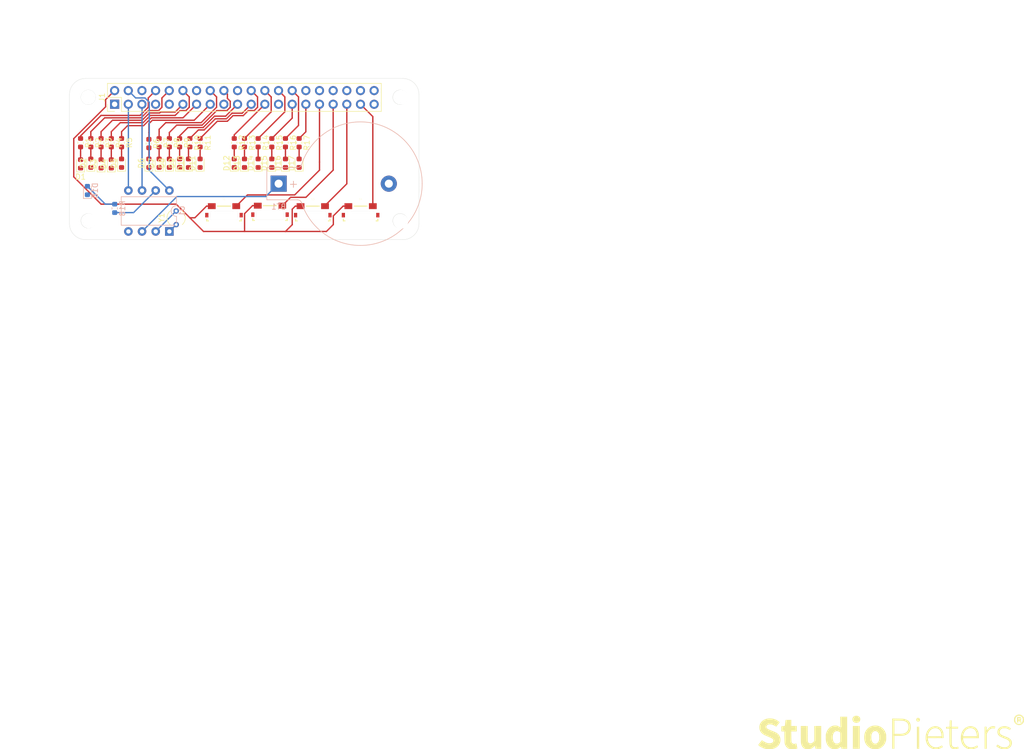
<source format=kicad_pcb>
(kicad_pcb (version 20171130) (host pcbnew 5.1.6-c6e7f7d~87~ubuntu18.04.1)

  (general
    (thickness 1.6)
    (drawings 45)
    (tracks 173)
    (zones 0)
    (modules 49)
    (nets 53)
  )

  (page A4)
  (title_block
    (title "Raspberry Pi® Zero W - Hat Template")
    (date 2018-12-28)
    (rev 1.0.8)
    (company StudioPieters®)
    (comment 1 https://www.studiopieters.nl)
  )

  (layers
    (0 F.Cu signal)
    (31 B.Cu signal)
    (32 B.Adhes user)
    (33 F.Adhes user)
    (34 B.Paste user)
    (35 F.Paste user)
    (36 B.SilkS user)
    (37 F.SilkS user hide)
    (38 B.Mask user)
    (39 F.Mask user)
    (40 Dwgs.User user)
    (41 Cmts.User user)
    (42 Eco1.User user)
    (43 Eco2.User user)
    (44 Edge.Cuts user)
    (45 Margin user)
    (46 B.CrtYd user)
    (47 F.CrtYd user)
    (48 B.Fab user)
    (49 F.Fab user)
  )

  (setup
    (last_trace_width 0.25)
    (trace_clearance 0.2)
    (zone_clearance 0.508)
    (zone_45_only no)
    (trace_min 0.2)
    (via_size 0.8)
    (via_drill 0.4)
    (via_min_size 0.4)
    (via_min_drill 0.3)
    (uvia_size 0.3)
    (uvia_drill 0.1)
    (uvias_allowed no)
    (uvia_min_size 0.2)
    (uvia_min_drill 0.1)
    (edge_width 0.05)
    (segment_width 0.2)
    (pcb_text_width 0.3)
    (pcb_text_size 1.5 1.5)
    (mod_edge_width 0.12)
    (mod_text_size 1 1)
    (mod_text_width 0.15)
    (pad_size 1.524 1.524)
    (pad_drill 0.762)
    (pad_to_mask_clearance 0.051)
    (solder_mask_min_width 0.25)
    (aux_axis_origin 0 0)
    (visible_elements 7FFFFFFF)
    (pcbplotparams
      (layerselection 0x010fc_ffffffff)
      (usegerberextensions false)
      (usegerberattributes false)
      (usegerberadvancedattributes false)
      (creategerberjobfile false)
      (excludeedgelayer true)
      (linewidth 0.100000)
      (plotframeref false)
      (viasonmask false)
      (mode 1)
      (useauxorigin false)
      (hpglpennumber 1)
      (hpglpenspeed 20)
      (hpglpendiameter 15.000000)
      (psnegative false)
      (psa4output false)
      (plotreference true)
      (plotvalue true)
      (plotinvisibletext false)
      (padsonsilk false)
      (subtractmaskfromsilk false)
      (outputformat 1)
      (mirror false)
      (drillshape 0)
      (scaleselection 1)
      (outputdirectory ""))
  )

  (net 0 "")
  (net 1 "Net-(J1-Pad7)")
  (net 2 "Net-(J1-Pad32)")
  (net 3 "Net-(J1-Pad36)")
  (net 4 "Net-(J1-Pad38)")
  (net 5 "Net-(J1-Pad40)")
  (net 6 "Net-(BT1-Pad1)")
  (net 7 GND)
  (net 8 "Net-(D1-Pad2)")
  (net 9 "Net-(D2-Pad2)")
  (net 10 "Net-(D3-Pad2)")
  (net 11 "Net-(D4-Pad2)")
  (net 12 "Net-(D5-Pad2)")
  (net 13 "Net-(D6-Pad2)")
  (net 14 "Net-(D7-Pad2)")
  (net 15 "Net-(D8-Pad2)")
  (net 16 "Net-(D9-Pad2)")
  (net 17 "Net-(D10-Pad2)")
  (net 18 "Net-(D11-Pad2)")
  (net 19 "Net-(D12-Pad2)")
  (net 20 "Net-(D13-Pad2)")
  (net 21 "Net-(D14-Pad2)")
  (net 22 "Net-(D15-Pad2)")
  (net 23 "Net-(D16-Pad2)")
  (net 24 "Net-(D17-Pad2)")
  (net 25 /sec_0)
  (net 26 /sec_1)
  (net 27 /sec_2)
  (net 28 /sec_3)
  (net 29 /sec_4)
  (net 30 /sec_5)
  (net 31 /min_0)
  (net 32 /min_2)
  (net 33 /min_3)
  (net 34 +3V3)
  (net 35 /min_4)
  (net 36 /min_5)
  (net 37 /hr_0)
  (net 38 /hr_1)
  (net 39 /hr_2)
  (net 40 /hr_3)
  (net 41 /hr_4)
  (net 42 /scl)
  (net 43 /sda)
  (net 44 /min_1)
  (net 45 "Net-(U1-Pad2)")
  (net 46 "Net-(U1-Pad1)")
  (net 47 "Net-(D18-Pad2)")
  (net 48 /btn_0)
  (net 49 /btn_1)
  (net 50 /btn_2)
  (net 51 /btn_3)
  (net 52 +5V)

  (net_class Default "This is the default net class."
    (clearance 0.2)
    (trace_width 0.25)
    (via_dia 0.8)
    (via_drill 0.4)
    (uvia_dia 0.3)
    (uvia_drill 0.1)
    (add_net +3V3)
    (add_net +5V)
    (add_net /btn_0)
    (add_net /btn_1)
    (add_net /btn_2)
    (add_net /btn_3)
    (add_net /hr_0)
    (add_net /hr_1)
    (add_net /hr_2)
    (add_net /hr_3)
    (add_net /hr_4)
    (add_net /min_0)
    (add_net /min_1)
    (add_net /min_2)
    (add_net /min_3)
    (add_net /min_4)
    (add_net /min_5)
    (add_net /scl)
    (add_net /sda)
    (add_net /sec_0)
    (add_net /sec_1)
    (add_net /sec_2)
    (add_net /sec_3)
    (add_net /sec_4)
    (add_net /sec_5)
    (add_net GND)
    (add_net "Net-(BT1-Pad1)")
    (add_net "Net-(D1-Pad2)")
    (add_net "Net-(D10-Pad2)")
    (add_net "Net-(D11-Pad2)")
    (add_net "Net-(D12-Pad2)")
    (add_net "Net-(D13-Pad2)")
    (add_net "Net-(D14-Pad2)")
    (add_net "Net-(D15-Pad2)")
    (add_net "Net-(D16-Pad2)")
    (add_net "Net-(D17-Pad2)")
    (add_net "Net-(D18-Pad2)")
    (add_net "Net-(D2-Pad2)")
    (add_net "Net-(D3-Pad2)")
    (add_net "Net-(D4-Pad2)")
    (add_net "Net-(D5-Pad2)")
    (add_net "Net-(D6-Pad2)")
    (add_net "Net-(D7-Pad2)")
    (add_net "Net-(D8-Pad2)")
    (add_net "Net-(D9-Pad2)")
    (add_net "Net-(J1-Pad32)")
    (add_net "Net-(J1-Pad36)")
    (add_net "Net-(J1-Pad38)")
    (add_net "Net-(J1-Pad40)")
    (add_net "Net-(J1-Pad7)")
    (add_net "Net-(U1-Pad1)")
    (add_net "Net-(U1-Pad2)")
  )

  (module 434381035816:434381035816 (layer F.Cu) (tedit 5F111DE6) (tstamp 5F1245BB)
    (at 104.14 73.66)
    (descr "<b>WS-TASU</b><br> SMT Tact Switch 6.2x3.0 mm side push,6.2x3.0x3.5mm")
    (path /5F12C831)
    (fp_text reference S4 (at 0 -2.2032) (layer F.SilkS)
      (effects (font (size 0.32 0.32) (thickness 0.015)))
    )
    (fp_text value 434381035816 (at 1.3384 2.5968) (layer F.Fab)
      (effects (font (size 0.32 0.32) (thickness 0.015)))
    )
    (fp_text user Board~Cutout (at -1.8 1) (layer Dwgs.User)
      (effects (font (size 0.32 0.32) (thickness 0.015)))
    )
    (fp_text user Board~Cutout (at -1.8 1) (layer Edge.Cuts)
      (effects (font (size 0.32 0.32) (thickness 0.015)))
    )
    (fp_arc (start 2.05005 0.400025) (end 2.55 0.39) (angle -125.724) (layer Edge.Cuts) (width 0.01))
    (fp_arc (start -2.05005 0.400025) (end -2.55 0.39) (angle 125.724) (layer Edge.Cuts) (width 0.01))
    (fp_poly (pts (xy 3.7 1.4) (xy 2.7 1.4) (xy -2.7 1.4) (xy -3.7 1.4)) (layer F.CrtYd) (width 0.1))
    (fp_poly (pts (xy -3.7 -1.7) (xy 3.7 -1.7) (xy 3.7 2.05) (xy -3.7 2.05)) (layer F.CrtYd) (width 0.1))
    (fp_line (start -2.55 1.65) (end 2.55 1.65) (layer Edge.Cuts) (width 0.01))
    (fp_line (start 2.55 1.65) (end 2.55 0.39) (layer Edge.Cuts) (width 0.01))
    (fp_line (start 1.75 0) (end -1.75 0) (layer Edge.Cuts) (width 0.01))
    (fp_line (start -2.55 0.39) (end -2.55 1.65) (layer Edge.Cuts) (width 0.01))
    (fp_line (start -3.1 1.75) (end 3.1 1.75) (layer F.Fab) (width 0.1))
    (fp_line (start 3.1 1.75) (end 3.1 -0.8) (layer F.Fab) (width 0.1))
    (fp_line (start 3.1 -0.8) (end -3.1 -0.8) (layer F.Fab) (width 0.1))
    (fp_line (start -3.1 -0.8) (end -3.1 1.75) (layer F.Fab) (width 0.1))
    (fp_line (start -1.2 -0.9) (end 1.2 -0.9) (layer F.SilkS) (width 0.2))
    (fp_line (start -3.2 1.5) (end -3.2 1.85) (layer F.SilkS) (width 0.2))
    (fp_line (start -3.2 1.85) (end -2.9 1.85) (layer F.SilkS) (width 0.2))
    (fp_line (start 3.2 1.5) (end 3.2 1.85) (layer F.SilkS) (width 0.2))
    (fp_line (start 3.2 1.85) (end 2.9 1.85) (layer F.SilkS) (width 0.2))
    (pad Z2 smd rect (at 3.2 0.775) (size 0.6 0.85) (layers F.Cu F.Paste F.Mask))
    (pad Z1 smd rect (at -3.2 0.775) (size 0.6 0.85) (layers F.Cu F.Paste F.Mask))
    (pad 2 smd rect (at 2.275 -0.9) (size 1.45 1.1) (layers F.Cu F.Paste F.Mask)
      (net 48 /btn_0))
    (pad 1 smd rect (at -2.275 -0.9) (size 1.45 1.1) (layers F.Cu F.Paste F.Mask)
      (net 52 +5V))
  )

  (module 434381035816:434381035816 (layer F.Cu) (tedit 5F111DE6) (tstamp 5F124585)
    (at 87.295 73.575)
    (descr "<b>WS-TASU</b><br> SMT Tact Switch 6.2x3.0 mm side push,6.2x3.0x3.5mm")
    (path /5F125F48)
    (fp_text reference S2 (at 0 -2.2032) (layer F.SilkS)
      (effects (font (size 0.32 0.32) (thickness 0.015)))
    )
    (fp_text value 434381035816 (at 1.3384 2.5968) (layer F.Fab)
      (effects (font (size 0.32 0.32) (thickness 0.015)))
    )
    (fp_text user Board~Cutout (at -1.8 1) (layer Dwgs.User)
      (effects (font (size 0.32 0.32) (thickness 0.015)))
    )
    (fp_text user Board~Cutout (at -1.8 1) (layer Edge.Cuts)
      (effects (font (size 0.32 0.32) (thickness 0.015)))
    )
    (fp_arc (start 2.05005 0.400025) (end 2.55 0.39) (angle -125.724) (layer Edge.Cuts) (width 0.01))
    (fp_arc (start -2.05005 0.400025) (end -2.55 0.39) (angle 125.724) (layer Edge.Cuts) (width 0.01))
    (fp_poly (pts (xy 3.7 1.4) (xy 2.7 1.4) (xy -2.7 1.4) (xy -3.7 1.4)) (layer F.CrtYd) (width 0.1))
    (fp_poly (pts (xy -3.7 -1.7) (xy 3.7 -1.7) (xy 3.7 2.05) (xy -3.7 2.05)) (layer F.CrtYd) (width 0.1))
    (fp_line (start -2.55 1.65) (end 2.55 1.65) (layer Edge.Cuts) (width 0.01))
    (fp_line (start 2.55 1.65) (end 2.55 0.39) (layer Edge.Cuts) (width 0.01))
    (fp_line (start 1.75 0) (end -1.75 0) (layer Edge.Cuts) (width 0.01))
    (fp_line (start -2.55 0.39) (end -2.55 1.65) (layer Edge.Cuts) (width 0.01))
    (fp_line (start -3.1 1.75) (end 3.1 1.75) (layer F.Fab) (width 0.1))
    (fp_line (start 3.1 1.75) (end 3.1 -0.8) (layer F.Fab) (width 0.1))
    (fp_line (start 3.1 -0.8) (end -3.1 -0.8) (layer F.Fab) (width 0.1))
    (fp_line (start -3.1 -0.8) (end -3.1 1.75) (layer F.Fab) (width 0.1))
    (fp_line (start -1.2 -0.9) (end 1.2 -0.9) (layer F.SilkS) (width 0.2))
    (fp_line (start -3.2 1.5) (end -3.2 1.85) (layer F.SilkS) (width 0.2))
    (fp_line (start -3.2 1.85) (end -2.9 1.85) (layer F.SilkS) (width 0.2))
    (fp_line (start 3.2 1.5) (end 3.2 1.85) (layer F.SilkS) (width 0.2))
    (fp_line (start 3.2 1.85) (end 2.9 1.85) (layer F.SilkS) (width 0.2))
    (pad Z2 smd rect (at 3.2 0.775) (size 0.6 0.85) (layers F.Cu F.Paste F.Mask))
    (pad Z1 smd rect (at -3.2 0.775) (size 0.6 0.85) (layers F.Cu F.Paste F.Mask))
    (pad 2 smd rect (at 2.275 -0.9) (size 1.45 1.1) (layers F.Cu F.Paste F.Mask)
      (net 50 /btn_2))
    (pad 1 smd rect (at -2.275 -0.9) (size 1.45 1.1) (layers F.Cu F.Paste F.Mask)
      (net 52 +5V))
  )

  (module 434381035816:434381035816 (layer F.Cu) (tedit 5F111DE6) (tstamp 5F1245A0)
    (at 95.25 73.66)
    (descr "<b>WS-TASU</b><br> SMT Tact Switch 6.2x3.0 mm side push,6.2x3.0x3.5mm")
    (path /5F12C823)
    (fp_text reference S3 (at 0 -2.2032) (layer F.SilkS)
      (effects (font (size 0.32 0.32) (thickness 0.015)))
    )
    (fp_text value 434381035816 (at 1.3384 2.5968) (layer F.Fab)
      (effects (font (size 0.32 0.32) (thickness 0.015)))
    )
    (fp_text user Board~Cutout (at -1.8 1) (layer Dwgs.User)
      (effects (font (size 0.32 0.32) (thickness 0.015)))
    )
    (fp_text user Board~Cutout (at -1.8 1) (layer Edge.Cuts)
      (effects (font (size 0.32 0.32) (thickness 0.015)))
    )
    (fp_arc (start 2.05005 0.400025) (end 2.55 0.39) (angle -125.724) (layer Edge.Cuts) (width 0.01))
    (fp_arc (start -2.05005 0.400025) (end -2.55 0.39) (angle 125.724) (layer Edge.Cuts) (width 0.01))
    (fp_poly (pts (xy 3.7 1.4) (xy 2.7 1.4) (xy -2.7 1.4) (xy -3.7 1.4)) (layer F.CrtYd) (width 0.1))
    (fp_poly (pts (xy -3.7 -1.7) (xy 3.7 -1.7) (xy 3.7 2.05) (xy -3.7 2.05)) (layer F.CrtYd) (width 0.1))
    (fp_line (start -2.55 1.65) (end 2.55 1.65) (layer Edge.Cuts) (width 0.01))
    (fp_line (start 2.55 1.65) (end 2.55 0.39) (layer Edge.Cuts) (width 0.01))
    (fp_line (start 1.75 0) (end -1.75 0) (layer Edge.Cuts) (width 0.01))
    (fp_line (start -2.55 0.39) (end -2.55 1.65) (layer Edge.Cuts) (width 0.01))
    (fp_line (start -3.1 1.75) (end 3.1 1.75) (layer F.Fab) (width 0.1))
    (fp_line (start 3.1 1.75) (end 3.1 -0.8) (layer F.Fab) (width 0.1))
    (fp_line (start 3.1 -0.8) (end -3.1 -0.8) (layer F.Fab) (width 0.1))
    (fp_line (start -3.1 -0.8) (end -3.1 1.75) (layer F.Fab) (width 0.1))
    (fp_line (start -1.2 -0.9) (end 1.2 -0.9) (layer F.SilkS) (width 0.2))
    (fp_line (start -3.2 1.5) (end -3.2 1.85) (layer F.SilkS) (width 0.2))
    (fp_line (start -3.2 1.85) (end -2.9 1.85) (layer F.SilkS) (width 0.2))
    (fp_line (start 3.2 1.5) (end 3.2 1.85) (layer F.SilkS) (width 0.2))
    (fp_line (start 3.2 1.85) (end 2.9 1.85) (layer F.SilkS) (width 0.2))
    (pad Z2 smd rect (at 3.2 0.775) (size 0.6 0.85) (layers F.Cu F.Paste F.Mask))
    (pad Z1 smd rect (at -3.2 0.775) (size 0.6 0.85) (layers F.Cu F.Paste F.Mask))
    (pad 2 smd rect (at 2.275 -0.9) (size 1.45 1.1) (layers F.Cu F.Paste F.Mask)
      (net 49 /btn_1))
    (pad 1 smd rect (at -2.275 -0.9) (size 1.45 1.1) (layers F.Cu F.Paste F.Mask)
      (net 52 +5V))
  )

  (module 434381035816:434381035816 (layer F.Cu) (tedit 5F111DE6) (tstamp 5F12456A)
    (at 78.74 73.66)
    (descr "<b>WS-TASU</b><br> SMT Tact Switch 6.2x3.0 mm side push,6.2x3.0x3.5mm")
    (path /5F122F97)
    (fp_text reference S1 (at 0 -2.2032) (layer F.SilkS)
      (effects (font (size 0.32 0.32) (thickness 0.015)))
    )
    (fp_text value 434381035816 (at 1.3384 2.5968) (layer F.Fab)
      (effects (font (size 0.32 0.32) (thickness 0.015)))
    )
    (fp_text user Board~Cutout (at -1.8 1) (layer Dwgs.User)
      (effects (font (size 0.32 0.32) (thickness 0.015)))
    )
    (fp_text user Board~Cutout (at -1.8 1) (layer Edge.Cuts)
      (effects (font (size 0.32 0.32) (thickness 0.015)))
    )
    (fp_arc (start 2.05005 0.400025) (end 2.55 0.39) (angle -125.724) (layer Edge.Cuts) (width 0.01))
    (fp_arc (start -2.05005 0.400025) (end -2.55 0.39) (angle 125.724) (layer Edge.Cuts) (width 0.01))
    (fp_poly (pts (xy 3.7 1.4) (xy 2.7 1.4) (xy -2.7 1.4) (xy -3.7 1.4)) (layer F.CrtYd) (width 0.1))
    (fp_poly (pts (xy -3.7 -1.7) (xy 3.7 -1.7) (xy 3.7 2.05) (xy -3.7 2.05)) (layer F.CrtYd) (width 0.1))
    (fp_line (start -2.55 1.65) (end 2.55 1.65) (layer Edge.Cuts) (width 0.01))
    (fp_line (start 2.55 1.65) (end 2.55 0.39) (layer Edge.Cuts) (width 0.01))
    (fp_line (start 1.75 0) (end -1.75 0) (layer Edge.Cuts) (width 0.01))
    (fp_line (start -2.55 0.39) (end -2.55 1.65) (layer Edge.Cuts) (width 0.01))
    (fp_line (start -3.1 1.75) (end 3.1 1.75) (layer F.Fab) (width 0.1))
    (fp_line (start 3.1 1.75) (end 3.1 -0.8) (layer F.Fab) (width 0.1))
    (fp_line (start 3.1 -0.8) (end -3.1 -0.8) (layer F.Fab) (width 0.1))
    (fp_line (start -3.1 -0.8) (end -3.1 1.75) (layer F.Fab) (width 0.1))
    (fp_line (start -1.2 -0.9) (end 1.2 -0.9) (layer F.SilkS) (width 0.2))
    (fp_line (start -3.2 1.5) (end -3.2 1.85) (layer F.SilkS) (width 0.2))
    (fp_line (start -3.2 1.85) (end -2.9 1.85) (layer F.SilkS) (width 0.2))
    (fp_line (start 3.2 1.5) (end 3.2 1.85) (layer F.SilkS) (width 0.2))
    (fp_line (start 3.2 1.85) (end 2.9 1.85) (layer F.SilkS) (width 0.2))
    (pad Z2 smd rect (at 3.2 0.775) (size 0.6 0.85) (layers F.Cu F.Paste F.Mask))
    (pad Z1 smd rect (at -3.2 0.775) (size 0.6 0.85) (layers F.Cu F.Paste F.Mask))
    (pad 2 smd rect (at 2.275 -0.9) (size 1.45 1.1) (layers F.Cu F.Paste F.Mask)
      (net 51 /btn_3))
    (pad 1 smd rect (at -2.275 -0.9) (size 1.45 1.1) (layers F.Cu F.Paste F.Mask)
      (net 52 +5V))
  )

  (module Resistor_SMD:R_0603_1608Metric (layer B.Cu) (tedit 5B301BBD) (tstamp 5F12454F)
    (at 58.42 73.1775 90)
    (descr "Resistor SMD 0603 (1608 Metric), square (rectangular) end terminal, IPC_7351 nominal, (Body size source: http://www.tortai-tech.com/upload/download/2011102023233369053.pdf), generated with kicad-footprint-generator")
    (tags resistor)
    (path /5F15962E)
    (attr smd)
    (fp_text reference R18 (at 0 1.43 90) (layer B.SilkS)
      (effects (font (size 1 1) (thickness 0.15)) (justify mirror))
    )
    (fp_text value 180 (at 0 -1.43 90) (layer B.Fab)
      (effects (font (size 1 1) (thickness 0.15)) (justify mirror))
    )
    (fp_text user %R (at 0 0 90) (layer B.Fab)
      (effects (font (size 0.4 0.4) (thickness 0.06)) (justify mirror))
    )
    (fp_line (start -0.8 -0.4) (end -0.8 0.4) (layer B.Fab) (width 0.1))
    (fp_line (start -0.8 0.4) (end 0.8 0.4) (layer B.Fab) (width 0.1))
    (fp_line (start 0.8 0.4) (end 0.8 -0.4) (layer B.Fab) (width 0.1))
    (fp_line (start 0.8 -0.4) (end -0.8 -0.4) (layer B.Fab) (width 0.1))
    (fp_line (start -0.162779 0.51) (end 0.162779 0.51) (layer B.SilkS) (width 0.12))
    (fp_line (start -0.162779 -0.51) (end 0.162779 -0.51) (layer B.SilkS) (width 0.12))
    (fp_line (start -1.48 -0.73) (end -1.48 0.73) (layer B.CrtYd) (width 0.05))
    (fp_line (start -1.48 0.73) (end 1.48 0.73) (layer B.CrtYd) (width 0.05))
    (fp_line (start 1.48 0.73) (end 1.48 -0.73) (layer B.CrtYd) (width 0.05))
    (fp_line (start 1.48 -0.73) (end -1.48 -0.73) (layer B.CrtYd) (width 0.05))
    (pad 2 smd roundrect (at 0.7875 0 90) (size 0.875 0.95) (layers B.Cu B.Paste B.Mask) (roundrect_rratio 0.25)
      (net 47 "Net-(D18-Pad2)"))
    (pad 1 smd roundrect (at -0.7875 0 90) (size 0.875 0.95) (layers B.Cu B.Paste B.Mask) (roundrect_rratio 0.25)
      (net 1 "Net-(J1-Pad7)"))
    (model ${KISYS3DMOD}/Resistor_SMD.3dshapes/R_0603_1608Metric.wrl
      (at (xyz 0 0 0))
      (scale (xyz 1 1 1))
      (rotate (xyz 0 0 0))
    )
  )

  (module LED_SMD:LED_0603_1608Metric (layer B.Cu) (tedit 5B301BBE) (tstamp 5F1242A4)
    (at 53.34 69.85 90)
    (descr "LED SMD 0603 (1608 Metric), square (rectangular) end terminal, IPC_7351 nominal, (Body size source: http://www.tortai-tech.com/upload/download/2011102023233369053.pdf), generated with kicad-footprint-generator")
    (tags diode)
    (path /5F159638)
    (attr smd)
    (fp_text reference D18 (at 0 1.43 270) (layer B.SilkS)
      (effects (font (size 1 1) (thickness 0.15)) (justify mirror))
    )
    (fp_text value sec (at 0 -1.43 270) (layer B.Fab)
      (effects (font (size 1 1) (thickness 0.15)) (justify mirror))
    )
    (fp_text user %R (at 0 0 270) (layer B.Fab)
      (effects (font (size 0.4 0.4) (thickness 0.06)) (justify mirror))
    )
    (fp_line (start 0.8 0.4) (end -0.5 0.4) (layer B.Fab) (width 0.1))
    (fp_line (start -0.5 0.4) (end -0.8 0.1) (layer B.Fab) (width 0.1))
    (fp_line (start -0.8 0.1) (end -0.8 -0.4) (layer B.Fab) (width 0.1))
    (fp_line (start -0.8 -0.4) (end 0.8 -0.4) (layer B.Fab) (width 0.1))
    (fp_line (start 0.8 -0.4) (end 0.8 0.4) (layer B.Fab) (width 0.1))
    (fp_line (start 0.8 0.735) (end -1.485 0.735) (layer B.SilkS) (width 0.12))
    (fp_line (start -1.485 0.735) (end -1.485 -0.735) (layer B.SilkS) (width 0.12))
    (fp_line (start -1.485 -0.735) (end 0.8 -0.735) (layer B.SilkS) (width 0.12))
    (fp_line (start -1.48 -0.73) (end -1.48 0.73) (layer B.CrtYd) (width 0.05))
    (fp_line (start -1.48 0.73) (end 1.48 0.73) (layer B.CrtYd) (width 0.05))
    (fp_line (start 1.48 0.73) (end 1.48 -0.73) (layer B.CrtYd) (width 0.05))
    (fp_line (start 1.48 -0.73) (end -1.48 -0.73) (layer B.CrtYd) (width 0.05))
    (pad 2 smd roundrect (at 0.7875 0 90) (size 0.875 0.95) (layers B.Cu B.Paste B.Mask) (roundrect_rratio 0.25)
      (net 47 "Net-(D18-Pad2)"))
    (pad 1 smd roundrect (at -0.7875 0 90) (size 0.875 0.95) (layers B.Cu B.Paste B.Mask) (roundrect_rratio 0.25)
      (net 7 GND))
    (model ${KISYS3DMOD}/LED_SMD.3dshapes/LED_0603_1608Metric.wrl
      (at (xyz 0 0 0))
      (scale (xyz 1 1 1))
      (rotate (xyz 0 0 0))
    )
  )

  (module Crystal:Crystal_AT310_D3.0mm_L10.0mm_Vertical (layer F.Cu) (tedit 5D20AD69) (tstamp 5F0EDD7D)
    (at 69.85 76.2 90)
    (descr "Crystal THT AT310 10.0mm-10.5mm length 3.0mm diameter http://www.cinetech.com.tw/upload/2011/04/20110401165201.pdf")
    (tags ['AT310'])
    (path /5F1023A7)
    (fp_text reference Y1 (at 1.27 -2.7 90) (layer F.SilkS)
      (effects (font (size 1 1) (thickness 0.15)))
    )
    (fp_text value Crystal (at 1.27 2.7 90) (layer F.Fab)
      (effects (font (size 1 1) (thickness 0.15)))
    )
    (fp_circle (center 1.27 0) (end 2.77 0) (layer F.Fab) (width 0.1))
    (fp_circle (center 1.27 0) (end 3.29 0) (layer F.CrtYd) (width 0.05))
    (fp_arc (start 1.27 0) (end 0 1.130088) (angle -96.7) (layer F.SilkS) (width 0.12))
    (fp_arc (start 1.27 0) (end 0 -1.130088) (angle 96.7) (layer F.SilkS) (width 0.12))
    (fp_text user %R (at 1.27 0 90) (layer F.Fab)
      (effects (font (size 0.8 0.8) (thickness 0.12)))
    )
    (pad 2 thru_hole circle (at 2.54 0 90) (size 1 1) (drill 0.5) (layers *.Cu *.Mask)
      (net 45 "Net-(U1-Pad2)"))
    (pad 1 thru_hole circle (at 0 0 90) (size 1 1) (drill 0.5) (layers *.Cu *.Mask)
      (net 46 "Net-(U1-Pad1)"))
    (model ${KISYS3DMOD}/Crystal.3dshapes/Crystal_AT310_D3.0mm_L10.0mm_Vertical.wrl
      (at (xyz 0 0 0))
      (scale (xyz 1 1 1))
      (rotate (xyz 0 0 0))
    )
  )

  (module Package_DIP:DIP-8_W7.62mm (layer B.Cu) (tedit 5A02E8C5) (tstamp 5F0EDD62)
    (at 68.58 77.47 90)
    (descr "8-lead though-hole mounted DIP package, row spacing 7.62 mm (300 mils)")
    (tags "THT DIP DIL PDIP 2.54mm 7.62mm 300mil")
    (path /5F0E6E68)
    (fp_text reference U1 (at 3.81 2.33 90) (layer B.SilkS)
      (effects (font (size 1 1) (thickness 0.15)) (justify mirror))
    )
    (fp_text value DS1307N+ (at 3.81 -9.95 90) (layer B.Fab)
      (effects (font (size 1 1) (thickness 0.15)) (justify mirror))
    )
    (fp_line (start 1.635 1.27) (end 6.985 1.27) (layer B.Fab) (width 0.1))
    (fp_line (start 6.985 1.27) (end 6.985 -8.89) (layer B.Fab) (width 0.1))
    (fp_line (start 6.985 -8.89) (end 0.635 -8.89) (layer B.Fab) (width 0.1))
    (fp_line (start 0.635 -8.89) (end 0.635 0.27) (layer B.Fab) (width 0.1))
    (fp_line (start 0.635 0.27) (end 1.635 1.27) (layer B.Fab) (width 0.1))
    (fp_line (start 2.81 1.33) (end 1.16 1.33) (layer B.SilkS) (width 0.12))
    (fp_line (start 1.16 1.33) (end 1.16 -8.95) (layer B.SilkS) (width 0.12))
    (fp_line (start 1.16 -8.95) (end 6.46 -8.95) (layer B.SilkS) (width 0.12))
    (fp_line (start 6.46 -8.95) (end 6.46 1.33) (layer B.SilkS) (width 0.12))
    (fp_line (start 6.46 1.33) (end 4.81 1.33) (layer B.SilkS) (width 0.12))
    (fp_line (start -1.1 1.55) (end -1.1 -9.15) (layer B.CrtYd) (width 0.05))
    (fp_line (start -1.1 -9.15) (end 8.7 -9.15) (layer B.CrtYd) (width 0.05))
    (fp_line (start 8.7 -9.15) (end 8.7 1.55) (layer B.CrtYd) (width 0.05))
    (fp_line (start 8.7 1.55) (end -1.1 1.55) (layer B.CrtYd) (width 0.05))
    (fp_text user %R (at 3.81 -3.81 90) (layer B.Fab)
      (effects (font (size 1 1) (thickness 0.15)) (justify mirror))
    )
    (fp_arc (start 3.81 1.33) (end 2.81 1.33) (angle 180) (layer B.SilkS) (width 0.12))
    (pad 8 thru_hole oval (at 7.62 0 90) (size 1.6 1.6) (drill 0.8) (layers *.Cu *.Mask)
      (net 52 +5V))
    (pad 4 thru_hole oval (at 0 -7.62 90) (size 1.6 1.6) (drill 0.8) (layers *.Cu *.Mask)
      (net 7 GND))
    (pad 7 thru_hole oval (at 7.62 -2.54 90) (size 1.6 1.6) (drill 0.8) (layers *.Cu *.Mask)
      (net 1 "Net-(J1-Pad7)"))
    (pad 3 thru_hole oval (at 0 -5.08 90) (size 1.6 1.6) (drill 0.8) (layers *.Cu *.Mask)
      (net 6 "Net-(BT1-Pad1)"))
    (pad 6 thru_hole oval (at 7.62 -5.08 90) (size 1.6 1.6) (drill 0.8) (layers *.Cu *.Mask)
      (net 42 /scl))
    (pad 2 thru_hole oval (at 0 -2.54 90) (size 1.6 1.6) (drill 0.8) (layers *.Cu *.Mask)
      (net 45 "Net-(U1-Pad2)"))
    (pad 5 thru_hole oval (at 7.62 -7.62 90) (size 1.6 1.6) (drill 0.8) (layers *.Cu *.Mask)
      (net 43 /sda))
    (pad 1 thru_hole rect (at 0 0 90) (size 1.6 1.6) (drill 0.8) (layers *.Cu *.Mask)
      (net 46 "Net-(U1-Pad1)"))
    (model ${KISYS3DMOD}/Package_DIP.3dshapes/DIP-8_W7.62mm.wrl
      (at (xyz 0 0 0))
      (scale (xyz 1 1 1))
      (rotate (xyz 0 0 0))
    )
  )

  (module Resistor_SMD:R_0603_1608Metric (layer F.Cu) (tedit 5B301BBD) (tstamp 5F0EDD46)
    (at 92.71 60.96 270)
    (descr "Resistor SMD 0603 (1608 Metric), square (rectangular) end terminal, IPC_7351 nominal, (Body size source: http://www.tortai-tech.com/upload/download/2011102023233369053.pdf), generated with kicad-footprint-generator")
    (tags resistor)
    (path /5F146849)
    (attr smd)
    (fp_text reference R17 (at 0 -1.43 90) (layer F.SilkS)
      (effects (font (size 1 1) (thickness 0.15)))
    )
    (fp_text value 180 (at -3.81 0 90) (layer F.Fab)
      (effects (font (size 1 1) (thickness 0.15)))
    )
    (fp_line (start -0.8 0.4) (end -0.8 -0.4) (layer F.Fab) (width 0.1))
    (fp_line (start -0.8 -0.4) (end 0.8 -0.4) (layer F.Fab) (width 0.1))
    (fp_line (start 0.8 -0.4) (end 0.8 0.4) (layer F.Fab) (width 0.1))
    (fp_line (start 0.8 0.4) (end -0.8 0.4) (layer F.Fab) (width 0.1))
    (fp_line (start -0.162779 -0.51) (end 0.162779 -0.51) (layer F.SilkS) (width 0.12))
    (fp_line (start -0.162779 0.51) (end 0.162779 0.51) (layer F.SilkS) (width 0.12))
    (fp_line (start -1.48 0.73) (end -1.48 -0.73) (layer F.CrtYd) (width 0.05))
    (fp_line (start -1.48 -0.73) (end 1.48 -0.73) (layer F.CrtYd) (width 0.05))
    (fp_line (start 1.48 -0.73) (end 1.48 0.73) (layer F.CrtYd) (width 0.05))
    (fp_line (start 1.48 0.73) (end -1.48 0.73) (layer F.CrtYd) (width 0.05))
    (fp_text user %R (at 0 0 90) (layer F.Fab)
      (effects (font (size 0.4 0.4) (thickness 0.06)))
    )
    (pad 2 smd roundrect (at 0.7875 0 270) (size 0.875 0.95) (layers F.Cu F.Paste F.Mask) (roundrect_rratio 0.25)
      (net 24 "Net-(D17-Pad2)"))
    (pad 1 smd roundrect (at -0.7875 0 270) (size 0.875 0.95) (layers F.Cu F.Paste F.Mask) (roundrect_rratio 0.25)
      (net 25 /sec_0))
    (model ${KISYS3DMOD}/Resistor_SMD.3dshapes/R_0603_1608Metric.wrl
      (at (xyz 0 0 0))
      (scale (xyz 1 1 1))
      (rotate (xyz 0 0 0))
    )
  )

  (module Resistor_SMD:R_0603_1608Metric (layer F.Cu) (tedit 5B301BBD) (tstamp 5F0EDD35)
    (at 90.17 60.96 270)
    (descr "Resistor SMD 0603 (1608 Metric), square (rectangular) end terminal, IPC_7351 nominal, (Body size source: http://www.tortai-tech.com/upload/download/2011102023233369053.pdf), generated with kicad-footprint-generator")
    (tags resistor)
    (path /5F14685D)
    (attr smd)
    (fp_text reference R16 (at 0 -1.43 90) (layer F.SilkS)
      (effects (font (size 1 1) (thickness 0.15)))
    )
    (fp_text value 180 (at -3.81 0 90) (layer F.Fab)
      (effects (font (size 1 1) (thickness 0.15)))
    )
    (fp_line (start -0.8 0.4) (end -0.8 -0.4) (layer F.Fab) (width 0.1))
    (fp_line (start -0.8 -0.4) (end 0.8 -0.4) (layer F.Fab) (width 0.1))
    (fp_line (start 0.8 -0.4) (end 0.8 0.4) (layer F.Fab) (width 0.1))
    (fp_line (start 0.8 0.4) (end -0.8 0.4) (layer F.Fab) (width 0.1))
    (fp_line (start -0.162779 -0.51) (end 0.162779 -0.51) (layer F.SilkS) (width 0.12))
    (fp_line (start -0.162779 0.51) (end 0.162779 0.51) (layer F.SilkS) (width 0.12))
    (fp_line (start -1.48 0.73) (end -1.48 -0.73) (layer F.CrtYd) (width 0.05))
    (fp_line (start -1.48 -0.73) (end 1.48 -0.73) (layer F.CrtYd) (width 0.05))
    (fp_line (start 1.48 -0.73) (end 1.48 0.73) (layer F.CrtYd) (width 0.05))
    (fp_line (start 1.48 0.73) (end -1.48 0.73) (layer F.CrtYd) (width 0.05))
    (fp_text user %R (at 0 0 90) (layer F.Fab)
      (effects (font (size 0.4 0.4) (thickness 0.06)))
    )
    (pad 2 smd roundrect (at 0.7875 0 270) (size 0.875 0.95) (layers F.Cu F.Paste F.Mask) (roundrect_rratio 0.25)
      (net 23 "Net-(D16-Pad2)"))
    (pad 1 smd roundrect (at -0.7875 0 270) (size 0.875 0.95) (layers F.Cu F.Paste F.Mask) (roundrect_rratio 0.25)
      (net 26 /sec_1))
    (model ${KISYS3DMOD}/Resistor_SMD.3dshapes/R_0603_1608Metric.wrl
      (at (xyz 0 0 0))
      (scale (xyz 1 1 1))
      (rotate (xyz 0 0 0))
    )
  )

  (module Resistor_SMD:R_0603_1608Metric (layer F.Cu) (tedit 5B301BBD) (tstamp 5F0EDD24)
    (at 87.63 60.96 270)
    (descr "Resistor SMD 0603 (1608 Metric), square (rectangular) end terminal, IPC_7351 nominal, (Body size source: http://www.tortai-tech.com/upload/download/2011102023233369053.pdf), generated with kicad-footprint-generator")
    (tags resistor)
    (path /5F146871)
    (attr smd)
    (fp_text reference R15 (at 0 -1.43 90) (layer F.SilkS)
      (effects (font (size 1 1) (thickness 0.15)))
    )
    (fp_text value 180 (at -3.81 0 90) (layer F.Fab)
      (effects (font (size 1 1) (thickness 0.15)))
    )
    (fp_line (start -0.8 0.4) (end -0.8 -0.4) (layer F.Fab) (width 0.1))
    (fp_line (start -0.8 -0.4) (end 0.8 -0.4) (layer F.Fab) (width 0.1))
    (fp_line (start 0.8 -0.4) (end 0.8 0.4) (layer F.Fab) (width 0.1))
    (fp_line (start 0.8 0.4) (end -0.8 0.4) (layer F.Fab) (width 0.1))
    (fp_line (start -0.162779 -0.51) (end 0.162779 -0.51) (layer F.SilkS) (width 0.12))
    (fp_line (start -0.162779 0.51) (end 0.162779 0.51) (layer F.SilkS) (width 0.12))
    (fp_line (start -1.48 0.73) (end -1.48 -0.73) (layer F.CrtYd) (width 0.05))
    (fp_line (start -1.48 -0.73) (end 1.48 -0.73) (layer F.CrtYd) (width 0.05))
    (fp_line (start 1.48 -0.73) (end 1.48 0.73) (layer F.CrtYd) (width 0.05))
    (fp_line (start 1.48 0.73) (end -1.48 0.73) (layer F.CrtYd) (width 0.05))
    (fp_text user %R (at 0 0 90) (layer F.Fab)
      (effects (font (size 0.4 0.4) (thickness 0.06)))
    )
    (pad 2 smd roundrect (at 0.7875 0 270) (size 0.875 0.95) (layers F.Cu F.Paste F.Mask) (roundrect_rratio 0.25)
      (net 22 "Net-(D15-Pad2)"))
    (pad 1 smd roundrect (at -0.7875 0 270) (size 0.875 0.95) (layers F.Cu F.Paste F.Mask) (roundrect_rratio 0.25)
      (net 27 /sec_2))
    (model ${KISYS3DMOD}/Resistor_SMD.3dshapes/R_0603_1608Metric.wrl
      (at (xyz 0 0 0))
      (scale (xyz 1 1 1))
      (rotate (xyz 0 0 0))
    )
  )

  (module Resistor_SMD:R_0603_1608Metric (layer F.Cu) (tedit 5B301BBD) (tstamp 5F0EDD13)
    (at 85.09 60.96 270)
    (descr "Resistor SMD 0603 (1608 Metric), square (rectangular) end terminal, IPC_7351 nominal, (Body size source: http://www.tortai-tech.com/upload/download/2011102023233369053.pdf), generated with kicad-footprint-generator")
    (tags resistor)
    (path /5F146885)
    (attr smd)
    (fp_text reference R14 (at 0 -1.43 90) (layer F.SilkS)
      (effects (font (size 1 1) (thickness 0.15)))
    )
    (fp_text value 180 (at -3.81 0 90) (layer F.Fab)
      (effects (font (size 1 1) (thickness 0.15)))
    )
    (fp_line (start -0.8 0.4) (end -0.8 -0.4) (layer F.Fab) (width 0.1))
    (fp_line (start -0.8 -0.4) (end 0.8 -0.4) (layer F.Fab) (width 0.1))
    (fp_line (start 0.8 -0.4) (end 0.8 0.4) (layer F.Fab) (width 0.1))
    (fp_line (start 0.8 0.4) (end -0.8 0.4) (layer F.Fab) (width 0.1))
    (fp_line (start -0.162779 -0.51) (end 0.162779 -0.51) (layer F.SilkS) (width 0.12))
    (fp_line (start -0.162779 0.51) (end 0.162779 0.51) (layer F.SilkS) (width 0.12))
    (fp_line (start -1.48 0.73) (end -1.48 -0.73) (layer F.CrtYd) (width 0.05))
    (fp_line (start -1.48 -0.73) (end 1.48 -0.73) (layer F.CrtYd) (width 0.05))
    (fp_line (start 1.48 -0.73) (end 1.48 0.73) (layer F.CrtYd) (width 0.05))
    (fp_line (start 1.48 0.73) (end -1.48 0.73) (layer F.CrtYd) (width 0.05))
    (fp_text user %R (at 0 0 90) (layer F.Fab)
      (effects (font (size 0.4 0.4) (thickness 0.06)))
    )
    (pad 2 smd roundrect (at 0.7875 0 270) (size 0.875 0.95) (layers F.Cu F.Paste F.Mask) (roundrect_rratio 0.25)
      (net 21 "Net-(D14-Pad2)"))
    (pad 1 smd roundrect (at -0.7875 0 270) (size 0.875 0.95) (layers F.Cu F.Paste F.Mask) (roundrect_rratio 0.25)
      (net 28 /sec_3))
    (model ${KISYS3DMOD}/Resistor_SMD.3dshapes/R_0603_1608Metric.wrl
      (at (xyz 0 0 0))
      (scale (xyz 1 1 1))
      (rotate (xyz 0 0 0))
    )
  )

  (module Resistor_SMD:R_0603_1608Metric (layer F.Cu) (tedit 5B301BBD) (tstamp 5F0EDD02)
    (at 82.55 60.96 270)
    (descr "Resistor SMD 0603 (1608 Metric), square (rectangular) end terminal, IPC_7351 nominal, (Body size source: http://www.tortai-tech.com/upload/download/2011102023233369053.pdf), generated with kicad-footprint-generator")
    (tags resistor)
    (path /5F146899)
    (attr smd)
    (fp_text reference R13 (at 0 -1.43 90) (layer F.SilkS)
      (effects (font (size 1 1) (thickness 0.15)))
    )
    (fp_text value 180 (at -3.81 0 90) (layer F.Fab)
      (effects (font (size 1 1) (thickness 0.15)))
    )
    (fp_line (start -0.8 0.4) (end -0.8 -0.4) (layer F.Fab) (width 0.1))
    (fp_line (start -0.8 -0.4) (end 0.8 -0.4) (layer F.Fab) (width 0.1))
    (fp_line (start 0.8 -0.4) (end 0.8 0.4) (layer F.Fab) (width 0.1))
    (fp_line (start 0.8 0.4) (end -0.8 0.4) (layer F.Fab) (width 0.1))
    (fp_line (start -0.162779 -0.51) (end 0.162779 -0.51) (layer F.SilkS) (width 0.12))
    (fp_line (start -0.162779 0.51) (end 0.162779 0.51) (layer F.SilkS) (width 0.12))
    (fp_line (start -1.48 0.73) (end -1.48 -0.73) (layer F.CrtYd) (width 0.05))
    (fp_line (start -1.48 -0.73) (end 1.48 -0.73) (layer F.CrtYd) (width 0.05))
    (fp_line (start 1.48 -0.73) (end 1.48 0.73) (layer F.CrtYd) (width 0.05))
    (fp_line (start 1.48 0.73) (end -1.48 0.73) (layer F.CrtYd) (width 0.05))
    (fp_text user %R (at 0 0 90) (layer F.Fab)
      (effects (font (size 0.4 0.4) (thickness 0.06)))
    )
    (pad 2 smd roundrect (at 0.7875 0 270) (size 0.875 0.95) (layers F.Cu F.Paste F.Mask) (roundrect_rratio 0.25)
      (net 20 "Net-(D13-Pad2)"))
    (pad 1 smd roundrect (at -0.7875 0 270) (size 0.875 0.95) (layers F.Cu F.Paste F.Mask) (roundrect_rratio 0.25)
      (net 29 /sec_4))
    (model ${KISYS3DMOD}/Resistor_SMD.3dshapes/R_0603_1608Metric.wrl
      (at (xyz 0 0 0))
      (scale (xyz 1 1 1))
      (rotate (xyz 0 0 0))
    )
  )

  (module Resistor_SMD:R_0603_1608Metric (layer F.Cu) (tedit 5B301BBD) (tstamp 5F0EDCF1)
    (at 80.645 60.96 270)
    (descr "Resistor SMD 0603 (1608 Metric), square (rectangular) end terminal, IPC_7351 nominal, (Body size source: http://www.tortai-tech.com/upload/download/2011102023233369053.pdf), generated with kicad-footprint-generator")
    (tags resistor)
    (path /5F1468AD)
    (attr smd)
    (fp_text reference R12 (at 0 -1.43 90) (layer F.SilkS)
      (effects (font (size 1 1) (thickness 0.15)))
    )
    (fp_text value 180 (at -3.81 -0.635 90) (layer F.Fab)
      (effects (font (size 1 1) (thickness 0.15)))
    )
    (fp_line (start -0.8 0.4) (end -0.8 -0.4) (layer F.Fab) (width 0.1))
    (fp_line (start -0.8 -0.4) (end 0.8 -0.4) (layer F.Fab) (width 0.1))
    (fp_line (start 0.8 -0.4) (end 0.8 0.4) (layer F.Fab) (width 0.1))
    (fp_line (start 0.8 0.4) (end -0.8 0.4) (layer F.Fab) (width 0.1))
    (fp_line (start -0.162779 -0.51) (end 0.162779 -0.51) (layer F.SilkS) (width 0.12))
    (fp_line (start -0.162779 0.51) (end 0.162779 0.51) (layer F.SilkS) (width 0.12))
    (fp_line (start -1.48 0.73) (end -1.48 -0.73) (layer F.CrtYd) (width 0.05))
    (fp_line (start -1.48 -0.73) (end 1.48 -0.73) (layer F.CrtYd) (width 0.05))
    (fp_line (start 1.48 -0.73) (end 1.48 0.73) (layer F.CrtYd) (width 0.05))
    (fp_line (start 1.48 0.73) (end -1.48 0.73) (layer F.CrtYd) (width 0.05))
    (fp_text user %R (at 0 0 90) (layer F.Fab)
      (effects (font (size 0.4 0.4) (thickness 0.06)))
    )
    (pad 2 smd roundrect (at 0.7875 0 270) (size 0.875 0.95) (layers F.Cu F.Paste F.Mask) (roundrect_rratio 0.25)
      (net 19 "Net-(D12-Pad2)"))
    (pad 1 smd roundrect (at -0.7875 0 270) (size 0.875 0.95) (layers F.Cu F.Paste F.Mask) (roundrect_rratio 0.25)
      (net 30 /sec_5))
    (model ${KISYS3DMOD}/Resistor_SMD.3dshapes/R_0603_1608Metric.wrl
      (at (xyz 0 0 0))
      (scale (xyz 1 1 1))
      (rotate (xyz 0 0 0))
    )
  )

  (module Resistor_SMD:R_0603_1608Metric (layer F.Cu) (tedit 5B301BBD) (tstamp 5F0EDCE0)
    (at 74.295 60.96 270)
    (descr "Resistor SMD 0603 (1608 Metric), square (rectangular) end terminal, IPC_7351 nominal, (Body size source: http://www.tortai-tech.com/upload/download/2011102023233369053.pdf), generated with kicad-footprint-generator")
    (tags resistor)
    (path /5F11963A)
    (attr smd)
    (fp_text reference R11 (at 0 -1.43 90) (layer F.SilkS)
      (effects (font (size 1 1) (thickness 0.15)))
    )
    (fp_text value 180 (at -3.429 0.127 270) (layer F.Fab)
      (effects (font (size 1 1) (thickness 0.15)))
    )
    (fp_line (start -0.8 0.4) (end -0.8 -0.4) (layer F.Fab) (width 0.1))
    (fp_line (start -0.8 -0.4) (end 0.8 -0.4) (layer F.Fab) (width 0.1))
    (fp_line (start 0.8 -0.4) (end 0.8 0.4) (layer F.Fab) (width 0.1))
    (fp_line (start 0.8 0.4) (end -0.8 0.4) (layer F.Fab) (width 0.1))
    (fp_line (start -0.162779 -0.51) (end 0.162779 -0.51) (layer F.SilkS) (width 0.12))
    (fp_line (start -0.162779 0.51) (end 0.162779 0.51) (layer F.SilkS) (width 0.12))
    (fp_line (start -1.48 0.73) (end -1.48 -0.73) (layer F.CrtYd) (width 0.05))
    (fp_line (start -1.48 -0.73) (end 1.48 -0.73) (layer F.CrtYd) (width 0.05))
    (fp_line (start 1.48 -0.73) (end 1.48 0.73) (layer F.CrtYd) (width 0.05))
    (fp_line (start 1.48 0.73) (end -1.48 0.73) (layer F.CrtYd) (width 0.05))
    (fp_text user %R (at 0 0 90) (layer F.Fab)
      (effects (font (size 0.4 0.4) (thickness 0.06)))
    )
    (pad 2 smd roundrect (at 0.7875 0 270) (size 0.875 0.95) (layers F.Cu F.Paste F.Mask) (roundrect_rratio 0.25)
      (net 18 "Net-(D11-Pad2)"))
    (pad 1 smd roundrect (at -0.7875 0 270) (size 0.875 0.95) (layers F.Cu F.Paste F.Mask) (roundrect_rratio 0.25)
      (net 31 /min_0))
    (model ${KISYS3DMOD}/Resistor_SMD.3dshapes/R_0603_1608Metric.wrl
      (at (xyz 0 0 0))
      (scale (xyz 1 1 1))
      (rotate (xyz 0 0 0))
    )
  )

  (module Resistor_SMD:R_0603_1608Metric (layer F.Cu) (tedit 5B301BBD) (tstamp 5F0EDCCF)
    (at 72.39 60.96 270)
    (descr "Resistor SMD 0603 (1608 Metric), square (rectangular) end terminal, IPC_7351 nominal, (Body size source: http://www.tortai-tech.com/upload/download/2011102023233369053.pdf), generated with kicad-footprint-generator")
    (tags resistor)
    (path /5F139470)
    (attr smd)
    (fp_text reference R10 (at 0 -1.43 90) (layer F.SilkS)
      (effects (font (size 1 1) (thickness 0.15)))
    )
    (fp_text value 180 (at -3.175 0 90) (layer F.Fab)
      (effects (font (size 1 1) (thickness 0.15)))
    )
    (fp_line (start -0.8 0.4) (end -0.8 -0.4) (layer F.Fab) (width 0.1))
    (fp_line (start -0.8 -0.4) (end 0.8 -0.4) (layer F.Fab) (width 0.1))
    (fp_line (start 0.8 -0.4) (end 0.8 0.4) (layer F.Fab) (width 0.1))
    (fp_line (start 0.8 0.4) (end -0.8 0.4) (layer F.Fab) (width 0.1))
    (fp_line (start -0.162779 -0.51) (end 0.162779 -0.51) (layer F.SilkS) (width 0.12))
    (fp_line (start -0.162779 0.51) (end 0.162779 0.51) (layer F.SilkS) (width 0.12))
    (fp_line (start -1.48 0.73) (end -1.48 -0.73) (layer F.CrtYd) (width 0.05))
    (fp_line (start -1.48 -0.73) (end 1.48 -0.73) (layer F.CrtYd) (width 0.05))
    (fp_line (start 1.48 -0.73) (end 1.48 0.73) (layer F.CrtYd) (width 0.05))
    (fp_line (start 1.48 0.73) (end -1.48 0.73) (layer F.CrtYd) (width 0.05))
    (fp_text user %R (at 0 0 90) (layer F.Fab)
      (effects (font (size 0.4 0.4) (thickness 0.06)))
    )
    (pad 2 smd roundrect (at 0.7875 0 270) (size 0.875 0.95) (layers F.Cu F.Paste F.Mask) (roundrect_rratio 0.25)
      (net 17 "Net-(D10-Pad2)"))
    (pad 1 smd roundrect (at -0.7875 0 270) (size 0.875 0.95) (layers F.Cu F.Paste F.Mask) (roundrect_rratio 0.25)
      (net 44 /min_1))
    (model ${KISYS3DMOD}/Resistor_SMD.3dshapes/R_0603_1608Metric.wrl
      (at (xyz 0 0 0))
      (scale (xyz 1 1 1))
      (rotate (xyz 0 0 0))
    )
  )

  (module Resistor_SMD:R_0603_1608Metric (layer F.Cu) (tedit 5B301BBD) (tstamp 5F0EDCBE)
    (at 70.485 60.96 270)
    (descr "Resistor SMD 0603 (1608 Metric), square (rectangular) end terminal, IPC_7351 nominal, (Body size source: http://www.tortai-tech.com/upload/download/2011102023233369053.pdf), generated with kicad-footprint-generator")
    (tags resistor)
    (path /5F13C8ED)
    (attr smd)
    (fp_text reference R9 (at 0 -1.43 90) (layer F.SilkS)
      (effects (font (size 1 1) (thickness 0.15)))
    )
    (fp_text value 180 (at -3.175 0 90) (layer F.Fab)
      (effects (font (size 1 1) (thickness 0.15)))
    )
    (fp_line (start -0.8 0.4) (end -0.8 -0.4) (layer F.Fab) (width 0.1))
    (fp_line (start -0.8 -0.4) (end 0.8 -0.4) (layer F.Fab) (width 0.1))
    (fp_line (start 0.8 -0.4) (end 0.8 0.4) (layer F.Fab) (width 0.1))
    (fp_line (start 0.8 0.4) (end -0.8 0.4) (layer F.Fab) (width 0.1))
    (fp_line (start -0.162779 -0.51) (end 0.162779 -0.51) (layer F.SilkS) (width 0.12))
    (fp_line (start -0.162779 0.51) (end 0.162779 0.51) (layer F.SilkS) (width 0.12))
    (fp_line (start -1.48 0.73) (end -1.48 -0.73) (layer F.CrtYd) (width 0.05))
    (fp_line (start -1.48 -0.73) (end 1.48 -0.73) (layer F.CrtYd) (width 0.05))
    (fp_line (start 1.48 -0.73) (end 1.48 0.73) (layer F.CrtYd) (width 0.05))
    (fp_line (start 1.48 0.73) (end -1.48 0.73) (layer F.CrtYd) (width 0.05))
    (fp_text user %R (at 0 0 90) (layer F.Fab)
      (effects (font (size 0.4 0.4) (thickness 0.06)))
    )
    (pad 2 smd roundrect (at 0.7875 0 270) (size 0.875 0.95) (layers F.Cu F.Paste F.Mask) (roundrect_rratio 0.25)
      (net 16 "Net-(D9-Pad2)"))
    (pad 1 smd roundrect (at -0.7875 0 270) (size 0.875 0.95) (layers F.Cu F.Paste F.Mask) (roundrect_rratio 0.25)
      (net 32 /min_2))
    (model ${KISYS3DMOD}/Resistor_SMD.3dshapes/R_0603_1608Metric.wrl
      (at (xyz 0 0 0))
      (scale (xyz 1 1 1))
      (rotate (xyz 0 0 0))
    )
  )

  (module Resistor_SMD:R_0603_1608Metric (layer F.Cu) (tedit 5B301BBD) (tstamp 5F0EDCAD)
    (at 68.58 60.96 270)
    (descr "Resistor SMD 0603 (1608 Metric), square (rectangular) end terminal, IPC_7351 nominal, (Body size source: http://www.tortai-tech.com/upload/download/2011102023233369053.pdf), generated with kicad-footprint-generator")
    (tags resistor)
    (path /5F13C901)
    (attr smd)
    (fp_text reference R8 (at 0 -1.43 90) (layer F.SilkS)
      (effects (font (size 1 1) (thickness 0.15)))
    )
    (fp_text value 180 (at -3.175 0 90) (layer F.Fab)
      (effects (font (size 1 1) (thickness 0.15)))
    )
    (fp_line (start -0.8 0.4) (end -0.8 -0.4) (layer F.Fab) (width 0.1))
    (fp_line (start -0.8 -0.4) (end 0.8 -0.4) (layer F.Fab) (width 0.1))
    (fp_line (start 0.8 -0.4) (end 0.8 0.4) (layer F.Fab) (width 0.1))
    (fp_line (start 0.8 0.4) (end -0.8 0.4) (layer F.Fab) (width 0.1))
    (fp_line (start -0.162779 -0.51) (end 0.162779 -0.51) (layer F.SilkS) (width 0.12))
    (fp_line (start -0.162779 0.51) (end 0.162779 0.51) (layer F.SilkS) (width 0.12))
    (fp_line (start -1.48 0.73) (end -1.48 -0.73) (layer F.CrtYd) (width 0.05))
    (fp_line (start -1.48 -0.73) (end 1.48 -0.73) (layer F.CrtYd) (width 0.05))
    (fp_line (start 1.48 -0.73) (end 1.48 0.73) (layer F.CrtYd) (width 0.05))
    (fp_line (start 1.48 0.73) (end -1.48 0.73) (layer F.CrtYd) (width 0.05))
    (fp_text user %R (at 0 0 90) (layer F.Fab)
      (effects (font (size 0.4 0.4) (thickness 0.06)))
    )
    (pad 2 smd roundrect (at 0.7875 0 270) (size 0.875 0.95) (layers F.Cu F.Paste F.Mask) (roundrect_rratio 0.25)
      (net 15 "Net-(D8-Pad2)"))
    (pad 1 smd roundrect (at -0.7875 0 270) (size 0.875 0.95) (layers F.Cu F.Paste F.Mask) (roundrect_rratio 0.25)
      (net 33 /min_3))
    (model ${KISYS3DMOD}/Resistor_SMD.3dshapes/R_0603_1608Metric.wrl
      (at (xyz 0 0 0))
      (scale (xyz 1 1 1))
      (rotate (xyz 0 0 0))
    )
  )

  (module Resistor_SMD:R_0603_1608Metric (layer F.Cu) (tedit 5B301BBD) (tstamp 5F0EDC9C)
    (at 66.675 60.96 270)
    (descr "Resistor SMD 0603 (1608 Metric), square (rectangular) end terminal, IPC_7351 nominal, (Body size source: http://www.tortai-tech.com/upload/download/2011102023233369053.pdf), generated with kicad-footprint-generator")
    (tags resistor)
    (path /5F141332)
    (attr smd)
    (fp_text reference R7 (at 0 -1.43 90) (layer F.SilkS)
      (effects (font (size 1 1) (thickness 0.15)))
    )
    (fp_text value 180 (at -3.175 0 90) (layer F.Fab)
      (effects (font (size 1 1) (thickness 0.15)))
    )
    (fp_line (start -0.8 0.4) (end -0.8 -0.4) (layer F.Fab) (width 0.1))
    (fp_line (start -0.8 -0.4) (end 0.8 -0.4) (layer F.Fab) (width 0.1))
    (fp_line (start 0.8 -0.4) (end 0.8 0.4) (layer F.Fab) (width 0.1))
    (fp_line (start 0.8 0.4) (end -0.8 0.4) (layer F.Fab) (width 0.1))
    (fp_line (start -0.162779 -0.51) (end 0.162779 -0.51) (layer F.SilkS) (width 0.12))
    (fp_line (start -0.162779 0.51) (end 0.162779 0.51) (layer F.SilkS) (width 0.12))
    (fp_line (start -1.48 0.73) (end -1.48 -0.73) (layer F.CrtYd) (width 0.05))
    (fp_line (start -1.48 -0.73) (end 1.48 -0.73) (layer F.CrtYd) (width 0.05))
    (fp_line (start 1.48 -0.73) (end 1.48 0.73) (layer F.CrtYd) (width 0.05))
    (fp_line (start 1.48 0.73) (end -1.48 0.73) (layer F.CrtYd) (width 0.05))
    (fp_text user %R (at 0 0 90) (layer F.Fab)
      (effects (font (size 0.4 0.4) (thickness 0.06)))
    )
    (pad 2 smd roundrect (at 0.7875 0 270) (size 0.875 0.95) (layers F.Cu F.Paste F.Mask) (roundrect_rratio 0.25)
      (net 14 "Net-(D7-Pad2)"))
    (pad 1 smd roundrect (at -0.7875 0 270) (size 0.875 0.95) (layers F.Cu F.Paste F.Mask) (roundrect_rratio 0.25)
      (net 35 /min_4))
    (model ${KISYS3DMOD}/Resistor_SMD.3dshapes/R_0603_1608Metric.wrl
      (at (xyz 0 0 0))
      (scale (xyz 1 1 1))
      (rotate (xyz 0 0 0))
    )
  )

  (module Resistor_SMD:R_0603_1608Metric (layer F.Cu) (tedit 5B301BBD) (tstamp 5F0EDC8B)
    (at 64.77 61.1125 270)
    (descr "Resistor SMD 0603 (1608 Metric), square (rectangular) end terminal, IPC_7351 nominal, (Body size source: http://www.tortai-tech.com/upload/download/2011102023233369053.pdf), generated with kicad-footprint-generator")
    (tags resistor)
    (path /5F141346)
    (attr smd)
    (fp_text reference R6 (at 0 -1.43 90) (layer F.SilkS)
      (effects (font (size 1 1) (thickness 0.15)))
    )
    (fp_text value 180 (at -3.3275 0 90) (layer F.Fab)
      (effects (font (size 1 1) (thickness 0.15)))
    )
    (fp_line (start -0.8 0.4) (end -0.8 -0.4) (layer F.Fab) (width 0.1))
    (fp_line (start -0.8 -0.4) (end 0.8 -0.4) (layer F.Fab) (width 0.1))
    (fp_line (start 0.8 -0.4) (end 0.8 0.4) (layer F.Fab) (width 0.1))
    (fp_line (start 0.8 0.4) (end -0.8 0.4) (layer F.Fab) (width 0.1))
    (fp_line (start -0.162779 -0.51) (end 0.162779 -0.51) (layer F.SilkS) (width 0.12))
    (fp_line (start -0.162779 0.51) (end 0.162779 0.51) (layer F.SilkS) (width 0.12))
    (fp_line (start -1.48 0.73) (end -1.48 -0.73) (layer F.CrtYd) (width 0.05))
    (fp_line (start -1.48 -0.73) (end 1.48 -0.73) (layer F.CrtYd) (width 0.05))
    (fp_line (start 1.48 -0.73) (end 1.48 0.73) (layer F.CrtYd) (width 0.05))
    (fp_line (start 1.48 0.73) (end -1.48 0.73) (layer F.CrtYd) (width 0.05))
    (fp_text user %R (at 0 0 90) (layer F.Fab)
      (effects (font (size 0.4 0.4) (thickness 0.06)))
    )
    (pad 2 smd roundrect (at 0.7875 0 270) (size 0.875 0.95) (layers F.Cu F.Paste F.Mask) (roundrect_rratio 0.25)
      (net 13 "Net-(D6-Pad2)"))
    (pad 1 smd roundrect (at -0.7875 0 270) (size 0.875 0.95) (layers F.Cu F.Paste F.Mask) (roundrect_rratio 0.25)
      (net 36 /min_5))
    (model ${KISYS3DMOD}/Resistor_SMD.3dshapes/R_0603_1608Metric.wrl
      (at (xyz 0 0 0))
      (scale (xyz 1 1 1))
      (rotate (xyz 0 0 0))
    )
  )

  (module Resistor_SMD:R_0603_1608Metric (layer F.Cu) (tedit 5B301BBD) (tstamp 5F0EDC7A)
    (at 59.69 60.96 270)
    (descr "Resistor SMD 0603 (1608 Metric), square (rectangular) end terminal, IPC_7351 nominal, (Body size source: http://www.tortai-tech.com/upload/download/2011102023233369053.pdf), generated with kicad-footprint-generator")
    (tags resistor)
    (path /5F17B4E4)
    (attr smd)
    (fp_text reference R5 (at 0 -1.43 90) (layer F.SilkS)
      (effects (font (size 1 1) (thickness 0.15)))
    )
    (fp_text value 180 (at -3.175 0 90) (layer F.Fab)
      (effects (font (size 1 1) (thickness 0.15)))
    )
    (fp_line (start -0.8 0.4) (end -0.8 -0.4) (layer F.Fab) (width 0.1))
    (fp_line (start -0.8 -0.4) (end 0.8 -0.4) (layer F.Fab) (width 0.1))
    (fp_line (start 0.8 -0.4) (end 0.8 0.4) (layer F.Fab) (width 0.1))
    (fp_line (start 0.8 0.4) (end -0.8 0.4) (layer F.Fab) (width 0.1))
    (fp_line (start -0.162779 -0.51) (end 0.162779 -0.51) (layer F.SilkS) (width 0.12))
    (fp_line (start -0.162779 0.51) (end 0.162779 0.51) (layer F.SilkS) (width 0.12))
    (fp_line (start -1.48 0.73) (end -1.48 -0.73) (layer F.CrtYd) (width 0.05))
    (fp_line (start -1.48 -0.73) (end 1.48 -0.73) (layer F.CrtYd) (width 0.05))
    (fp_line (start 1.48 -0.73) (end 1.48 0.73) (layer F.CrtYd) (width 0.05))
    (fp_line (start 1.48 0.73) (end -1.48 0.73) (layer F.CrtYd) (width 0.05))
    (fp_text user %R (at 0 0 90) (layer F.Fab)
      (effects (font (size 0.4 0.4) (thickness 0.06)))
    )
    (pad 2 smd roundrect (at 0.7875 0 270) (size 0.875 0.95) (layers F.Cu F.Paste F.Mask) (roundrect_rratio 0.25)
      (net 12 "Net-(D5-Pad2)"))
    (pad 1 smd roundrect (at -0.7875 0 270) (size 0.875 0.95) (layers F.Cu F.Paste F.Mask) (roundrect_rratio 0.25)
      (net 37 /hr_0))
    (model ${KISYS3DMOD}/Resistor_SMD.3dshapes/R_0603_1608Metric.wrl
      (at (xyz 0 0 0))
      (scale (xyz 1 1 1))
      (rotate (xyz 0 0 0))
    )
  )

  (module Resistor_SMD:R_0603_1608Metric (layer F.Cu) (tedit 5B301BBD) (tstamp 5F0EDC69)
    (at 57.785 60.96 270)
    (descr "Resistor SMD 0603 (1608 Metric), square (rectangular) end terminal, IPC_7351 nominal, (Body size source: http://www.tortai-tech.com/upload/download/2011102023233369053.pdf), generated with kicad-footprint-generator")
    (tags resistor)
    (path /5F17B4F8)
    (attr smd)
    (fp_text reference R4 (at 0 -1.43 90) (layer F.SilkS)
      (effects (font (size 1 1) (thickness 0.15)))
    )
    (fp_text value 180 (at -3.175 0 90) (layer F.Fab)
      (effects (font (size 1 1) (thickness 0.15)))
    )
    (fp_line (start -0.8 0.4) (end -0.8 -0.4) (layer F.Fab) (width 0.1))
    (fp_line (start -0.8 -0.4) (end 0.8 -0.4) (layer F.Fab) (width 0.1))
    (fp_line (start 0.8 -0.4) (end 0.8 0.4) (layer F.Fab) (width 0.1))
    (fp_line (start 0.8 0.4) (end -0.8 0.4) (layer F.Fab) (width 0.1))
    (fp_line (start -0.162779 -0.51) (end 0.162779 -0.51) (layer F.SilkS) (width 0.12))
    (fp_line (start -0.162779 0.51) (end 0.162779 0.51) (layer F.SilkS) (width 0.12))
    (fp_line (start -1.48 0.73) (end -1.48 -0.73) (layer F.CrtYd) (width 0.05))
    (fp_line (start -1.48 -0.73) (end 1.48 -0.73) (layer F.CrtYd) (width 0.05))
    (fp_line (start 1.48 -0.73) (end 1.48 0.73) (layer F.CrtYd) (width 0.05))
    (fp_line (start 1.48 0.73) (end -1.48 0.73) (layer F.CrtYd) (width 0.05))
    (fp_text user %R (at 0 0 90) (layer F.Fab)
      (effects (font (size 0.4 0.4) (thickness 0.06)))
    )
    (pad 2 smd roundrect (at 0.7875 0 270) (size 0.875 0.95) (layers F.Cu F.Paste F.Mask) (roundrect_rratio 0.25)
      (net 11 "Net-(D4-Pad2)"))
    (pad 1 smd roundrect (at -0.7875 0 270) (size 0.875 0.95) (layers F.Cu F.Paste F.Mask) (roundrect_rratio 0.25)
      (net 38 /hr_1))
    (model ${KISYS3DMOD}/Resistor_SMD.3dshapes/R_0603_1608Metric.wrl
      (at (xyz 0 0 0))
      (scale (xyz 1 1 1))
      (rotate (xyz 0 0 0))
    )
  )

  (module Resistor_SMD:R_0603_1608Metric (layer F.Cu) (tedit 5B301BBD) (tstamp 5F0EDC58)
    (at 55.88 60.96 270)
    (descr "Resistor SMD 0603 (1608 Metric), square (rectangular) end terminal, IPC_7351 nominal, (Body size source: http://www.tortai-tech.com/upload/download/2011102023233369053.pdf), generated with kicad-footprint-generator")
    (tags resistor)
    (path /5F17B50C)
    (attr smd)
    (fp_text reference R3 (at 0 -1.43 90) (layer F.SilkS)
      (effects (font (size 1 1) (thickness 0.15)))
    )
    (fp_text value 180 (at -3.175 0 90) (layer F.Fab)
      (effects (font (size 1 1) (thickness 0.15)))
    )
    (fp_line (start -0.8 0.4) (end -0.8 -0.4) (layer F.Fab) (width 0.1))
    (fp_line (start -0.8 -0.4) (end 0.8 -0.4) (layer F.Fab) (width 0.1))
    (fp_line (start 0.8 -0.4) (end 0.8 0.4) (layer F.Fab) (width 0.1))
    (fp_line (start 0.8 0.4) (end -0.8 0.4) (layer F.Fab) (width 0.1))
    (fp_line (start -0.162779 -0.51) (end 0.162779 -0.51) (layer F.SilkS) (width 0.12))
    (fp_line (start -0.162779 0.51) (end 0.162779 0.51) (layer F.SilkS) (width 0.12))
    (fp_line (start -1.48 0.73) (end -1.48 -0.73) (layer F.CrtYd) (width 0.05))
    (fp_line (start -1.48 -0.73) (end 1.48 -0.73) (layer F.CrtYd) (width 0.05))
    (fp_line (start 1.48 -0.73) (end 1.48 0.73) (layer F.CrtYd) (width 0.05))
    (fp_line (start 1.48 0.73) (end -1.48 0.73) (layer F.CrtYd) (width 0.05))
    (fp_text user %R (at 0 0 90) (layer F.Fab)
      (effects (font (size 0.4 0.4) (thickness 0.06)))
    )
    (pad 2 smd roundrect (at 0.7875 0 270) (size 0.875 0.95) (layers F.Cu F.Paste F.Mask) (roundrect_rratio 0.25)
      (net 10 "Net-(D3-Pad2)"))
    (pad 1 smd roundrect (at -0.7875 0 270) (size 0.875 0.95) (layers F.Cu F.Paste F.Mask) (roundrect_rratio 0.25)
      (net 39 /hr_2))
    (model ${KISYS3DMOD}/Resistor_SMD.3dshapes/R_0603_1608Metric.wrl
      (at (xyz 0 0 0))
      (scale (xyz 1 1 1))
      (rotate (xyz 0 0 0))
    )
  )

  (module Resistor_SMD:R_0603_1608Metric (layer F.Cu) (tedit 5B301BBD) (tstamp 5F0EDC47)
    (at 53.975 60.96 270)
    (descr "Resistor SMD 0603 (1608 Metric), square (rectangular) end terminal, IPC_7351 nominal, (Body size source: http://www.tortai-tech.com/upload/download/2011102023233369053.pdf), generated with kicad-footprint-generator")
    (tags resistor)
    (path /5F17B520)
    (attr smd)
    (fp_text reference R2 (at 0 -1.43 90) (layer F.SilkS)
      (effects (font (size 1 1) (thickness 0.15)))
    )
    (fp_text value 180 (at -3.175 0 270) (layer F.Fab)
      (effects (font (size 1 1) (thickness 0.15)))
    )
    (fp_line (start -0.8 0.4) (end -0.8 -0.4) (layer F.Fab) (width 0.1))
    (fp_line (start -0.8 -0.4) (end 0.8 -0.4) (layer F.Fab) (width 0.1))
    (fp_line (start 0.8 -0.4) (end 0.8 0.4) (layer F.Fab) (width 0.1))
    (fp_line (start 0.8 0.4) (end -0.8 0.4) (layer F.Fab) (width 0.1))
    (fp_line (start -0.162779 -0.51) (end 0.162779 -0.51) (layer F.SilkS) (width 0.12))
    (fp_line (start -0.162779 0.51) (end 0.162779 0.51) (layer F.SilkS) (width 0.12))
    (fp_line (start -1.48 0.73) (end -1.48 -0.73) (layer F.CrtYd) (width 0.05))
    (fp_line (start -1.48 -0.73) (end 1.48 -0.73) (layer F.CrtYd) (width 0.05))
    (fp_line (start 1.48 -0.73) (end 1.48 0.73) (layer F.CrtYd) (width 0.05))
    (fp_line (start 1.48 0.73) (end -1.48 0.73) (layer F.CrtYd) (width 0.05))
    (fp_text user %R (at 0 0 90) (layer F.Fab)
      (effects (font (size 0.4 0.4) (thickness 0.06)))
    )
    (pad 2 smd roundrect (at 0.7875 0 270) (size 0.875 0.95) (layers F.Cu F.Paste F.Mask) (roundrect_rratio 0.25)
      (net 9 "Net-(D2-Pad2)"))
    (pad 1 smd roundrect (at -0.7875 0 270) (size 0.875 0.95) (layers F.Cu F.Paste F.Mask) (roundrect_rratio 0.25)
      (net 40 /hr_3))
    (model ${KISYS3DMOD}/Resistor_SMD.3dshapes/R_0603_1608Metric.wrl
      (at (xyz 0 0 0))
      (scale (xyz 1 1 1))
      (rotate (xyz 0 0 0))
    )
  )

  (module Resistor_SMD:R_0603_1608Metric (layer F.Cu) (tedit 5B301BBD) (tstamp 5F0EDC36)
    (at 52.07 60.96 270)
    (descr "Resistor SMD 0603 (1608 Metric), square (rectangular) end terminal, IPC_7351 nominal, (Body size source: http://www.tortai-tech.com/upload/download/2011102023233369053.pdf), generated with kicad-footprint-generator")
    (tags resistor)
    (path /5F17B534)
    (attr smd)
    (fp_text reference R1 (at 0 -1.43 90) (layer F.SilkS)
      (effects (font (size 1 1) (thickness 0.15)))
    )
    (fp_text value 180 (at -3.175 0 270) (layer F.Fab)
      (effects (font (size 1 1) (thickness 0.15)))
    )
    (fp_line (start -0.8 0.4) (end -0.8 -0.4) (layer F.Fab) (width 0.1))
    (fp_line (start -0.8 -0.4) (end 0.8 -0.4) (layer F.Fab) (width 0.1))
    (fp_line (start 0.8 -0.4) (end 0.8 0.4) (layer F.Fab) (width 0.1))
    (fp_line (start 0.8 0.4) (end -0.8 0.4) (layer F.Fab) (width 0.1))
    (fp_line (start -0.162779 -0.51) (end 0.162779 -0.51) (layer F.SilkS) (width 0.12))
    (fp_line (start -0.162779 0.51) (end 0.162779 0.51) (layer F.SilkS) (width 0.12))
    (fp_line (start -1.48 0.73) (end -1.48 -0.73) (layer F.CrtYd) (width 0.05))
    (fp_line (start -1.48 -0.73) (end 1.48 -0.73) (layer F.CrtYd) (width 0.05))
    (fp_line (start 1.48 -0.73) (end 1.48 0.73) (layer F.CrtYd) (width 0.05))
    (fp_line (start 1.48 0.73) (end -1.48 0.73) (layer F.CrtYd) (width 0.05))
    (fp_text user %R (at 0 0 90) (layer F.Fab)
      (effects (font (size 0.4 0.4) (thickness 0.06)))
    )
    (pad 2 smd roundrect (at 0.7875 0 270) (size 0.875 0.95) (layers F.Cu F.Paste F.Mask) (roundrect_rratio 0.25)
      (net 8 "Net-(D1-Pad2)"))
    (pad 1 smd roundrect (at -0.7875 0 270) (size 0.875 0.95) (layers F.Cu F.Paste F.Mask) (roundrect_rratio 0.25)
      (net 41 /hr_4))
    (model ${KISYS3DMOD}/Resistor_SMD.3dshapes/R_0603_1608Metric.wrl
      (at (xyz 0 0 0))
      (scale (xyz 1 1 1))
      (rotate (xyz 0 0 0))
    )
  )

  (module LED_SMD:LED_0603_1608Metric (layer F.Cu) (tedit 5B301BBE) (tstamp 5F0EDBAB)
    (at 92.71 64.77 90)
    (descr "LED SMD 0603 (1608 Metric), square (rectangular) end terminal, IPC_7351 nominal, (Body size source: http://www.tortai-tech.com/upload/download/2011102023233369053.pdf), generated with kicad-footprint-generator")
    (tags diode)
    (path /5F146853)
    (attr smd)
    (fp_text reference D17 (at 0 -1.43 90) (layer F.SilkS)
      (effects (font (size 1 1) (thickness 0.15)))
    )
    (fp_text value Secs_0 (at -5.461 -0.127 90) (layer F.Fab)
      (effects (font (size 1 1) (thickness 0.15)))
    )
    (fp_line (start 0.8 -0.4) (end -0.5 -0.4) (layer F.Fab) (width 0.1))
    (fp_line (start -0.5 -0.4) (end -0.8 -0.1) (layer F.Fab) (width 0.1))
    (fp_line (start -0.8 -0.1) (end -0.8 0.4) (layer F.Fab) (width 0.1))
    (fp_line (start -0.8 0.4) (end 0.8 0.4) (layer F.Fab) (width 0.1))
    (fp_line (start 0.8 0.4) (end 0.8 -0.4) (layer F.Fab) (width 0.1))
    (fp_line (start 0.8 -0.735) (end -1.485 -0.735) (layer F.SilkS) (width 0.12))
    (fp_line (start -1.485 -0.735) (end -1.485 0.735) (layer F.SilkS) (width 0.12))
    (fp_line (start -1.485 0.735) (end 0.8 0.735) (layer F.SilkS) (width 0.12))
    (fp_line (start -1.48 0.73) (end -1.48 -0.73) (layer F.CrtYd) (width 0.05))
    (fp_line (start -1.48 -0.73) (end 1.48 -0.73) (layer F.CrtYd) (width 0.05))
    (fp_line (start 1.48 -0.73) (end 1.48 0.73) (layer F.CrtYd) (width 0.05))
    (fp_line (start 1.48 0.73) (end -1.48 0.73) (layer F.CrtYd) (width 0.05))
    (fp_text user %R (at 0 0 90) (layer F.Fab)
      (effects (font (size 0.4 0.4) (thickness 0.06)))
    )
    (pad 2 smd roundrect (at 0.7875 0 90) (size 0.875 0.95) (layers F.Cu F.Paste F.Mask) (roundrect_rratio 0.25)
      (net 24 "Net-(D17-Pad2)"))
    (pad 1 smd roundrect (at -0.7875 0 90) (size 0.875 0.95) (layers F.Cu F.Paste F.Mask) (roundrect_rratio 0.25)
      (net 7 GND))
    (model ${KISYS3DMOD}/LED_SMD.3dshapes/LED_0603_1608Metric.wrl
      (at (xyz 0 0 0))
      (scale (xyz 1 1 1))
      (rotate (xyz 0 0 0))
    )
  )

  (module LED_SMD:LED_0603_1608Metric (layer F.Cu) (tedit 5B301BBE) (tstamp 5F0EDB98)
    (at 90.17 64.77 90)
    (descr "LED SMD 0603 (1608 Metric), square (rectangular) end terminal, IPC_7351 nominal, (Body size source: http://www.tortai-tech.com/upload/download/2011102023233369053.pdf), generated with kicad-footprint-generator")
    (tags diode)
    (path /5F146867)
    (attr smd)
    (fp_text reference D16 (at 0 -1.43 90) (layer F.SilkS)
      (effects (font (size 1 1) (thickness 0.15)))
    )
    (fp_text value Secs_1 (at -4.191 -0.127 90) (layer F.Fab)
      (effects (font (size 1 1) (thickness 0.15)))
    )
    (fp_line (start 0.8 -0.4) (end -0.5 -0.4) (layer F.Fab) (width 0.1))
    (fp_line (start -0.5 -0.4) (end -0.8 -0.1) (layer F.Fab) (width 0.1))
    (fp_line (start -0.8 -0.1) (end -0.8 0.4) (layer F.Fab) (width 0.1))
    (fp_line (start -0.8 0.4) (end 0.8 0.4) (layer F.Fab) (width 0.1))
    (fp_line (start 0.8 0.4) (end 0.8 -0.4) (layer F.Fab) (width 0.1))
    (fp_line (start 0.8 -0.735) (end -1.485 -0.735) (layer F.SilkS) (width 0.12))
    (fp_line (start -1.485 -0.735) (end -1.485 0.735) (layer F.SilkS) (width 0.12))
    (fp_line (start -1.485 0.735) (end 0.8 0.735) (layer F.SilkS) (width 0.12))
    (fp_line (start -1.48 0.73) (end -1.48 -0.73) (layer F.CrtYd) (width 0.05))
    (fp_line (start -1.48 -0.73) (end 1.48 -0.73) (layer F.CrtYd) (width 0.05))
    (fp_line (start 1.48 -0.73) (end 1.48 0.73) (layer F.CrtYd) (width 0.05))
    (fp_line (start 1.48 0.73) (end -1.48 0.73) (layer F.CrtYd) (width 0.05))
    (fp_text user %R (at -0.381 0 90) (layer F.Fab)
      (effects (font (size 0.4 0.4) (thickness 0.06)))
    )
    (pad 2 smd roundrect (at 0.7875 0 90) (size 0.875 0.95) (layers F.Cu F.Paste F.Mask) (roundrect_rratio 0.25)
      (net 23 "Net-(D16-Pad2)"))
    (pad 1 smd roundrect (at -0.7875 0 90) (size 0.875 0.95) (layers F.Cu F.Paste F.Mask) (roundrect_rratio 0.25)
      (net 7 GND))
    (model ${KISYS3DMOD}/LED_SMD.3dshapes/LED_0603_1608Metric.wrl
      (at (xyz 0 0 0))
      (scale (xyz 1 1 1))
      (rotate (xyz 0 0 0))
    )
  )

  (module LED_SMD:LED_0603_1608Metric (layer F.Cu) (tedit 5B301BBE) (tstamp 5F0EDB85)
    (at 87.63 64.77 90)
    (descr "LED SMD 0603 (1608 Metric), square (rectangular) end terminal, IPC_7351 nominal, (Body size source: http://www.tortai-tech.com/upload/download/2011102023233369053.pdf), generated with kicad-footprint-generator")
    (tags diode)
    (path /5F14687B)
    (attr smd)
    (fp_text reference D15 (at 0 -1.43 90) (layer F.SilkS)
      (effects (font (size 1 1) (thickness 0.15)))
    )
    (fp_text value Secs_2 (at -4.191 -0.127 90) (layer F.Fab)
      (effects (font (size 1 1) (thickness 0.15)))
    )
    (fp_line (start 0.8 -0.4) (end -0.5 -0.4) (layer F.Fab) (width 0.1))
    (fp_line (start -0.5 -0.4) (end -0.8 -0.1) (layer F.Fab) (width 0.1))
    (fp_line (start -0.8 -0.1) (end -0.8 0.4) (layer F.Fab) (width 0.1))
    (fp_line (start -0.8 0.4) (end 0.8 0.4) (layer F.Fab) (width 0.1))
    (fp_line (start 0.8 0.4) (end 0.8 -0.4) (layer F.Fab) (width 0.1))
    (fp_line (start 0.8 -0.735) (end -1.485 -0.735) (layer F.SilkS) (width 0.12))
    (fp_line (start -1.485 -0.735) (end -1.485 0.735) (layer F.SilkS) (width 0.12))
    (fp_line (start -1.485 0.735) (end 0.8 0.735) (layer F.SilkS) (width 0.12))
    (fp_line (start -1.48 0.73) (end -1.48 -0.73) (layer F.CrtYd) (width 0.05))
    (fp_line (start -1.48 -0.73) (end 1.48 -0.73) (layer F.CrtYd) (width 0.05))
    (fp_line (start 1.48 -0.73) (end 1.48 0.73) (layer F.CrtYd) (width 0.05))
    (fp_line (start 1.48 0.73) (end -1.48 0.73) (layer F.CrtYd) (width 0.05))
    (fp_text user %R (at 0 0 90) (layer F.Fab)
      (effects (font (size 0.4 0.4) (thickness 0.06)))
    )
    (pad 2 smd roundrect (at 0.7875 0 90) (size 0.875 0.95) (layers F.Cu F.Paste F.Mask) (roundrect_rratio 0.25)
      (net 22 "Net-(D15-Pad2)"))
    (pad 1 smd roundrect (at -0.7875 0 90) (size 0.875 0.95) (layers F.Cu F.Paste F.Mask) (roundrect_rratio 0.25)
      (net 7 GND))
    (model ${KISYS3DMOD}/LED_SMD.3dshapes/LED_0603_1608Metric.wrl
      (at (xyz 0 0 0))
      (scale (xyz 1 1 1))
      (rotate (xyz 0 0 0))
    )
  )

  (module LED_SMD:LED_0603_1608Metric (layer F.Cu) (tedit 5B301BBE) (tstamp 5F0EDB72)
    (at 85.09 64.77 90)
    (descr "LED SMD 0603 (1608 Metric), square (rectangular) end terminal, IPC_7351 nominal, (Body size source: http://www.tortai-tech.com/upload/download/2011102023233369053.pdf), generated with kicad-footprint-generator")
    (tags diode)
    (path /5F14688F)
    (attr smd)
    (fp_text reference D14 (at 0 -1.43 90) (layer F.SilkS)
      (effects (font (size 1 1) (thickness 0.15)))
    )
    (fp_text value Secs_3 (at -4.2165 0 90) (layer F.Fab)
      (effects (font (size 1 1) (thickness 0.15)))
    )
    (fp_line (start 0.8 -0.4) (end -0.5 -0.4) (layer F.Fab) (width 0.1))
    (fp_line (start -0.5 -0.4) (end -0.8 -0.1) (layer F.Fab) (width 0.1))
    (fp_line (start -0.8 -0.1) (end -0.8 0.4) (layer F.Fab) (width 0.1))
    (fp_line (start -0.8 0.4) (end 0.8 0.4) (layer F.Fab) (width 0.1))
    (fp_line (start 0.8 0.4) (end 0.8 -0.4) (layer F.Fab) (width 0.1))
    (fp_line (start 0.8 -0.735) (end -1.485 -0.735) (layer F.SilkS) (width 0.12))
    (fp_line (start -1.485 -0.735) (end -1.485 0.735) (layer F.SilkS) (width 0.12))
    (fp_line (start -1.485 0.735) (end 0.8 0.735) (layer F.SilkS) (width 0.12))
    (fp_line (start -1.48 0.73) (end -1.48 -0.73) (layer F.CrtYd) (width 0.05))
    (fp_line (start -1.48 -0.73) (end 1.48 -0.73) (layer F.CrtYd) (width 0.05))
    (fp_line (start 1.48 -0.73) (end 1.48 0.73) (layer F.CrtYd) (width 0.05))
    (fp_line (start 1.48 0.73) (end -1.48 0.73) (layer F.CrtYd) (width 0.05))
    (fp_text user %R (at 0 0 90) (layer F.Fab)
      (effects (font (size 0.4 0.4) (thickness 0.06)))
    )
    (pad 2 smd roundrect (at 0.7875 0 90) (size 0.875 0.95) (layers F.Cu F.Paste F.Mask) (roundrect_rratio 0.25)
      (net 21 "Net-(D14-Pad2)"))
    (pad 1 smd roundrect (at -0.7875 0 90) (size 0.875 0.95) (layers F.Cu F.Paste F.Mask) (roundrect_rratio 0.25)
      (net 7 GND))
    (model ${KISYS3DMOD}/LED_SMD.3dshapes/LED_0603_1608Metric.wrl
      (at (xyz 0 0 0))
      (scale (xyz 1 1 1))
      (rotate (xyz 0 0 0))
    )
  )

  (module LED_SMD:LED_0603_1608Metric (layer F.Cu) (tedit 5B301BBE) (tstamp 5F0EDB5F)
    (at 82.55 64.77 90)
    (descr "LED SMD 0603 (1608 Metric), square (rectangular) end terminal, IPC_7351 nominal, (Body size source: http://www.tortai-tech.com/upload/download/2011102023233369053.pdf), generated with kicad-footprint-generator")
    (tags diode)
    (path /5F1468A3)
    (attr smd)
    (fp_text reference D13 (at 0 -1.43 90) (layer F.SilkS)
      (effects (font (size 1 1) (thickness 0.15)))
    )
    (fp_text value Secs_4 (at -3.81 0 90) (layer F.Fab)
      (effects (font (size 1 1) (thickness 0.15)))
    )
    (fp_line (start 0.8 -0.4) (end -0.5 -0.4) (layer F.Fab) (width 0.1))
    (fp_line (start -0.5 -0.4) (end -0.8 -0.1) (layer F.Fab) (width 0.1))
    (fp_line (start -0.8 -0.1) (end -0.8 0.4) (layer F.Fab) (width 0.1))
    (fp_line (start -0.8 0.4) (end 0.8 0.4) (layer F.Fab) (width 0.1))
    (fp_line (start 0.8 0.4) (end 0.8 -0.4) (layer F.Fab) (width 0.1))
    (fp_line (start 0.8 -0.735) (end -1.485 -0.735) (layer F.SilkS) (width 0.12))
    (fp_line (start -1.485 -0.735) (end -1.485 0.735) (layer F.SilkS) (width 0.12))
    (fp_line (start -1.485 0.735) (end 0.8 0.735) (layer F.SilkS) (width 0.12))
    (fp_line (start -1.48 0.73) (end -1.48 -0.73) (layer F.CrtYd) (width 0.05))
    (fp_line (start -1.48 -0.73) (end 1.48 -0.73) (layer F.CrtYd) (width 0.05))
    (fp_line (start 1.48 -0.73) (end 1.48 0.73) (layer F.CrtYd) (width 0.05))
    (fp_line (start 1.48 0.73) (end -1.48 0.73) (layer F.CrtYd) (width 0.05))
    (fp_text user %R (at 0 0 90) (layer F.Fab)
      (effects (font (size 0.4 0.4) (thickness 0.06)))
    )
    (pad 2 smd roundrect (at 0.7875 0 90) (size 0.875 0.95) (layers F.Cu F.Paste F.Mask) (roundrect_rratio 0.25)
      (net 20 "Net-(D13-Pad2)"))
    (pad 1 smd roundrect (at -0.7875 0 90) (size 0.875 0.95) (layers F.Cu F.Paste F.Mask) (roundrect_rratio 0.25)
      (net 7 GND))
    (model ${KISYS3DMOD}/LED_SMD.3dshapes/LED_0603_1608Metric.wrl
      (at (xyz 0 0 0))
      (scale (xyz 1 1 1))
      (rotate (xyz 0 0 0))
    )
  )

  (module LED_SMD:LED_0603_1608Metric (layer F.Cu) (tedit 5B301BBE) (tstamp 5F0EDB4C)
    (at 80.645 64.77 90)
    (descr "LED SMD 0603 (1608 Metric), square (rectangular) end terminal, IPC_7351 nominal, (Body size source: http://www.tortai-tech.com/upload/download/2011102023233369053.pdf), generated with kicad-footprint-generator")
    (tags diode)
    (path /5F1468B7)
    (attr smd)
    (fp_text reference D12 (at 0 -1.43 90) (layer F.SilkS)
      (effects (font (size 1 1) (thickness 0.15)))
    )
    (fp_text value Secs_5 (at -3.81 -0.635 90) (layer F.Fab)
      (effects (font (size 1 1) (thickness 0.15)))
    )
    (fp_line (start 0.8 -0.4) (end -0.5 -0.4) (layer F.Fab) (width 0.1))
    (fp_line (start -0.5 -0.4) (end -0.8 -0.1) (layer F.Fab) (width 0.1))
    (fp_line (start -0.8 -0.1) (end -0.8 0.4) (layer F.Fab) (width 0.1))
    (fp_line (start -0.8 0.4) (end 0.8 0.4) (layer F.Fab) (width 0.1))
    (fp_line (start 0.8 0.4) (end 0.8 -0.4) (layer F.Fab) (width 0.1))
    (fp_line (start 0.8 -0.735) (end -1.485 -0.735) (layer F.SilkS) (width 0.12))
    (fp_line (start -1.485 -0.735) (end -1.485 0.735) (layer F.SilkS) (width 0.12))
    (fp_line (start -1.485 0.735) (end 0.8 0.735) (layer F.SilkS) (width 0.12))
    (fp_line (start -1.48 0.73) (end -1.48 -0.73) (layer F.CrtYd) (width 0.05))
    (fp_line (start -1.48 -0.73) (end 1.48 -0.73) (layer F.CrtYd) (width 0.05))
    (fp_line (start 1.48 -0.73) (end 1.48 0.73) (layer F.CrtYd) (width 0.05))
    (fp_line (start 1.48 0.73) (end -1.48 0.73) (layer F.CrtYd) (width 0.05))
    (fp_text user %R (at 0 0 90) (layer F.Fab)
      (effects (font (size 0.4 0.4) (thickness 0.06)))
    )
    (pad 2 smd roundrect (at 0.7875 0 90) (size 0.875 0.95) (layers F.Cu F.Paste F.Mask) (roundrect_rratio 0.25)
      (net 19 "Net-(D12-Pad2)"))
    (pad 1 smd roundrect (at -0.7875 0 90) (size 0.875 0.95) (layers F.Cu F.Paste F.Mask) (roundrect_rratio 0.25)
      (net 7 GND))
    (model ${KISYS3DMOD}/LED_SMD.3dshapes/LED_0603_1608Metric.wrl
      (at (xyz 0 0 0))
      (scale (xyz 1 1 1))
      (rotate (xyz 0 0 0))
    )
  )

  (module LED_SMD:LED_0603_1608Metric (layer F.Cu) (tedit 5B301BBE) (tstamp 5F0EDB39)
    (at 74.295 64.77 90)
    (descr "LED SMD 0603 (1608 Metric), square (rectangular) end terminal, IPC_7351 nominal, (Body size source: http://www.tortai-tech.com/upload/download/2011102023233369053.pdf), generated with kicad-footprint-generator")
    (tags diode)
    (path /5F119992)
    (attr smd)
    (fp_text reference D11 (at 0 -1.43 90) (layer F.SilkS)
      (effects (font (size 1 1) (thickness 0.15)))
    )
    (fp_text value Min_0 (at -3.81 0 90) (layer F.Fab)
      (effects (font (size 1 1) (thickness 0.15)))
    )
    (fp_line (start 0.8 -0.4) (end -0.5 -0.4) (layer F.Fab) (width 0.1))
    (fp_line (start -0.5 -0.4) (end -0.8 -0.1) (layer F.Fab) (width 0.1))
    (fp_line (start -0.8 -0.1) (end -0.8 0.4) (layer F.Fab) (width 0.1))
    (fp_line (start -0.8 0.4) (end 0.8 0.4) (layer F.Fab) (width 0.1))
    (fp_line (start 0.8 0.4) (end 0.8 -0.4) (layer F.Fab) (width 0.1))
    (fp_line (start 0.8 -0.735) (end -1.485 -0.735) (layer F.SilkS) (width 0.12))
    (fp_line (start -1.485 -0.735) (end -1.485 0.735) (layer F.SilkS) (width 0.12))
    (fp_line (start -1.485 0.735) (end 0.8 0.735) (layer F.SilkS) (width 0.12))
    (fp_line (start -1.48 0.73) (end -1.48 -0.73) (layer F.CrtYd) (width 0.05))
    (fp_line (start -1.48 -0.73) (end 1.48 -0.73) (layer F.CrtYd) (width 0.05))
    (fp_line (start 1.48 -0.73) (end 1.48 0.73) (layer F.CrtYd) (width 0.05))
    (fp_line (start 1.48 0.73) (end -1.48 0.73) (layer F.CrtYd) (width 0.05))
    (fp_text user %R (at 0 0 90) (layer F.Fab)
      (effects (font (size 0.4 0.4) (thickness 0.06)))
    )
    (pad 2 smd roundrect (at 0.7875 0 90) (size 0.875 0.95) (layers F.Cu F.Paste F.Mask) (roundrect_rratio 0.25)
      (net 18 "Net-(D11-Pad2)"))
    (pad 1 smd roundrect (at -0.7875 0 90) (size 0.875 0.95) (layers F.Cu F.Paste F.Mask) (roundrect_rratio 0.25)
      (net 7 GND))
    (model ${KISYS3DMOD}/LED_SMD.3dshapes/LED_0603_1608Metric.wrl
      (at (xyz 0 0 0))
      (scale (xyz 1 1 1))
      (rotate (xyz 0 0 0))
    )
  )

  (module LED_SMD:LED_0603_1608Metric (layer F.Cu) (tedit 5B301BBE) (tstamp 5F0EDB26)
    (at 72.136 64.77 90)
    (descr "LED SMD 0603 (1608 Metric), square (rectangular) end terminal, IPC_7351 nominal, (Body size source: http://www.tortai-tech.com/upload/download/2011102023233369053.pdf), generated with kicad-footprint-generator")
    (tags diode)
    (path /5F13947A)
    (attr smd)
    (fp_text reference D10 (at 0 -1.43 90) (layer F.SilkS)
      (effects (font (size 1 1) (thickness 0.15)))
    )
    (fp_text value Min_1 (at -3.81 0.254 90) (layer F.Fab)
      (effects (font (size 1 1) (thickness 0.15)))
    )
    (fp_line (start 0.8 -0.4) (end -0.5 -0.4) (layer F.Fab) (width 0.1))
    (fp_line (start -0.5 -0.4) (end -0.8 -0.1) (layer F.Fab) (width 0.1))
    (fp_line (start -0.8 -0.1) (end -0.8 0.4) (layer F.Fab) (width 0.1))
    (fp_line (start -0.8 0.4) (end 0.8 0.4) (layer F.Fab) (width 0.1))
    (fp_line (start 0.8 0.4) (end 0.8 -0.4) (layer F.Fab) (width 0.1))
    (fp_line (start 0.8 -0.735) (end -1.485 -0.735) (layer F.SilkS) (width 0.12))
    (fp_line (start -1.485 -0.735) (end -1.485 0.735) (layer F.SilkS) (width 0.12))
    (fp_line (start -1.485 0.735) (end 0.8 0.735) (layer F.SilkS) (width 0.12))
    (fp_line (start -1.48 0.73) (end -1.48 -0.73) (layer F.CrtYd) (width 0.05))
    (fp_line (start -1.48 -0.73) (end 1.48 -0.73) (layer F.CrtYd) (width 0.05))
    (fp_line (start 1.48 -0.73) (end 1.48 0.73) (layer F.CrtYd) (width 0.05))
    (fp_line (start 1.48 0.73) (end -1.48 0.73) (layer F.CrtYd) (width 0.05))
    (fp_text user %R (at 0 0 90) (layer F.Fab)
      (effects (font (size 0.4 0.4) (thickness 0.06)))
    )
    (pad 2 smd roundrect (at 0.7875 0 90) (size 0.875 0.95) (layers F.Cu F.Paste F.Mask) (roundrect_rratio 0.25)
      (net 17 "Net-(D10-Pad2)"))
    (pad 1 smd roundrect (at -0.7875 0 90) (size 0.875 0.95) (layers F.Cu F.Paste F.Mask) (roundrect_rratio 0.25)
      (net 7 GND))
    (model ${KISYS3DMOD}/LED_SMD.3dshapes/LED_0603_1608Metric.wrl
      (at (xyz 0 0 0))
      (scale (xyz 1 1 1))
      (rotate (xyz 0 0 0))
    )
  )

  (module LED_SMD:LED_0603_1608Metric (layer F.Cu) (tedit 5B301BBE) (tstamp 5F0EDB13)
    (at 70.485 64.77 90)
    (descr "LED SMD 0603 (1608 Metric), square (rectangular) end terminal, IPC_7351 nominal, (Body size source: http://www.tortai-tech.com/upload/download/2011102023233369053.pdf), generated with kicad-footprint-generator")
    (tags diode)
    (path /5F13C8F7)
    (attr smd)
    (fp_text reference D9 (at 0 -1.43 90) (layer F.SilkS)
      (effects (font (size 1 1) (thickness 0.15)))
    )
    (fp_text value Min_2 (at -3.81 -0.127 90) (layer F.Fab)
      (effects (font (size 1 1) (thickness 0.15)))
    )
    (fp_line (start 0.8 -0.4) (end -0.5 -0.4) (layer F.Fab) (width 0.1))
    (fp_line (start -0.5 -0.4) (end -0.8 -0.1) (layer F.Fab) (width 0.1))
    (fp_line (start -0.8 -0.1) (end -0.8 0.4) (layer F.Fab) (width 0.1))
    (fp_line (start -0.8 0.4) (end 0.8 0.4) (layer F.Fab) (width 0.1))
    (fp_line (start 0.8 0.4) (end 0.8 -0.4) (layer F.Fab) (width 0.1))
    (fp_line (start 0.8 -0.735) (end -1.485 -0.735) (layer F.SilkS) (width 0.12))
    (fp_line (start -1.485 -0.735) (end -1.485 0.735) (layer F.SilkS) (width 0.12))
    (fp_line (start -1.485 0.735) (end 0.8 0.735) (layer F.SilkS) (width 0.12))
    (fp_line (start -1.48 0.73) (end -1.48 -0.73) (layer F.CrtYd) (width 0.05))
    (fp_line (start -1.48 -0.73) (end 1.48 -0.73) (layer F.CrtYd) (width 0.05))
    (fp_line (start 1.48 -0.73) (end 1.48 0.73) (layer F.CrtYd) (width 0.05))
    (fp_line (start 1.48 0.73) (end -1.48 0.73) (layer F.CrtYd) (width 0.05))
    (fp_text user %R (at 0 0 90) (layer F.Fab)
      (effects (font (size 0.4 0.4) (thickness 0.06)))
    )
    (pad 2 smd roundrect (at 0.7875 0 90) (size 0.875 0.95) (layers F.Cu F.Paste F.Mask) (roundrect_rratio 0.25)
      (net 16 "Net-(D9-Pad2)"))
    (pad 1 smd roundrect (at -0.7875 0 90) (size 0.875 0.95) (layers F.Cu F.Paste F.Mask) (roundrect_rratio 0.25)
      (net 7 GND))
    (model ${KISYS3DMOD}/LED_SMD.3dshapes/LED_0603_1608Metric.wrl
      (at (xyz 0 0 0))
      (scale (xyz 1 1 1))
      (rotate (xyz 0 0 0))
    )
  )

  (module LED_SMD:LED_0603_1608Metric (layer F.Cu) (tedit 5B301BBE) (tstamp 5F0EDB00)
    (at 68.58 64.77 90)
    (descr "LED SMD 0603 (1608 Metric), square (rectangular) end terminal, IPC_7351 nominal, (Body size source: http://www.tortai-tech.com/upload/download/2011102023233369053.pdf), generated with kicad-footprint-generator")
    (tags diode)
    (path /5F13C90B)
    (attr smd)
    (fp_text reference D8 (at 0 -1.43 90) (layer F.SilkS)
      (effects (font (size 1 1) (thickness 0.15)))
    )
    (fp_text value Min_3 (at -3.81 0 90) (layer F.Fab)
      (effects (font (size 1 1) (thickness 0.15)))
    )
    (fp_line (start 0.8 -0.4) (end -0.5 -0.4) (layer F.Fab) (width 0.1))
    (fp_line (start -0.5 -0.4) (end -0.8 -0.1) (layer F.Fab) (width 0.1))
    (fp_line (start -0.8 -0.1) (end -0.8 0.4) (layer F.Fab) (width 0.1))
    (fp_line (start -0.8 0.4) (end 0.8 0.4) (layer F.Fab) (width 0.1))
    (fp_line (start 0.8 0.4) (end 0.8 -0.4) (layer F.Fab) (width 0.1))
    (fp_line (start 0.8 -0.735) (end -1.485 -0.735) (layer F.SilkS) (width 0.12))
    (fp_line (start -1.485 -0.735) (end -1.485 0.735) (layer F.SilkS) (width 0.12))
    (fp_line (start -1.485 0.735) (end 0.8 0.735) (layer F.SilkS) (width 0.12))
    (fp_line (start -1.48 0.73) (end -1.48 -0.73) (layer F.CrtYd) (width 0.05))
    (fp_line (start -1.48 -0.73) (end 1.48 -0.73) (layer F.CrtYd) (width 0.05))
    (fp_line (start 1.48 -0.73) (end 1.48 0.73) (layer F.CrtYd) (width 0.05))
    (fp_line (start 1.48 0.73) (end -1.48 0.73) (layer F.CrtYd) (width 0.05))
    (fp_text user %R (at 0 0 90) (layer F.Fab)
      (effects (font (size 0.4 0.4) (thickness 0.06)))
    )
    (pad 2 smd roundrect (at 0.7875 0 90) (size 0.875 0.95) (layers F.Cu F.Paste F.Mask) (roundrect_rratio 0.25)
      (net 15 "Net-(D8-Pad2)"))
    (pad 1 smd roundrect (at -0.7875 0 90) (size 0.875 0.95) (layers F.Cu F.Paste F.Mask) (roundrect_rratio 0.25)
      (net 7 GND))
    (model ${KISYS3DMOD}/LED_SMD.3dshapes/LED_0603_1608Metric.wrl
      (at (xyz 0 0 0))
      (scale (xyz 1 1 1))
      (rotate (xyz 0 0 0))
    )
  )

  (module LED_SMD:LED_0603_1608Metric (layer F.Cu) (tedit 5B301BBE) (tstamp 5F0EDAED)
    (at 66.675 64.77 90)
    (descr "LED SMD 0603 (1608 Metric), square (rectangular) end terminal, IPC_7351 nominal, (Body size source: http://www.tortai-tech.com/upload/download/2011102023233369053.pdf), generated with kicad-footprint-generator")
    (tags diode)
    (path /5F14133C)
    (attr smd)
    (fp_text reference D7 (at 0 -1.43 90) (layer F.SilkS)
      (effects (font (size 1 1) (thickness 0.15)))
    )
    (fp_text value Min_4 (at -3.81 0 90) (layer F.Fab)
      (effects (font (size 1 1) (thickness 0.15)))
    )
    (fp_line (start 0.8 -0.4) (end -0.5 -0.4) (layer F.Fab) (width 0.1))
    (fp_line (start -0.5 -0.4) (end -0.8 -0.1) (layer F.Fab) (width 0.1))
    (fp_line (start -0.8 -0.1) (end -0.8 0.4) (layer F.Fab) (width 0.1))
    (fp_line (start -0.8 0.4) (end 0.8 0.4) (layer F.Fab) (width 0.1))
    (fp_line (start 0.8 0.4) (end 0.8 -0.4) (layer F.Fab) (width 0.1))
    (fp_line (start 0.8 -0.735) (end -1.485 -0.735) (layer F.SilkS) (width 0.12))
    (fp_line (start -1.485 -0.735) (end -1.485 0.735) (layer F.SilkS) (width 0.12))
    (fp_line (start -1.485 0.735) (end 0.8 0.735) (layer F.SilkS) (width 0.12))
    (fp_line (start -1.48 0.73) (end -1.48 -0.73) (layer F.CrtYd) (width 0.05))
    (fp_line (start -1.48 -0.73) (end 1.48 -0.73) (layer F.CrtYd) (width 0.05))
    (fp_line (start 1.48 -0.73) (end 1.48 0.73) (layer F.CrtYd) (width 0.05))
    (fp_line (start 1.48 0.73) (end -1.48 0.73) (layer F.CrtYd) (width 0.05))
    (fp_text user %R (at 0 0 90) (layer F.Fab)
      (effects (font (size 0.4 0.4) (thickness 0.06)))
    )
    (pad 2 smd roundrect (at 0.7875 0 90) (size 0.875 0.95) (layers F.Cu F.Paste F.Mask) (roundrect_rratio 0.25)
      (net 14 "Net-(D7-Pad2)"))
    (pad 1 smd roundrect (at -0.7875 0 90) (size 0.875 0.95) (layers F.Cu F.Paste F.Mask) (roundrect_rratio 0.25)
      (net 7 GND))
    (model ${KISYS3DMOD}/LED_SMD.3dshapes/LED_0603_1608Metric.wrl
      (at (xyz 0 0 0))
      (scale (xyz 1 1 1))
      (rotate (xyz 0 0 0))
    )
  )

  (module LED_SMD:LED_0603_1608Metric (layer F.Cu) (tedit 5B301BBE) (tstamp 5F0EDADA)
    (at 64.77 64.77 90)
    (descr "LED SMD 0603 (1608 Metric), square (rectangular) end terminal, IPC_7351 nominal, (Body size source: http://www.tortai-tech.com/upload/download/2011102023233369053.pdf), generated with kicad-footprint-generator")
    (tags diode)
    (path /5F141350)
    (attr smd)
    (fp_text reference D6 (at 0 -1.43 90) (layer F.SilkS)
      (effects (font (size 1 1) (thickness 0.15)))
    )
    (fp_text value Min_5 (at -3.81 0 90) (layer F.Fab)
      (effects (font (size 1 1) (thickness 0.15)))
    )
    (fp_line (start 0.8 -0.4) (end -0.5 -0.4) (layer F.Fab) (width 0.1))
    (fp_line (start -0.5 -0.4) (end -0.8 -0.1) (layer F.Fab) (width 0.1))
    (fp_line (start -0.8 -0.1) (end -0.8 0.4) (layer F.Fab) (width 0.1))
    (fp_line (start -0.8 0.4) (end 0.8 0.4) (layer F.Fab) (width 0.1))
    (fp_line (start 0.8 0.4) (end 0.8 -0.4) (layer F.Fab) (width 0.1))
    (fp_line (start 0.8 -0.735) (end -1.485 -0.735) (layer F.SilkS) (width 0.12))
    (fp_line (start -1.485 -0.735) (end -1.485 0.735) (layer F.SilkS) (width 0.12))
    (fp_line (start -1.485 0.735) (end 0.8 0.735) (layer F.SilkS) (width 0.12))
    (fp_line (start -1.48 0.73) (end -1.48 -0.73) (layer F.CrtYd) (width 0.05))
    (fp_line (start -1.48 -0.73) (end 1.48 -0.73) (layer F.CrtYd) (width 0.05))
    (fp_line (start 1.48 -0.73) (end 1.48 0.73) (layer F.CrtYd) (width 0.05))
    (fp_line (start 1.48 0.73) (end -1.48 0.73) (layer F.CrtYd) (width 0.05))
    (fp_text user %R (at 0 0 90) (layer F.Fab)
      (effects (font (size 0.4 0.4) (thickness 0.06)))
    )
    (pad 2 smd roundrect (at 0.7875 0 90) (size 0.875 0.95) (layers F.Cu F.Paste F.Mask) (roundrect_rratio 0.25)
      (net 13 "Net-(D6-Pad2)"))
    (pad 1 smd roundrect (at -0.7875 0 90) (size 0.875 0.95) (layers F.Cu F.Paste F.Mask) (roundrect_rratio 0.25)
      (net 7 GND))
    (model ${KISYS3DMOD}/LED_SMD.3dshapes/LED_0603_1608Metric.wrl
      (at (xyz 0 0 0))
      (scale (xyz 1 1 1))
      (rotate (xyz 0 0 0))
    )
  )

  (module LED_SMD:LED_0603_1608Metric (layer F.Cu) (tedit 5B301BBE) (tstamp 5F0EDAC7)
    (at 59.69 64.77 90)
    (descr "LED SMD 0603 (1608 Metric), square (rectangular) end terminal, IPC_7351 nominal, (Body size source: http://www.tortai-tech.com/upload/download/2011102023233369053.pdf), generated with kicad-footprint-generator")
    (tags diode)
    (path /5F17B4EE)
    (attr smd)
    (fp_text reference D5 (at 0 -1.43 90) (layer F.SilkS)
      (effects (font (size 1 1) (thickness 0.15)))
    )
    (fp_text value Hr_0 (at -3.175 0 90) (layer F.Fab)
      (effects (font (size 1 1) (thickness 0.15)))
    )
    (fp_line (start 0.8 -0.4) (end -0.5 -0.4) (layer F.Fab) (width 0.1))
    (fp_line (start -0.5 -0.4) (end -0.8 -0.1) (layer F.Fab) (width 0.1))
    (fp_line (start -0.8 -0.1) (end -0.8 0.4) (layer F.Fab) (width 0.1))
    (fp_line (start -0.8 0.4) (end 0.8 0.4) (layer F.Fab) (width 0.1))
    (fp_line (start 0.8 0.4) (end 0.8 -0.4) (layer F.Fab) (width 0.1))
    (fp_line (start 0.8 -0.735) (end -1.485 -0.735) (layer F.SilkS) (width 0.12))
    (fp_line (start -1.485 -0.735) (end -1.485 0.735) (layer F.SilkS) (width 0.12))
    (fp_line (start -1.485 0.735) (end 0.8 0.735) (layer F.SilkS) (width 0.12))
    (fp_line (start -1.48 0.73) (end -1.48 -0.73) (layer F.CrtYd) (width 0.05))
    (fp_line (start -1.48 -0.73) (end 1.48 -0.73) (layer F.CrtYd) (width 0.05))
    (fp_line (start 1.48 -0.73) (end 1.48 0.73) (layer F.CrtYd) (width 0.05))
    (fp_line (start 1.48 0.73) (end -1.48 0.73) (layer F.CrtYd) (width 0.05))
    (fp_text user %R (at 0 0 90) (layer F.Fab)
      (effects (font (size 0.4 0.4) (thickness 0.06)))
    )
    (pad 2 smd roundrect (at 0.7875 0 90) (size 0.875 0.95) (layers F.Cu F.Paste F.Mask) (roundrect_rratio 0.25)
      (net 12 "Net-(D5-Pad2)"))
    (pad 1 smd roundrect (at -0.7875 0 90) (size 0.875 0.95) (layers F.Cu F.Paste F.Mask) (roundrect_rratio 0.25)
      (net 7 GND))
    (model ${KISYS3DMOD}/LED_SMD.3dshapes/LED_0603_1608Metric.wrl
      (at (xyz 0 0 0))
      (scale (xyz 1 1 1))
      (rotate (xyz 0 0 0))
    )
  )

  (module LED_SMD:LED_0603_1608Metric (layer F.Cu) (tedit 5B301BBE) (tstamp 5F0EDAB4)
    (at 57.785 64.897 90)
    (descr "LED SMD 0603 (1608 Metric), square (rectangular) end terminal, IPC_7351 nominal, (Body size source: http://www.tortai-tech.com/upload/download/2011102023233369053.pdf), generated with kicad-footprint-generator")
    (tags diode)
    (path /5F17B502)
    (attr smd)
    (fp_text reference D4 (at 0 -1.43 90) (layer F.SilkS)
      (effects (font (size 1 1) (thickness 0.15)))
    )
    (fp_text value Hr_1 (at -3.048 0 90) (layer F.Fab)
      (effects (font (size 1 1) (thickness 0.15)))
    )
    (fp_line (start 0.8 -0.4) (end -0.5 -0.4) (layer F.Fab) (width 0.1))
    (fp_line (start -0.5 -0.4) (end -0.8 -0.1) (layer F.Fab) (width 0.1))
    (fp_line (start -0.8 -0.1) (end -0.8 0.4) (layer F.Fab) (width 0.1))
    (fp_line (start -0.8 0.4) (end 0.8 0.4) (layer F.Fab) (width 0.1))
    (fp_line (start 0.8 0.4) (end 0.8 -0.4) (layer F.Fab) (width 0.1))
    (fp_line (start 0.8 -0.735) (end -1.485 -0.735) (layer F.SilkS) (width 0.12))
    (fp_line (start -1.485 -0.735) (end -1.485 0.735) (layer F.SilkS) (width 0.12))
    (fp_line (start -1.485 0.735) (end 0.8 0.735) (layer F.SilkS) (width 0.12))
    (fp_line (start -1.48 0.73) (end -1.48 -0.73) (layer F.CrtYd) (width 0.05))
    (fp_line (start -1.48 -0.73) (end 1.48 -0.73) (layer F.CrtYd) (width 0.05))
    (fp_line (start 1.48 -0.73) (end 1.48 0.73) (layer F.CrtYd) (width 0.05))
    (fp_line (start 1.48 0.73) (end -1.48 0.73) (layer F.CrtYd) (width 0.05))
    (fp_text user %R (at 0 0 90) (layer F.Fab)
      (effects (font (size 0.4 0.4) (thickness 0.06)))
    )
    (pad 2 smd roundrect (at 0.7875 0 90) (size 0.875 0.95) (layers F.Cu F.Paste F.Mask) (roundrect_rratio 0.25)
      (net 11 "Net-(D4-Pad2)"))
    (pad 1 smd roundrect (at -0.7875 0 90) (size 0.875 0.95) (layers F.Cu F.Paste F.Mask) (roundrect_rratio 0.25)
      (net 7 GND))
    (model ${KISYS3DMOD}/LED_SMD.3dshapes/LED_0603_1608Metric.wrl
      (at (xyz 0 0 0))
      (scale (xyz 1 1 1))
      (rotate (xyz 0 0 0))
    )
  )

  (module LED_SMD:LED_0603_1608Metric (layer F.Cu) (tedit 5B301BBE) (tstamp 5F0EDAA1)
    (at 55.88 64.897 90)
    (descr "LED SMD 0603 (1608 Metric), square (rectangular) end terminal, IPC_7351 nominal, (Body size source: http://www.tortai-tech.com/upload/download/2011102023233369053.pdf), generated with kicad-footprint-generator")
    (tags diode)
    (path /5F17B516)
    (attr smd)
    (fp_text reference D3 (at 0 -1.43 90) (layer F.SilkS)
      (effects (font (size 1 1) (thickness 0.15)))
    )
    (fp_text value Hr_2 (at -3.048 -0.127 270) (layer F.Fab)
      (effects (font (size 1 1) (thickness 0.15)))
    )
    (fp_line (start 0.8 -0.4) (end -0.5 -0.4) (layer F.Fab) (width 0.1))
    (fp_line (start -0.5 -0.4) (end -0.8 -0.1) (layer F.Fab) (width 0.1))
    (fp_line (start -0.8 -0.1) (end -0.8 0.4) (layer F.Fab) (width 0.1))
    (fp_line (start -0.8 0.4) (end 0.8 0.4) (layer F.Fab) (width 0.1))
    (fp_line (start 0.8 0.4) (end 0.8 -0.4) (layer F.Fab) (width 0.1))
    (fp_line (start 0.8 -0.735) (end -1.485 -0.735) (layer F.SilkS) (width 0.12))
    (fp_line (start -1.485 -0.735) (end -1.485 0.735) (layer F.SilkS) (width 0.12))
    (fp_line (start -1.485 0.735) (end 0.8 0.735) (layer F.SilkS) (width 0.12))
    (fp_line (start -1.48 0.73) (end -1.48 -0.73) (layer F.CrtYd) (width 0.05))
    (fp_line (start -1.48 -0.73) (end 1.48 -0.73) (layer F.CrtYd) (width 0.05))
    (fp_line (start 1.48 -0.73) (end 1.48 0.73) (layer F.CrtYd) (width 0.05))
    (fp_line (start 1.48 0.73) (end -1.48 0.73) (layer F.CrtYd) (width 0.05))
    (fp_text user %R (at 0 0 90) (layer F.Fab)
      (effects (font (size 0.4 0.4) (thickness 0.06)))
    )
    (pad 2 smd roundrect (at 0.7875 0 90) (size 0.875 0.95) (layers F.Cu F.Paste F.Mask) (roundrect_rratio 0.25)
      (net 10 "Net-(D3-Pad2)"))
    (pad 1 smd roundrect (at -0.7875 0 90) (size 0.875 0.95) (layers F.Cu F.Paste F.Mask) (roundrect_rratio 0.25)
      (net 7 GND))
    (model ${KISYS3DMOD}/LED_SMD.3dshapes/LED_0603_1608Metric.wrl
      (at (xyz 0 0 0))
      (scale (xyz 1 1 1))
      (rotate (xyz 0 0 0))
    )
  )

  (module LED_SMD:LED_0603_1608Metric (layer F.Cu) (tedit 5B301BBE) (tstamp 5F0EDA8E)
    (at 53.975 64.77 90)
    (descr "LED SMD 0603 (1608 Metric), square (rectangular) end terminal, IPC_7351 nominal, (Body size source: http://www.tortai-tech.com/upload/download/2011102023233369053.pdf), generated with kicad-footprint-generator")
    (tags diode)
    (path /5F17B52A)
    (attr smd)
    (fp_text reference D2 (at 0 -1.43 90) (layer F.SilkS)
      (effects (font (size 1 1) (thickness 0.15)))
    )
    (fp_text value Hr_3 (at -3.048 0 270) (layer F.Fab)
      (effects (font (size 1 1) (thickness 0.15)))
    )
    (fp_line (start 0.8 -0.4) (end -0.5 -0.4) (layer F.Fab) (width 0.1))
    (fp_line (start -0.5 -0.4) (end -0.8 -0.1) (layer F.Fab) (width 0.1))
    (fp_line (start -0.8 -0.1) (end -0.8 0.4) (layer F.Fab) (width 0.1))
    (fp_line (start -0.8 0.4) (end 0.8 0.4) (layer F.Fab) (width 0.1))
    (fp_line (start 0.8 0.4) (end 0.8 -0.4) (layer F.Fab) (width 0.1))
    (fp_line (start 0.8 -0.735) (end -1.485 -0.735) (layer F.SilkS) (width 0.12))
    (fp_line (start -1.485 -0.735) (end -1.485 0.735) (layer F.SilkS) (width 0.12))
    (fp_line (start -1.485 0.735) (end 0.8 0.735) (layer F.SilkS) (width 0.12))
    (fp_line (start -1.48 0.73) (end -1.48 -0.73) (layer F.CrtYd) (width 0.05))
    (fp_line (start -1.48 -0.73) (end 1.48 -0.73) (layer F.CrtYd) (width 0.05))
    (fp_line (start 1.48 -0.73) (end 1.48 0.73) (layer F.CrtYd) (width 0.05))
    (fp_line (start 1.48 0.73) (end -1.48 0.73) (layer F.CrtYd) (width 0.05))
    (fp_text user %R (at 0 0 90) (layer F.Fab)
      (effects (font (size 0.4 0.4) (thickness 0.06)))
    )
    (pad 2 smd roundrect (at 0.7875 0 90) (size 0.875 0.95) (layers F.Cu F.Paste F.Mask) (roundrect_rratio 0.25)
      (net 9 "Net-(D2-Pad2)"))
    (pad 1 smd roundrect (at -0.7875 0 90) (size 0.875 0.95) (layers F.Cu F.Paste F.Mask) (roundrect_rratio 0.25)
      (net 7 GND))
    (model ${KISYS3DMOD}/LED_SMD.3dshapes/LED_0603_1608Metric.wrl
      (at (xyz 0 0 0))
      (scale (xyz 1 1 1))
      (rotate (xyz 0 0 0))
    )
  )

  (module LED_SMD:LED_0603_1608Metric (layer F.Cu) (tedit 5B301BBE) (tstamp 5F0EDA7B)
    (at 52.07 64.897 90)
    (descr "LED SMD 0603 (1608 Metric), square (rectangular) end terminal, IPC_7351 nominal, (Body size source: http://www.tortai-tech.com/upload/download/2011102023233369053.pdf), generated with kicad-footprint-generator")
    (tags diode)
    (path /5F17B53E)
    (attr smd)
    (fp_text reference D1 (at -2.413 0 180) (layer F.SilkS)
      (effects (font (size 1 1) (thickness 0.15)))
    )
    (fp_text value Hr_4 (at -3.048 0 270) (layer F.Fab)
      (effects (font (size 1 1) (thickness 0.15)))
    )
    (fp_line (start 0.8 -0.4) (end -0.5 -0.4) (layer F.Fab) (width 0.1))
    (fp_line (start -0.5 -0.4) (end -0.8 -0.1) (layer F.Fab) (width 0.1))
    (fp_line (start -0.8 -0.1) (end -0.8 0.4) (layer F.Fab) (width 0.1))
    (fp_line (start -0.8 0.4) (end 0.8 0.4) (layer F.Fab) (width 0.1))
    (fp_line (start 0.8 0.4) (end 0.8 -0.4) (layer F.Fab) (width 0.1))
    (fp_line (start 0.8 -0.735) (end -1.485 -0.735) (layer F.SilkS) (width 0.12))
    (fp_line (start -1.485 -0.735) (end -1.485 0.735) (layer F.SilkS) (width 0.12))
    (fp_line (start -1.485 0.735) (end 0.8 0.735) (layer F.SilkS) (width 0.12))
    (fp_line (start -1.48 0.73) (end -1.48 -0.73) (layer F.CrtYd) (width 0.05))
    (fp_line (start -1.48 -0.73) (end 1.48 -0.73) (layer F.CrtYd) (width 0.05))
    (fp_line (start 1.48 -0.73) (end 1.48 0.73) (layer F.CrtYd) (width 0.05))
    (fp_line (start 1.48 0.73) (end -1.48 0.73) (layer F.CrtYd) (width 0.05))
    (fp_text user %R (at 0 0 90) (layer F.Fab)
      (effects (font (size 0.4 0.4) (thickness 0.06)))
    )
    (pad 2 smd roundrect (at 0.7875 0 90) (size 0.875 0.95) (layers F.Cu F.Paste F.Mask) (roundrect_rratio 0.25)
      (net 8 "Net-(D1-Pad2)"))
    (pad 1 smd roundrect (at -0.7875 0 90) (size 0.875 0.95) (layers F.Cu F.Paste F.Mask) (roundrect_rratio 0.25)
      (net 7 GND))
    (model ${KISYS3DMOD}/LED_SMD.3dshapes/LED_0603_1608Metric.wrl
      (at (xyz 0 0 0))
      (scale (xyz 1 1 1))
      (rotate (xyz 0 0 0))
    )
  )

  (module Battery:BatteryHolder_Keystone_103_1x20mm (layer B.Cu) (tedit 5787C32C) (tstamp 5F0EDA68)
    (at 88.9 68.58)
    (descr http://www.keyelco.com/product-pdf.cfm?p=719)
    (tags "Keystone type 103 battery holder")
    (path /5F0EB397)
    (fp_text reference BT1 (at 0 4.3) (layer B.SilkS)
      (effects (font (size 1 1) (thickness 0.15)) (justify mirror))
    )
    (fp_text value Battery_Cell (at 15 -13) (layer B.Fab)
      (effects (font (size 1 1) (thickness 0.15)) (justify mirror))
    )
    (fp_line (start -2.45 3.25) (end 3.5 3.25) (layer B.CrtYd) (width 0.05))
    (fp_line (start -2.45 -3.25) (end 3.5 -3.25) (layer B.CrtYd) (width 0.05))
    (fp_line (start -2.45 -3.25) (end -2.45 3.25) (layer B.CrtYd) (width 0.05))
    (fp_line (start -2.2 3) (end 3.5 3) (layer B.SilkS) (width 0.12))
    (fp_line (start -2.2 -3) (end -2.2 3) (layer B.SilkS) (width 0.12))
    (fp_line (start -2.2 -3) (end 3.5 -3) (layer B.SilkS) (width 0.12))
    (fp_line (start 23.5712 -7.7216) (end 22.6568 -6.8834) (layer B.Fab) (width 0.1))
    (fp_line (start 23.5712 7.7216) (end 22.6314 6.858) (layer B.Fab) (width 0.1))
    (fp_line (start 3.5306 2.9) (end -1.7 2.9) (layer B.Fab) (width 0.1))
    (fp_line (start -1.7 -2.9) (end 3.5306 -2.9) (layer B.Fab) (width 0.1))
    (fp_line (start -2.1 2.5) (end -2.1 -2.5) (layer B.Fab) (width 0.1))
    (fp_line (start 0 -1.3) (end 16.2 -1.3) (layer B.Fab) (width 0.1))
    (fp_line (start 16.2 1.3) (end 0 1.3) (layer B.Fab) (width 0.1))
    (fp_line (start 0 1.3) (end 0 -1.3) (layer B.Fab) (width 0.1))
    (fp_arc (start -1.7 2.5) (end -2.1 2.5) (angle -90) (layer B.Fab) (width 0.1))
    (fp_arc (start -1.7 -2.5) (end -2.1 -2.5) (angle 90) (layer B.Fab) (width 0.1))
    (fp_arc (start 16.2 0) (end 16.2 1.3) (angle -180) (layer B.Fab) (width 0.1))
    (fp_arc (start 3.5 3.8) (end 3.5 2.9) (angle 70) (layer B.Fab) (width 0.1))
    (fp_arc (start 15.2 0) (end 5.2 1.3) (angle -180) (layer B.Fab) (width 0.1))
    (fp_arc (start 15.2 0) (end 9 1.3) (angle -170) (layer B.Fab) (width 0.1))
    (fp_arc (start 15.2 0) (end 13.3 1.3) (angle -150) (layer B.Fab) (width 0.1))
    (fp_arc (start 15.2 0) (end 13.3 -1.3) (angle 150) (layer B.Fab) (width 0.1))
    (fp_arc (start 15.2 0) (end 9 -1.3) (angle 170) (layer B.Fab) (width 0.1))
    (fp_arc (start 15.2 0) (end 5.2 -1.3) (angle 180) (layer B.Fab) (width 0.1))
    (fp_arc (start 15.2 0) (end 4.35 3.5) (angle -162.5) (layer B.Fab) (width 0.1))
    (fp_arc (start 15.2 0) (end 4.35 -3.5) (angle 162.5) (layer B.Fab) (width 0.1))
    (fp_arc (start 3.5 -3.8) (end 3.5 -2.9) (angle -70) (layer B.Fab) (width 0.1))
    (fp_arc (start 3.5 3.8) (end 3.5 3) (angle 70) (layer B.SilkS) (width 0.12))
    (fp_arc (start 15.2 0) (end 4.25 3.5) (angle -162.5) (layer B.SilkS) (width 0.12))
    (fp_arc (start 3.5 -3.8) (end 3.5 -3) (angle -70) (layer B.SilkS) (width 0.12))
    (fp_arc (start 15.2 0) (end 4.25 -3.5) (angle 162.5) (layer B.SilkS) (width 0.12))
    (fp_arc (start 3.5 3.8) (end 3.5 3.25) (angle 70) (layer B.CrtYd) (width 0.05))
    (fp_arc (start 3.5 -3.8) (end 3.5 -3.25) (angle -70) (layer B.CrtYd) (width 0.05))
    (fp_arc (start 15.2 0) (end 4.01 3.6) (angle -162.5) (layer B.CrtYd) (width 0.05))
    (fp_arc (start 15.2 0) (end 4.01 -3.6) (angle 162.5) (layer B.CrtYd) (width 0.05))
    (fp_text user %R (at 0 0) (layer B.Fab)
      (effects (font (size 1 1) (thickness 0.15)) (justify mirror))
    )
    (fp_text user + (at 2.75 0) (layer B.SilkS)
      (effects (font (size 1.5 1.5) (thickness 0.15)) (justify mirror))
    )
    (pad 1 thru_hole rect (at 0 0) (size 3 3) (drill 1.5) (layers *.Cu *.Mask)
      (net 6 "Net-(BT1-Pad1)"))
    (pad 2 thru_hole circle (at 20.49 0) (size 3 3) (drill 1.5) (layers *.Cu *.Mask)
      (net 7 GND))
    (model ${KISYS3DMOD}/Battery.3dshapes/BatteryHolder_Keystone_103_1x20mm.wrl
      (at (xyz 0 0 0))
      (scale (xyz 1 1 1))
      (rotate (xyz 0 0 0))
    )
  )

  (module RPi_Hat:RPi_Hat_Mounting_Hole locked (layer F.Cu) (tedit 55217C7B) (tstamp 5C471D7E)
    (at 53.5 52.5)
    (descr "Mounting hole, Befestigungsbohrung, 2,7mm, No Annular, Kein Restring,")
    (tags "Mounting hole, Befestigungsbohrung, 2,7mm, No Annular, Kein Restring,")
    (fp_text reference "" (at 0 -4.0005) (layer F.SilkS) hide
      (effects (font (size 1 1) (thickness 0.15)))
    )
    (fp_text value "" (at 0.09906 3.59918) (layer F.Fab) hide
      (effects (font (size 1 1) (thickness 0.15)))
    )
    (fp_circle (center 0 0) (end 1.375 0) (layer F.Fab) (width 0.15))
    (fp_circle (center 0 0) (end 3.1 0) (layer F.Fab) (width 0.15))
    (fp_circle (center 0 0) (end 3.1 0) (layer B.Fab) (width 0.15))
    (fp_circle (center 0 0) (end 1.375 0) (layer B.Fab) (width 0.15))
    (fp_circle (center 0 0) (end 3.1 0) (layer F.CrtYd) (width 0.15))
    (fp_circle (center 0 0) (end 3.1 0) (layer B.CrtYd) (width 0.15))
    (pad "" np_thru_hole circle (at 0 0) (size 2.75 2.75) (drill 2.75) (layers *.Cu *.Mask)
      (solder_mask_margin 1.725) (clearance 1.725))
  )

  (module RPi_Hat:RPi_Hat_Mounting_Hole locked (layer F.Cu) (tedit 55217C7B) (tstamp 5C471D7E)
    (at 53.6 75.5)
    (descr "Mounting hole, Befestigungsbohrung, 2,7mm, No Annular, Kein Restring,")
    (tags "Mounting hole, Befestigungsbohrung, 2,7mm, No Annular, Kein Restring,")
    (fp_text reference "" (at 0 -4.0005) (layer F.SilkS) hide
      (effects (font (size 1 1) (thickness 0.15)))
    )
    (fp_text value "" (at 0.09906 3.59918) (layer F.Fab) hide
      (effects (font (size 1 1) (thickness 0.15)))
    )
    (fp_circle (center 0 0) (end 1.375 0) (layer F.Fab) (width 0.15))
    (fp_circle (center 0 0) (end 3.1 0) (layer F.Fab) (width 0.15))
    (fp_circle (center 0 0) (end 3.1 0) (layer B.Fab) (width 0.15))
    (fp_circle (center 0 0) (end 1.375 0) (layer B.Fab) (width 0.15))
    (fp_circle (center 0 0) (end 3.1 0) (layer F.CrtYd) (width 0.15))
    (fp_circle (center 0 0) (end 3.1 0) (layer B.CrtYd) (width 0.15))
    (pad "" np_thru_hole circle (at 0 0) (size 2.75 2.75) (drill 2.75) (layers *.Cu *.Mask)
      (solder_mask_margin 1.725) (clearance 1.725))
  )

  (module RPi_Hat:RPi_Hat_Mounting_Hole locked (layer F.Cu) (tedit 55217C7B) (tstamp 5C471D7E)
    (at 111.6 75.6)
    (descr "Mounting hole, Befestigungsbohrung, 2,7mm, No Annular, Kein Restring,")
    (tags "Mounting hole, Befestigungsbohrung, 2,7mm, No Annular, Kein Restring,")
    (fp_text reference "" (at 0 -4.0005) (layer F.SilkS) hide
      (effects (font (size 1 1) (thickness 0.15)))
    )
    (fp_text value "" (at 0.09906 3.59918) (layer F.Fab) hide
      (effects (font (size 1 1) (thickness 0.15)))
    )
    (fp_circle (center 0 0) (end 1.375 0) (layer F.Fab) (width 0.15))
    (fp_circle (center 0 0) (end 3.1 0) (layer F.Fab) (width 0.15))
    (fp_circle (center 0 0) (end 3.1 0) (layer B.Fab) (width 0.15))
    (fp_circle (center 0 0) (end 1.375 0) (layer B.Fab) (width 0.15))
    (fp_circle (center 0 0) (end 3.1 0) (layer F.CrtYd) (width 0.15))
    (fp_circle (center 0 0) (end 3.1 0) (layer B.CrtYd) (width 0.15))
    (pad "" np_thru_hole circle (at 0 0) (size 2.75 2.75) (drill 2.75) (layers *.Cu *.Mask)
      (solder_mask_margin 1.725) (clearance 1.725))
  )

  (module RPi_Hat:RPi_Hat_Mounting_Hole locked (layer F.Cu) (tedit 55217C7B) (tstamp 5C471D7E)
    (at 111.6 52.5)
    (descr "Mounting hole, Befestigungsbohrung, 2,7mm, No Annular, Kein Restring,")
    (tags "Mounting hole, Befestigungsbohrung, 2,7mm, No Annular, Kein Restring,")
    (fp_text reference "" (at 0 -4.0005) (layer F.SilkS) hide
      (effects (font (size 1 1) (thickness 0.15)))
    )
    (fp_text value "" (at 0.09906 3.59918) (layer F.Fab) hide
      (effects (font (size 1 1) (thickness 0.15)))
    )
    (fp_circle (center 0 0) (end 1.375 0) (layer F.Fab) (width 0.15))
    (fp_circle (center 0 0) (end 3.1 0) (layer F.Fab) (width 0.15))
    (fp_circle (center 0 0) (end 3.1 0) (layer B.Fab) (width 0.15))
    (fp_circle (center 0 0) (end 1.375 0) (layer B.Fab) (width 0.15))
    (fp_circle (center 0 0) (end 3.1 0) (layer F.CrtYd) (width 0.15))
    (fp_circle (center 0 0) (end 3.1 0) (layer B.CrtYd) (width 0.15))
    (pad "" np_thru_hole circle (at 0 0) (size 2.75 2.75) (drill 2.75) (layers *.Cu *.Mask)
      (solder_mask_margin 1.725) (clearance 1.725))
  )

  (module Connector_PinHeader_2.54mm:PinHeader_2x20_P2.54mm_Vertical (layer F.Cu) (tedit 59FED5CC) (tstamp 5C2616A7)
    (at 58.4 53.8 90)
    (descr "Through hole straight pin header, 2x20, 2.54mm pitch, double rows")
    (tags "Through hole pin header THT 2x20 2.54mm double row")
    (path /5C26120C)
    (fp_text reference J1 (at 1.27 -2.33 90) (layer F.SilkS)
      (effects (font (size 1 1) (thickness 0.15)))
    )
    (fp_text value Conn_02x20_Odd_Even (at 1.27 50.59 90) (layer F.Fab) hide
      (effects (font (size 1 1) (thickness 0.15)))
    )
    (fp_line (start 0 -1.27) (end 3.81 -1.27) (layer F.Fab) (width 0.1))
    (fp_line (start 3.81 -1.27) (end 3.81 49.53) (layer F.Fab) (width 0.1))
    (fp_line (start 3.81 49.53) (end -1.27 49.53) (layer F.Fab) (width 0.1))
    (fp_line (start -1.27 49.53) (end -1.27 0) (layer F.Fab) (width 0.1))
    (fp_line (start -1.27 0) (end 0 -1.27) (layer F.Fab) (width 0.1))
    (fp_line (start -1.33 49.59) (end 3.87 49.59) (layer F.SilkS) (width 0.12))
    (fp_line (start -1.33 1.27) (end -1.33 49.59) (layer F.SilkS) (width 0.12))
    (fp_line (start 3.87 -1.33) (end 3.87 49.59) (layer F.SilkS) (width 0.12))
    (fp_line (start -1.33 1.27) (end 1.27 1.27) (layer F.SilkS) (width 0.12))
    (fp_line (start 1.27 1.27) (end 1.27 -1.33) (layer F.SilkS) (width 0.12))
    (fp_line (start 1.27 -1.33) (end 3.87 -1.33) (layer F.SilkS) (width 0.12))
    (fp_line (start -1.33 0) (end -1.33 -1.33) (layer F.SilkS) (width 0.12))
    (fp_line (start -1.33 -1.33) (end 0 -1.33) (layer F.SilkS) (width 0.12))
    (fp_line (start -1.8 -1.8) (end -1.8 50.05) (layer F.CrtYd) (width 0.05))
    (fp_line (start -1.8 50.05) (end 4.35 50.05) (layer F.CrtYd) (width 0.05))
    (fp_line (start 4.35 50.05) (end 4.35 -1.8) (layer F.CrtYd) (width 0.05))
    (fp_line (start 4.35 -1.8) (end -1.8 -1.8) (layer F.CrtYd) (width 0.05))
    (fp_text user %R (at 1.27 24.13 180) (layer F.Fab)
      (effects (font (size 1 1) (thickness 0.15)))
    )
    (pad 40 thru_hole oval (at 2.54 48.26 90) (size 1.7 1.7) (drill 1) (layers *.Cu *.Mask)
      (net 5 "Net-(J1-Pad40)"))
    (pad 39 thru_hole oval (at 0 48.26 90) (size 1.7 1.7) (drill 1) (layers *.Cu *.Mask)
      (net 7 GND))
    (pad 38 thru_hole oval (at 2.54 45.72 90) (size 1.7 1.7) (drill 1) (layers *.Cu *.Mask)
      (net 4 "Net-(J1-Pad38)"))
    (pad 37 thru_hole oval (at 0 45.72 90) (size 1.7 1.7) (drill 1) (layers *.Cu *.Mask)
      (net 48 /btn_0))
    (pad 36 thru_hole oval (at 2.54 43.18 90) (size 1.7 1.7) (drill 1) (layers *.Cu *.Mask)
      (net 3 "Net-(J1-Pad36)"))
    (pad 35 thru_hole oval (at 0 43.18 90) (size 1.7 1.7) (drill 1) (layers *.Cu *.Mask)
      (net 49 /btn_1))
    (pad 34 thru_hole oval (at 2.54 40.64 90) (size 1.7 1.7) (drill 1) (layers *.Cu *.Mask)
      (net 7 GND))
    (pad 33 thru_hole oval (at 0 40.64 90) (size 1.7 1.7) (drill 1) (layers *.Cu *.Mask)
      (net 50 /btn_2))
    (pad 32 thru_hole oval (at 2.54 38.1 90) (size 1.7 1.7) (drill 1) (layers *.Cu *.Mask)
      (net 2 "Net-(J1-Pad32)"))
    (pad 31 thru_hole oval (at 0 38.1 90) (size 1.7 1.7) (drill 1) (layers *.Cu *.Mask)
      (net 51 /btn_3))
    (pad 30 thru_hole oval (at 2.54 35.56 90) (size 1.7 1.7) (drill 1) (layers *.Cu *.Mask)
      (net 7 GND))
    (pad 29 thru_hole oval (at 0 35.56 90) (size 1.7 1.7) (drill 1) (layers *.Cu *.Mask)
      (net 25 /sec_0))
    (pad 28 thru_hole oval (at 2.54 33.02 90) (size 1.7 1.7) (drill 1) (layers *.Cu *.Mask)
      (net 26 /sec_1))
    (pad 27 thru_hole oval (at 0 33.02 90) (size 1.7 1.7) (drill 1) (layers *.Cu *.Mask)
      (net 27 /sec_2))
    (pad 26 thru_hole oval (at 2.54 30.48 90) (size 1.7 1.7) (drill 1) (layers *.Cu *.Mask)
      (net 28 /sec_3))
    (pad 25 thru_hole oval (at 0 30.48 90) (size 1.7 1.7) (drill 1) (layers *.Cu *.Mask)
      (net 7 GND))
    (pad 24 thru_hole oval (at 2.54 27.94 90) (size 1.7 1.7) (drill 1) (layers *.Cu *.Mask)
      (net 29 /sec_4))
    (pad 23 thru_hole oval (at 0 27.94 90) (size 1.7 1.7) (drill 1) (layers *.Cu *.Mask)
      (net 30 /sec_5))
    (pad 22 thru_hole oval (at 2.54 25.4 90) (size 1.7 1.7) (drill 1) (layers *.Cu *.Mask)
      (net 31 /min_0))
    (pad 21 thru_hole oval (at 0 25.4 90) (size 1.7 1.7) (drill 1) (layers *.Cu *.Mask)
      (net 44 /min_1))
    (pad 20 thru_hole oval (at 2.54 22.86 90) (size 1.7 1.7) (drill 1) (layers *.Cu *.Mask)
      (net 7 GND))
    (pad 19 thru_hole oval (at 0 22.86 90) (size 1.7 1.7) (drill 1) (layers *.Cu *.Mask)
      (net 32 /min_2))
    (pad 18 thru_hole oval (at 2.54 20.32 90) (size 1.7 1.7) (drill 1) (layers *.Cu *.Mask)
      (net 33 /min_3))
    (pad 17 thru_hole oval (at 0 20.32 90) (size 1.7 1.7) (drill 1) (layers *.Cu *.Mask)
      (net 34 +3V3))
    (pad 16 thru_hole oval (at 2.54 17.78 90) (size 1.7 1.7) (drill 1) (layers *.Cu *.Mask)
      (net 35 /min_4))
    (pad 15 thru_hole oval (at 0 17.78 90) (size 1.7 1.7) (drill 1) (layers *.Cu *.Mask)
      (net 36 /min_5))
    (pad 14 thru_hole oval (at 2.54 15.24 90) (size 1.7 1.7) (drill 1) (layers *.Cu *.Mask)
      (net 7 GND))
    (pad 13 thru_hole oval (at 0 15.24 90) (size 1.7 1.7) (drill 1) (layers *.Cu *.Mask)
      (net 37 /hr_0))
    (pad 12 thru_hole oval (at 2.54 12.7 90) (size 1.7 1.7) (drill 1) (layers *.Cu *.Mask)
      (net 38 /hr_1))
    (pad 11 thru_hole oval (at 0 12.7 90) (size 1.7 1.7) (drill 1) (layers *.Cu *.Mask)
      (net 39 /hr_2))
    (pad 10 thru_hole oval (at 2.54 10.16 90) (size 1.7 1.7) (drill 1) (layers *.Cu *.Mask)
      (net 40 /hr_3))
    (pad 9 thru_hole oval (at 0 10.16 90) (size 1.7 1.7) (drill 1) (layers *.Cu *.Mask)
      (net 7 GND))
    (pad 8 thru_hole oval (at 2.54 7.62 90) (size 1.7 1.7) (drill 1) (layers *.Cu *.Mask)
      (net 41 /hr_4))
    (pad 7 thru_hole oval (at 0 7.62 90) (size 1.7 1.7) (drill 1) (layers *.Cu *.Mask)
      (net 1 "Net-(J1-Pad7)"))
    (pad 6 thru_hole oval (at 2.54 5.08 90) (size 1.7 1.7) (drill 1) (layers *.Cu *.Mask)
      (net 7 GND))
    (pad 5 thru_hole oval (at 0 5.08 90) (size 1.7 1.7) (drill 1) (layers *.Cu *.Mask)
      (net 42 /scl))
    (pad 4 thru_hole oval (at 2.54 2.54 90) (size 1.7 1.7) (drill 1) (layers *.Cu *.Mask)
      (net 52 +5V))
    (pad 3 thru_hole oval (at 0 2.54 90) (size 1.7 1.7) (drill 1) (layers *.Cu *.Mask)
      (net 43 /sda))
    (pad 2 thru_hole oval (at 2.54 0 90) (size 1.7 1.7) (drill 1) (layers *.Cu *.Mask)
      (net 52 +5V))
    (pad 1 thru_hole rect (at 0 0 90) (size 1.7 1.7) (drill 1) (layers *.Cu *.Mask)
      (net 34 +3V3))
    (model ${KISYS3DMOD}/Connector_PinHeader_2.54mm.3dshapes/PinHeader_2x20_P2.54mm_Vertical.wrl
      (at (xyz 0 0 0))
      (scale (xyz 1 1 1))
      (rotate (xyz 0 0 0))
    )
  )

  (module StudioPieters:StudioPieters_Kicad_Logo (layer F.Cu) (tedit 0) (tstamp 5C26F196)
    (at 202.8 170.6)
    (fp_text reference G*** (at 0 0) (layer F.SilkS) hide
      (effects (font (size 1.524 1.524) (thickness 0.3)))
    )
    (fp_text value LOGO (at 0.75 0) (layer F.SilkS) hide
      (effects (font (size 1.524 1.524) (thickness 0.3)))
    )
    (fp_poly (pts (xy -22.278874 -2.498351) (xy -21.93989 -2.449398) (xy -21.618888 -2.35407) (xy -21.305672 -2.209875)
      (xy -21.200986 -2.150372) (xy -21.097053 -2.083812) (xy -20.990398 -2.007615) (xy -20.891404 -1.930212)
      (xy -20.810451 -1.860037) (xy -20.75792 -1.805523) (xy -20.743333 -1.778626) (xy -20.760266 -1.749644)
      (xy -20.806395 -1.68659) (xy -20.874714 -1.59807) (xy -20.958218 -1.492689) (xy -21.049901 -1.379052)
      (xy -21.142757 -1.265767) (xy -21.22978 -1.161439) (xy -21.303967 -1.074673) (xy -21.358309 -1.014076)
      (xy -21.385803 -0.988253) (xy -21.387024 -0.987899) (xy -21.419491 -1.002611) (xy -21.482128 -1.040309)
      (xy -21.533556 -1.074113) (xy -21.763215 -1.20991) (xy -21.997905 -1.312055) (xy -22.230662 -1.379908)
      (xy -22.454524 -1.412827) (xy -22.662527 -1.410172) (xy -22.847707 -1.371302) (xy -23.003102 -1.295574)
      (xy -23.092806 -1.217679) (xy -23.180377 -1.086595) (xy -23.213073 -0.952076) (xy -23.191799 -0.819324)
      (xy -23.117461 -0.693537) (xy -22.990963 -0.579914) (xy -22.980526 -0.572784) (xy -22.915913 -0.536392)
      (xy -22.80809 -0.483624) (xy -22.666397 -0.418701) (xy -22.500175 -0.345843) (xy -22.318766 -0.269273)
      (xy -22.212398 -0.225686) (xy -22.021727 -0.147423) (xy -21.836348 -0.069478) (xy -21.666734 0.003605)
      (xy -21.523354 0.067283) (xy -21.416678 0.117016) (xy -21.379998 0.135431) (xy -21.138993 0.292188)
      (xy -20.935821 0.487044) (xy -20.774713 0.714159) (xy -20.659898 0.967687) (xy -20.599649 1.213556)
      (xy -20.578366 1.52361) (xy -20.609708 1.818945) (xy -20.690967 2.095965) (xy -20.819431 2.351078)
      (xy -20.992391 2.58069) (xy -21.207135 2.781208) (xy -21.460953 2.949038) (xy -21.751135 3.080587)
      (xy -22.07497 3.17226) (xy -22.07742 3.172768) (xy -22.254822 3.198539) (xy -22.469129 3.212819)
      (xy -22.702018 3.215766) (xy -22.935164 3.20754) (xy -23.150244 3.188299) (xy -23.311556 3.162055)
      (xy -23.705536 3.049974) (xy -24.079514 2.887779) (xy -24.425685 2.679005) (xy -24.503944 2.622223)
      (xy -24.616861 2.529684) (xy -24.680119 2.459279) (xy -24.694444 2.421573) (xy -24.677583 2.387809)
      (xy -24.631456 2.319926) (xy -24.562745 2.226322) (xy -24.478134 2.115398) (xy -24.384305 1.995553)
      (xy -24.287943 1.875187) (xy -24.19573 1.762699) (xy -24.11435 1.666489) (xy -24.050485 1.594956)
      (xy -24.010818 1.5565) (xy -24.00274 1.552222) (xy -23.975601 1.568086) (xy -23.916846 1.609621)
      (xy -23.841295 1.666242) (xy -23.708523 1.756195) (xy -23.543704 1.850402) (xy -23.365247 1.93976)
      (xy -23.191561 2.015165) (xy -23.041056 2.067515) (xy -23.016348 2.074167) (xy -22.824327 2.107643)
      (xy -22.624259 2.116339) (xy -22.429825 2.101698) (xy -22.254704 2.065164) (xy -22.112577 2.008182)
      (xy -22.058984 1.973123) (xy -21.96281 1.863808) (xy -21.906857 1.727642) (xy -21.894561 1.580583)
      (xy -21.929356 1.438588) (xy -21.939427 1.417591) (xy -21.973448 1.363398) (xy -22.020927 1.311512)
      (xy -22.08753 1.258688) (xy -22.178923 1.201679) (xy -22.300773 1.137239) (xy -22.458745 1.062121)
      (xy -22.658506 0.97308) (xy -22.886201 0.875166) (xy -23.143894 0.764432) (xy -23.355738 0.670288)
      (xy -23.528504 0.588899) (xy -23.668962 0.51643) (xy -23.783883 0.449044) (xy -23.880038 0.382908)
      (xy -23.964197 0.314184) (xy -24.04313 0.239038) (xy -24.083821 0.196722) (xy -24.247362 0.000414)
      (xy -24.364685 -0.194849) (xy -24.443963 -0.403104) (xy -24.453627 -0.438431) (xy -24.479254 -0.582149)
      (xy -24.492807 -0.756389) (xy -24.494162 -0.940001) (xy -24.483194 -1.111837) (xy -24.459779 -1.250749)
      (xy -24.45843 -1.255889) (xy -24.36043 -1.515884) (xy -24.213396 -1.758145) (xy -24.023837 -1.974979)
      (xy -23.798264 -2.158691) (xy -23.593778 -2.277857) (xy -23.410895 -2.36126) (xy -23.244185 -2.421217)
      (xy -23.075891 -2.461953) (xy -22.888251 -2.487695) (xy -22.663509 -2.50267) (xy -22.646036 -2.50342)
      (xy -22.278874 -2.498351)) (layer F.SilkS) (width 0.01))
    (fp_poly (pts (xy -18.570222 -1.100667) (xy -17.554222 -1.100667) (xy -17.554222 -0.084667) (xy -18.574228 -0.084667)
      (xy -18.564276 0.867833) (xy -18.561208 1.138904) (xy -18.557694 1.359724) (xy -18.552919 1.536485)
      (xy -18.546069 1.675381) (xy -18.536331 1.782603) (xy -18.522891 1.864344) (xy -18.504934 1.926798)
      (xy -18.481646 1.976155) (xy -18.452214 2.018609) (xy -18.415823 2.060352) (xy -18.406149 2.070754)
      (xy -18.276366 2.171559) (xy -18.122525 2.221765) (xy -17.944068 2.221478) (xy -17.791541 2.187528)
      (xy -17.709512 2.163496) (xy -17.651701 2.148139) (xy -17.636368 2.145194) (xy -17.622373 2.17105)
      (xy -17.601935 2.241567) (xy -17.577169 2.345613) (xy -17.550193 2.472059) (xy -17.523122 2.609772)
      (xy -17.498073 2.747623) (xy -17.477163 2.874481) (xy -17.462506 2.979214) (xy -17.456221 3.050691)
      (xy -17.45918 3.077136) (xy -17.497483 3.09501) (xy -17.577027 3.11987) (xy -17.683728 3.147533)
      (xy -17.739073 3.160273) (xy -17.907508 3.188465) (xy -18.103639 3.206912) (xy -18.311623 3.215443)
      (xy -18.515621 3.213885) (xy -18.699792 3.202065) (xy -18.848294 3.179811) (xy -18.877714 3.172671)
      (xy -19.122316 3.080019) (xy -19.332621 2.942751) (xy -19.508793 2.760693) (xy -19.650994 2.53367)
      (xy -19.75939 2.261508) (xy -19.773126 2.215445) (xy -19.786081 2.162861) (xy -19.796814 2.100083)
      (xy -19.805619 2.021064) (xy -19.81279 1.919754) (xy -19.818623 1.790106) (xy -19.823411 1.62607)
      (xy -19.827449 1.421599) (xy -19.831032 1.170644) (xy -19.833245 0.980722) (xy -19.844912 -0.084667)
      (xy -20.404667 -0.084667) (xy -20.404667 -1.038926) (xy -20.270611 -1.054492) (xy -20.167075 -1.065775)
      (xy -20.04013 -1.078607) (xy -19.951043 -1.087075) (xy -19.76553 -1.104091) (xy -19.701974 -1.617434)
      (xy -19.680899 -1.784339) (xy -19.661217 -1.934103) (xy -19.644292 -2.056803) (xy -19.63149 -2.142515)
      (xy -19.62453 -2.180167) (xy -19.615088 -2.197661) (xy -19.592925 -2.21049) (xy -19.550359 -2.219365)
      (xy -19.479707 -2.224996) (xy -19.373288 -2.228094) (xy -19.223419 -2.229368) (xy -19.090432 -2.229555)
      (xy -18.570222 -2.229555) (xy -18.570222 -1.100667)) (layer F.SilkS) (width 0.01))
    (fp_poly (pts (xy -15.508111 1.763889) (xy -15.44043 1.901381) (xy -15.353358 2.025408) (xy -15.23532 2.104123)
      (xy -15.083885 2.1387) (xy -14.952891 2.136931) (xy -14.77589 2.098712) (xy -14.613715 2.014905)
      (xy -14.458218 1.880874) (xy -14.4098 1.828064) (xy -14.280444 1.680192) (xy -14.280444 -1.100667)
      (xy -13.010444 -1.100667) (xy -13.010444 3.132667) (xy -13.529536 3.132667) (xy -13.723785 3.131717)
      (xy -13.86771 3.12859) (xy -13.967404 3.122871) (xy -14.028959 3.114143) (xy -14.058469 3.101991)
      (xy -14.062585 3.096295) (xy -14.072535 3.053345) (xy -14.087289 2.969396) (xy -14.104299 2.859413)
      (xy -14.111788 2.807017) (xy -14.147035 2.554111) (xy -14.349757 2.752075) (xy -14.584116 2.949114)
      (xy -14.830502 3.093084) (xy -15.040511 3.172308) (xy -15.189988 3.201568) (xy -15.37345 3.215693)
      (xy -15.57059 3.214982) (xy -15.761097 3.199735) (xy -15.924666 3.170248) (xy -15.965297 3.158718)
      (xy -16.184051 3.061133) (xy -16.37047 2.917481) (xy -16.524238 2.72818) (xy -16.645036 2.493648)
      (xy -16.732549 2.214303) (xy -16.752377 2.12124) (xy -16.761699 2.060783) (xy -16.769552 1.981302)
      (xy -16.77604 1.878282) (xy -16.781269 1.747205) (xy -16.785344 1.583553) (xy -16.788369 1.382811)
      (xy -16.79045 1.140461) (xy -16.791691 0.851985) (xy -16.792198 0.512868) (xy -16.792222 0.40674)
      (xy -16.792222 -1.100667) (xy -15.524189 -1.100667) (xy -15.508111 1.763889)) (layer F.SilkS) (width 0.01))
    (fp_poly (pts (xy -8.184444 3.132667) (xy -9.223541 3.132667) (xy -9.258846 2.935111) (xy -9.277514 2.838317)
      (xy -9.293711 2.767885) (xy -9.304185 2.737806) (xy -9.304765 2.737556) (xy -9.330566 2.753457)
      (xy -9.389454 2.79562) (xy -9.469901 2.855734) (xy -9.490746 2.871611) (xy -9.608927 2.953146)
      (xy -9.748898 3.037077) (xy -9.877778 3.103967) (xy -9.971868 3.146162) (xy -10.048868 3.174474)
      (xy -10.124865 3.191966) (xy -10.21595 3.201698) (xy -10.338211 3.206731) (xy -10.428111 3.208672)
      (xy -10.636681 3.207508) (xy -10.800033 3.195591) (xy -10.90249 3.176373) (xy -11.162754 3.073657)
      (xy -11.40405 2.922403) (xy -11.618461 2.729427) (xy -11.798071 2.501543) (xy -11.904029 2.314222)
      (xy -11.984467 2.136946) (xy -12.045714 1.975291) (xy -12.090193 1.816694) (xy -12.120326 1.648595)
      (xy -12.138536 1.458432) (xy -12.147246 1.233643) (xy -12.148995 1.044222) (xy -12.148863 0.981795)
      (xy -10.861485 0.981795) (xy -10.857596 1.155921) (xy -10.825344 1.444375) (xy -10.761744 1.686561)
      (xy -10.66691 1.882227) (xy -10.540959 2.031117) (xy -10.418164 2.116229) (xy -10.301287 2.155152)
      (xy -10.154323 2.171972) (xy -9.999153 2.166611) (xy -9.857661 2.138989) (xy -9.802479 2.118462)
      (xy -9.71391 2.066129) (xy -9.617689 1.991501) (xy -9.569646 1.946345) (xy -9.454444 1.827638)
      (xy -9.454444 0.966319) (xy -9.454152 0.719778) (xy -9.454237 0.523244) (xy -9.456142 0.370292)
      (xy -9.461308 0.254497) (xy -9.471179 0.16943) (xy -9.487197 0.108668) (xy -9.510804 0.065783)
      (xy -9.543443 0.034349) (xy -9.586556 0.007939) (xy -9.641586 -0.019871) (xy -9.680222 -0.039536)
      (xy -9.776286 -0.083864) (xy -9.869928 -0.117958) (xy -9.900997 -0.126216) (xy -10.108326 -0.147121)
      (xy -10.294441 -0.117497) (xy -10.457481 -0.039835) (xy -10.595588 0.083371) (xy -10.706901 0.24963)
      (xy -10.789562 0.456449) (xy -10.84171 0.701334) (xy -10.861485 0.981795) (xy -12.148863 0.981795)
      (xy -12.148577 0.846798) (xy -12.14621 0.694756) (xy -12.140979 0.577041) (xy -12.131967 0.482601)
      (xy -12.118258 0.400382) (xy -12.098937 0.31933) (xy -12.084687 0.268111) (xy -11.963952 -0.068631)
      (xy -11.807045 -0.367791) (xy -11.616108 -0.626204) (xy -11.393282 -0.840707) (xy -11.275907 -0.926955)
      (xy -11.049791 -1.057736) (xy -10.826658 -1.141418) (xy -10.58893 -1.183467) (xy -10.426691 -1.191026)
      (xy -10.145361 -1.171918) (xy -9.896056 -1.109347) (xy -9.672198 -1.001029) (xy -9.491487 -0.866457)
      (xy -9.389661 -0.777053) (xy -9.408678 -0.87536) (xy -9.413811 -0.927004) (xy -9.41948 -1.027517)
      (xy -9.425419 -1.169328) (xy -9.431359 -1.344867) (xy -9.437035 -1.546562) (xy -9.442178 -1.766845)
      (xy -9.444771 -1.897944) (xy -9.461847 -2.822222) (xy -8.184444 -2.822222) (xy -8.184444 3.132667)) (layer F.SilkS) (width 0.01))
    (fp_poly (pts (xy -2.603315 -1.163246) (xy -2.280005 -1.08652) (xy -1.982211 -0.9614) (xy -1.712853 -0.790139)
      (xy -1.474853 -0.574993) (xy -1.271129 -0.318216) (xy -1.104603 -0.022063) (xy -0.978195 0.311212)
      (xy -0.970117 0.338667) (xy -0.949883 0.419337) (xy -0.935424 0.506403) (xy -0.925918 0.610873)
      (xy -0.920543 0.743753) (xy -0.918476 0.916051) (xy -0.918448 1.030111) (xy -0.919394 1.214927)
      (xy -0.922056 1.35508) (xy -0.927697 1.462352) (xy -0.937581 1.548524) (xy -0.952969 1.625375)
      (xy -0.975126 1.704687) (xy -0.998631 1.778) (xy -1.133463 2.107479) (xy -1.307602 2.399187)
      (xy -1.518774 2.650906) (xy -1.764704 2.860422) (xy -2.043118 3.025519) (xy -2.351739 3.143979)
      (xy -2.420221 3.162736) (xy -2.619749 3.198578) (xy -2.850349 3.215717) (xy -3.090337 3.214201)
      (xy -3.318029 3.194073) (xy -3.493078 3.160463) (xy -3.799866 3.051264) (xy -4.084483 2.891651)
      (xy -4.340199 2.685503) (xy -4.373028 2.653431) (xy -4.587495 2.408655) (xy -4.754724 2.148053)
      (xy -4.87699 1.865692) (xy -4.956567 1.555637) (xy -4.99573 1.211957) (xy -5.00088 1.016)
      (xy -4.994526 0.892976) (xy -3.690334 0.892976) (xy -3.687868 1.212474) (xy -3.651041 1.489266)
      (xy -3.580048 1.722657) (xy -3.475089 1.911951) (xy -3.366886 2.031095) (xy -3.215533 2.136014)
      (xy -3.055915 2.187974) (xy -2.87968 2.188895) (xy -2.771337 2.168014) (xy -2.628637 2.105172)
      (xy -2.495136 1.995941) (xy -2.380308 1.850375) (xy -2.293629 1.678527) (xy -2.283311 1.650152)
      (xy -2.256648 1.567057) (xy -2.237965 1.489544) (xy -2.225884 1.40473) (xy -2.219027 1.299733)
      (xy -2.216013 1.161672) (xy -2.215444 1.016) (xy -2.216346 0.841525) (xy -2.219971 0.710597)
      (xy -2.227697 0.610335) (xy -2.240903 0.527856) (xy -2.260967 0.450279) (xy -2.283311 0.381848)
      (xy -2.370459 0.195468) (xy -2.488939 0.041105) (xy -2.631059 -0.073331) (xy -2.789126 -0.139936)
      (xy -2.79149 -0.140509) (xy -2.978553 -0.162973) (xy -3.146015 -0.1338) (xy -3.299822 -0.051246)
      (xy -3.401559 0.038222) (xy -3.509189 0.169468) (xy -3.588846 0.318528) (xy -3.643834 0.495181)
      (xy -3.677456 0.709205) (xy -3.690334 0.892976) (xy -4.994526 0.892976) (xy -4.982128 0.652968)
      (xy -4.924304 0.326653) (xy -4.825053 0.030902) (xy -4.68202 -0.240437) (xy -4.492851 -0.493517)
      (xy -4.374444 -0.620977) (xy -4.125803 -0.834221) (xy -3.852814 -0.997124) (xy -3.554334 -1.110143)
      (xy -3.22922 -1.173733) (xy -2.949222 -1.189322) (xy -2.603315 -1.163246)) (layer F.SilkS) (width 0.01))
    (fp_poly (pts (xy 8.353778 -1.057902) (xy 8.647123 -1.006526) (xy 8.910228 -0.908084) (xy 9.141377 -0.763743)
      (xy 9.338855 -0.574667) (xy 9.500946 -0.342021) (xy 9.552243 -0.243813) (xy 9.62937 -0.065606)
      (xy 9.684553 0.108588) (xy 9.720756 0.293777) (xy 9.740941 0.504969) (xy 9.748012 0.747889)
      (xy 9.750778 1.143) (xy 8.290278 1.15031) (xy 6.829778 1.157619) (xy 6.829975 1.27731)
      (xy 6.836846 1.362589) (xy 6.854851 1.479668) (xy 6.880386 1.60586) (xy 6.885928 1.629561)
      (xy 6.98253 1.928664) (xy 7.118009 2.19155) (xy 7.28841 2.415696) (xy 7.48978 2.598575)
      (xy 7.718167 2.737661) (xy 7.969617 2.830431) (xy 8.240177 2.874357) (xy 8.525893 2.866915)
      (xy 8.755779 2.824069) (xy 8.975365 2.753734) (xy 9.184231 2.660704) (xy 9.350236 2.561524)
      (xy 9.404953 2.526862) (xy 9.435536 2.514956) (xy 9.436936 2.515755) (xy 9.469386 2.566862)
      (xy 9.51086 2.640819) (xy 9.55197 2.719639) (xy 9.58333 2.785334) (xy 9.595556 2.819691)
      (xy 9.570985 2.84655) (xy 9.504492 2.888458) (xy 9.406908 2.940383) (xy 9.289063 2.997294)
      (xy 9.161786 3.054159) (xy 9.035907 3.105946) (xy 8.922257 3.147624) (xy 8.833556 3.173724)
      (xy 8.696662 3.195958) (xy 8.525194 3.209585) (xy 8.33649 3.214621) (xy 8.14789 3.21108)
      (xy 7.976732 3.198977) (xy 7.840356 3.178327) (xy 7.817556 3.172853) (xy 7.537383 3.071172)
      (xy 7.274306 2.921054) (xy 7.037157 2.729722) (xy 6.834764 2.504402) (xy 6.67596 2.252318)
      (xy 6.664591 2.229556) (xy 6.536787 1.911612) (xy 6.453648 1.577726) (xy 6.414261 1.235332)
      (xy 6.417712 0.891867) (xy 6.436483 0.752403) (xy 6.829778 0.752403) (xy 6.829778 0.818445)
      (xy 9.369778 0.818445) (xy 9.369778 0.639515) (xy 9.355536 0.461478) (xy 9.316763 0.260388)
      (xy 9.259393 0.060709) (xy 9.189357 -0.113092) (xy 9.185319 -0.121285) (xy 9.056614 -0.319431)
      (xy 8.890647 -0.479807) (xy 8.694471 -0.599604) (xy 8.475138 -0.676012) (xy 8.239702 -0.706221)
      (xy 7.995217 -0.68742) (xy 7.851403 -0.652756) (xy 7.618348 -0.552944) (xy 7.404956 -0.402904)
      (xy 7.215807 -0.206804) (xy 7.05548 0.031194) (xy 7.014486 0.10854) (xy 6.969285 0.213755)
      (xy 6.923327 0.345255) (xy 6.881691 0.485338) (xy 6.849455 0.616299) (xy 6.831697 0.720438)
      (xy 6.829778 0.752403) (xy 6.436483 0.752403) (xy 6.463086 0.554763) (xy 6.54947 0.231457)
      (xy 6.67595 -0.070618) (xy 6.841611 -0.344026) (xy 7.005175 -0.540706) (xy 7.238399 -0.745213)
      (xy 7.496139 -0.900935) (xy 7.773501 -1.005994) (xy 8.065592 -1.058515) (xy 8.353778 -1.057902)) (layer F.SilkS) (width 0.01))
    (fp_poly (pts (xy 11.260667 -0.959555) (xy 12.446 -0.959555) (xy 12.446 -0.620889) (xy 11.260667 -0.620889)
      (xy 11.260667 0.827433) (xy 11.260865 1.172864) (xy 11.261719 1.466715) (xy 11.263619 1.713851)
      (xy 11.266953 1.919139) (xy 11.272111 2.087441) (xy 11.279482 2.223622) (xy 11.289454 2.332548)
      (xy 11.302417 2.419083) (xy 11.318761 2.488092) (xy 11.338874 2.54444) (xy 11.363145 2.59299)
      (xy 11.391964 2.638608) (xy 11.407307 2.660583) (xy 11.508502 2.756595) (xy 11.648159 2.823018)
      (xy 11.81568 2.858182) (xy 12.00047 2.860416) (xy 12.191931 2.828047) (xy 12.28502 2.799031)
      (xy 12.383043 2.767284) (xy 12.438997 2.759636) (xy 12.460938 2.773907) (xy 12.508172 2.909435)
      (xy 12.535457 3.000444) (xy 12.544702 3.054454) (xy 12.538269 3.078582) (xy 12.502298 3.095365)
      (xy 12.426628 3.121408) (xy 12.326162 3.15167) (xy 12.303089 3.15815) (xy 12.10355 3.198593)
      (xy 11.890928 3.216304) (xy 11.684059 3.211156) (xy 11.50178 3.183022) (xy 11.436086 3.163976)
      (xy 11.253781 3.072395) (xy 11.104347 2.935565) (xy 10.988593 2.754693) (xy 10.907327 2.530987)
      (xy 10.86681 2.314963) (xy 10.860468 2.234521) (xy 10.854655 2.103948) (xy 10.849486 1.929556)
      (xy 10.845079 1.717656) (xy 10.841551 1.47456) (xy 10.83902 1.206579) (xy 10.837602 0.920025)
      (xy 10.837333 0.727463) (xy 10.837333 -0.620889) (xy 10.216444 -0.620889) (xy 10.216444 -0.925765)
      (xy 10.859916 -0.965971) (xy 10.900968 -2.144889) (xy 11.260667 -2.144889) (xy 11.260667 -0.959555)) (layer F.SilkS) (width 0.01))
    (fp_poly (pts (xy 14.879023 -1.060441) (xy 15.178123 -1.013216) (xy 15.442154 -0.921837) (xy 15.67163 -0.785969)
      (xy 15.867062 -0.605277) (xy 16.028963 -0.379425) (xy 16.08827 -0.268606) (xy 16.161116 -0.109671)
      (xy 16.215187 0.036385) (xy 16.253624 0.183999) (xy 16.279566 0.347609) (xy 16.296153 0.541654)
      (xy 16.304735 0.726722) (xy 16.32 1.157111) (xy 13.369539 1.157111) (xy 13.387841 1.335756)
      (xy 13.443523 1.654114) (xy 13.540671 1.944) (xy 13.676287 2.201704) (xy 13.847371 2.423519)
      (xy 14.050925 2.605734) (xy 14.28395 2.744642) (xy 14.543446 2.836533) (xy 14.614001 2.852095)
      (xy 14.869114 2.876065) (xy 15.139858 2.855802) (xy 15.411064 2.794376) (xy 15.667566 2.694856)
      (xy 15.826159 2.606792) (xy 15.90561 2.557265) (xy 15.964441 2.522893) (xy 15.987961 2.511778)
      (xy 16.007107 2.534718) (xy 16.04041 2.592077) (xy 16.079174 2.666665) (xy 16.1147 2.741291)
      (xy 16.138291 2.798764) (xy 16.143111 2.818427) (xy 16.118538 2.846664) (xy 16.05209 2.889732)
      (xy 15.954671 2.942452) (xy 15.837186 2.999649) (xy 15.710539 3.056148) (xy 15.585634 3.10677)
      (xy 15.473377 3.146341) (xy 15.419597 3.161873) (xy 15.260776 3.191299) (xy 15.069684 3.209555)
      (xy 14.864426 3.216452) (xy 14.663112 3.211801) (xy 14.483847 3.195414) (xy 14.365111 3.172853)
      (xy 14.086181 3.071431) (xy 13.823971 2.921334) (xy 13.58727 2.72977) (xy 13.384872 2.503949)
      (xy 13.225568 2.251081) (xy 13.21478 2.229556) (xy 13.087909 1.911562) (xy 13.004358 1.567101)
      (xy 12.966028 1.208047) (xy 12.974818 0.846277) (xy 12.977755 0.818445) (xy 13.370924 0.818445)
      (xy 14.65824 0.818445) (xy 14.921704 0.817996) (xy 15.167023 0.816711) (xy 15.388603 0.814682)
      (xy 15.58085 0.812001) (xy 15.738172 0.80876) (xy 15.854976 0.805051) (xy 15.925668 0.800966)
      (xy 15.945324 0.797278) (xy 15.942194 0.761327) (xy 15.93404 0.683552) (xy 15.922375 0.578195)
      (xy 15.917156 0.532314) (xy 15.861864 0.223016) (xy 15.772268 -0.043503) (xy 15.649207 -0.266349)
      (xy 15.49352 -0.444628) (xy 15.306046 -0.577446) (xy 15.087625 -0.663911) (xy 14.839096 -0.70313)
      (xy 14.75421 -0.705555) (xy 14.496437 -0.678552) (xy 14.255895 -0.598479) (xy 14.035029 -0.466738)
      (xy 13.836286 -0.284733) (xy 13.688175 -0.093955) (xy 13.566885 0.12283) (xy 13.468255 0.369441)
      (xy 13.401863 0.620794) (xy 13.39098 0.684389) (xy 13.370924 0.818445) (xy 12.977755 0.818445)
      (xy 12.982239 0.775971) (xy 13.043263 0.428376) (xy 13.140186 0.119902) (xy 13.276115 -0.156269)
      (xy 13.454154 -0.406957) (xy 13.587444 -0.552974) (xy 13.828281 -0.759522) (xy 14.08671 -0.913848)
      (xy 14.36032 -1.015008) (xy 14.646701 -1.062052) (xy 14.879023 -1.060441)) (layer F.SilkS) (width 0.01))
    (fp_poly (pts (xy 21.219919 -1.056125) (xy 21.486121 -1.016676) (xy 21.747145 -0.939025) (xy 21.995583 -0.82225)
      (xy 22.027444 -0.803623) (xy 22.142645 -0.733545) (xy 22.213987 -0.682575) (xy 22.245809 -0.640442)
      (xy 22.242451 -0.596875) (xy 22.20825 -0.541605) (xy 22.162704 -0.483449) (xy 22.050039 -0.341949)
      (xy 21.900091 -0.44293) (xy 21.786378 -0.512076) (xy 21.655728 -0.58098) (xy 21.578349 -0.616606)
      (xy 21.494065 -0.649368) (xy 21.416001 -0.670721) (xy 21.327933 -0.683075) (xy 21.213637 -0.688843)
      (xy 21.082 -0.690373) (xy 20.933145 -0.689403) (xy 20.82547 -0.683919) (xy 20.743761 -0.67179)
      (xy 20.672802 -0.650886) (xy 20.608214 -0.624012) (xy 20.449858 -0.526824) (xy 20.32388 -0.398215)
      (xy 20.234431 -0.247877) (xy 20.185659 -0.085498) (xy 20.181714 0.079231) (xy 20.226744 0.236619)
      (xy 20.233671 0.250741) (xy 20.28467 0.335956) (xy 20.349256 0.412633) (xy 20.433722 0.484612)
      (xy 20.544363 0.555728) (xy 20.687472 0.629821) (xy 20.869343 0.710726) (xy 21.09627 0.802283)
      (xy 21.210458 0.846337) (xy 21.375755 0.911282) (xy 21.539841 0.978946) (xy 21.687765 1.042949)
      (xy 21.80458 1.096911) (xy 21.844122 1.116799) (xy 22.009557 1.221822) (xy 22.160555 1.351426)
      (xy 22.285323 1.493398) (xy 22.372071 1.635522) (xy 22.391528 1.683804) (xy 22.449427 1.933151)
      (xy 22.453907 2.175206) (xy 22.407956 2.404698) (xy 22.314562 2.616354) (xy 22.176714 2.804906)
      (xy 21.997401 2.965082) (xy 21.779611 3.091611) (xy 21.546494 3.17412) (xy 21.391263 3.201354)
      (xy 21.20014 3.214993) (xy 20.991947 3.215313) (xy 20.785506 3.202594) (xy 20.599638 3.177111)
      (xy 20.517556 3.158957) (xy 20.379719 3.116712) (xy 20.226641 3.060395) (xy 20.099462 3.005818)
      (xy 19.997221 2.953386) (xy 19.885646 2.889863) (xy 19.775577 2.822263) (xy 19.677857 2.757602)
      (xy 19.603328 2.702894) (xy 19.56283 2.665155) (xy 19.55858 2.655855) (xy 19.576101 2.627456)
      (xy 19.621364 2.569801) (xy 19.681506 2.498923) (xy 19.80385 2.359069) (xy 19.984314 2.49352)
      (xy 20.257492 2.668784) (xy 20.535083 2.789297) (xy 20.822407 2.856745) (xy 21.124783 2.872813)
      (xy 21.174483 2.870752) (xy 21.315463 2.859419) (xy 21.423997 2.839359) (xy 21.524002 2.804856)
      (xy 21.60328 2.768293) (xy 21.777131 2.655995) (xy 21.909598 2.514731) (xy 21.997801 2.352044)
      (xy 22.03886 2.175477) (xy 22.029897 1.992572) (xy 21.968453 1.811719) (xy 21.912668 1.71598)
      (xy 21.842791 1.63006) (xy 21.752636 1.55007) (xy 21.636017 1.472125) (xy 21.486748 1.392335)
      (xy 21.298645 1.306814) (xy 21.065521 1.211674) (xy 20.930564 1.159443) (xy 20.703171 1.070179)
      (xy 20.520429 0.992257) (xy 20.372931 0.920779) (xy 20.251271 0.850848) (xy 20.146042 0.777564)
      (xy 20.058103 0.705129) (xy 19.919676 0.547353) (xy 19.82437 0.36124) (xy 19.773137 0.155974)
      (xy 19.76693 -0.059259) (xy 19.8067 -0.275277) (xy 19.893401 -0.482895) (xy 19.92876 -0.542255)
      (xy 20.070482 -0.712641) (xy 20.251468 -0.85036) (xy 20.464313 -0.954491) (xy 20.701607 -1.024111)
      (xy 20.955945 -1.058296) (xy 21.219919 -1.056125)) (layer F.SilkS) (width 0.01))
    (fp_poly (pts (xy -5.842 3.132667) (xy -7.112 3.132667) (xy -7.112 -1.100667) (xy -5.842 -1.100667)
      (xy -5.842 3.132667)) (layer F.SilkS) (width 0.01))
    (fp_poly (pts (xy 1.192389 -2.475829) (xy 1.466481 -2.471731) (xy 1.691195 -2.467418) (xy 1.873598 -2.462491)
      (xy 2.020757 -2.456554) (xy 2.139737 -2.449207) (xy 2.237606 -2.440054) (xy 2.32143 -2.428697)
      (xy 2.398275 -2.414739) (xy 2.441222 -2.405565) (xy 2.744517 -2.318681) (xy 3.000698 -2.202816)
      (xy 3.212264 -2.055906) (xy 3.381712 -1.875888) (xy 3.511542 -1.660698) (xy 3.590105 -1.456832)
      (xy 3.62471 -1.299712) (xy 3.646535 -1.10746) (xy 3.655062 -0.900038) (xy 3.649774 -0.69741)
      (xy 3.630153 -0.51954) (xy 3.616178 -0.451555) (xy 3.522002 -0.179177) (xy 3.384325 0.06054)
      (xy 3.206067 0.263898) (xy 2.990145 0.427196) (xy 2.872761 0.490851) (xy 2.720684 0.558537)
      (xy 2.569589 0.612987) (xy 2.411075 0.655478) (xy 2.236741 0.687285) (xy 2.038188 0.709684)
      (xy 1.807015 0.723952) (xy 1.534821 0.731364) (xy 1.277056 0.733219) (xy 0.620889 0.733778)
      (xy 0.620889 3.132667) (xy 0.197556 3.132667) (xy 0.197556 0.366889) (xy 0.620889 0.366889)
      (xy 1.266303 0.366889) (xy 1.54456 0.364879) (xy 1.772956 0.358642) (xy 1.95794 0.347866)
      (xy 2.105958 0.332238) (xy 2.162359 0.323517) (xy 2.445264 0.253645) (xy 2.683741 0.14922)
      (xy 2.878565 0.00949) (xy 3.030509 -0.166293) (xy 3.140349 -0.378879) (xy 3.208858 -0.629018)
      (xy 3.220009 -0.700394) (xy 3.233436 -0.942682) (xy 3.210388 -1.177671) (xy 3.153822 -1.395359)
      (xy 3.066696 -1.585748) (xy 2.951967 -1.738836) (xy 2.898428 -1.787859) (xy 2.785998 -1.871352)
      (xy 2.674703 -1.93462) (xy 2.545625 -1.986714) (xy 2.379844 -2.036683) (xy 2.376077 -2.037708)
      (xy 2.302755 -2.055969) (xy 2.227024 -2.07045) (xy 2.140607 -2.081756) (xy 2.035229 -2.09049)
      (xy 1.902614 -2.097256) (xy 1.734484 -2.102658) (xy 1.522564 -2.107299) (xy 1.389944 -2.109652)
      (xy 0.620889 -2.122594) (xy 0.620889 0.366889) (xy 0.197556 0.366889) (xy 0.197556 -2.489445)
      (xy 1.192389 -2.475829)) (layer F.SilkS) (width 0.01))
    (fp_poly (pts (xy 5.221111 3.132667) (xy 4.797778 3.132667) (xy 4.797778 -0.959555) (xy 5.221111 -0.959555)
      (xy 5.221111 3.132667)) (layer F.SilkS) (width 0.01))
    (fp_poly (pts (xy 19.081457 -1.052269) (xy 19.201894 -1.037551) (xy 19.270715 -1.018779) (xy 19.315685 -0.999264)
      (xy 19.341807 -0.978977) (xy 19.350286 -0.946019) (xy 19.342329 -0.888487) (xy 19.31914 -0.794481)
      (xy 19.300592 -0.723913) (xy 19.277856 -0.654725) (xy 19.251298 -0.629043) (xy 19.210433 -0.634006)
      (xy 19.150301 -0.646147) (xy 19.056018 -0.658854) (xy 18.965333 -0.667836) (xy 18.759002 -0.657211)
      (xy 18.559611 -0.592134) (xy 18.369433 -0.474406) (xy 18.19074 -0.305825) (xy 18.025801 -0.088191)
      (xy 17.87689 0.176697) (xy 17.863154 0.205323) (xy 17.780044 0.381) (xy 17.780022 1.756833)
      (xy 17.78 3.132667) (xy 17.384889 3.132667) (xy 17.384889 -0.959555) (xy 17.751778 -0.959555)
      (xy 17.751778 -0.737717) (xy 17.754163 -0.609819) (xy 17.760427 -0.484646) (xy 17.769237 -0.388548)
      (xy 17.769606 -0.385806) (xy 17.787434 -0.255734) (xy 17.922342 -0.447836) (xy 18.100913 -0.667379)
      (xy 18.297159 -0.839296) (xy 18.508026 -0.965776) (xy 18.608224 -1.01172) (xy 18.692719 -1.03899)
      (xy 18.784049 -1.052414) (xy 18.90475 -1.056823) (xy 18.933958 -1.057046) (xy 19.081457 -1.052269)) (layer F.SilkS) (width 0.01))
    (fp_poly (pts (xy 23.980279 -3.215749) (xy 24.122104 -3.17966) (xy 24.282268 -3.09904) (xy 24.43436 -2.9767)
      (xy 24.56284 -2.826869) (xy 24.629523 -2.715051) (xy 24.665907 -2.635486) (xy 24.689093 -2.56458)
      (xy 24.701989 -2.485513) (xy 24.707502 -2.381464) (xy 24.708556 -2.257778) (xy 24.706905 -2.116394)
      (xy 24.70009 -2.014389) (xy 24.685319 -1.934747) (xy 24.6598 -1.860452) (xy 24.633728 -1.801837)
      (xy 24.520427 -1.620157) (xy 24.368416 -1.465529) (xy 24.193111 -1.35287) (xy 24.04294 -1.303308)
      (xy 23.863793 -1.278118) (xy 23.677962 -1.278058) (xy 23.507738 -1.303883) (xy 23.434507 -1.32711)
      (xy 23.243854 -1.432302) (xy 23.08068 -1.583381) (xy 22.952071 -1.773604) (xy 22.939564 -1.798198)
      (xy 22.894573 -1.895009) (xy 22.867291 -1.974762) (xy 22.853452 -2.058233) (xy 22.848788 -2.166198)
      (xy 22.84858 -2.241212) (xy 22.8506 -2.263267) (xy 23.07069 -2.263267) (xy 23.090508 -2.061044)
      (xy 23.157117 -1.876022) (xy 23.272027 -1.704813) (xy 23.415446 -1.581676) (xy 23.585692 -1.507693)
      (xy 23.702103 -1.480144) (xy 23.792246 -1.472167) (xy 23.8829 -1.484049) (xy 23.987233 -1.512012)
      (xy 24.153784 -1.589353) (xy 24.292554 -1.709088) (xy 24.39912 -1.862224) (xy 24.469055 -2.039769)
      (xy 24.497937 -2.23273) (xy 24.48134 -2.432116) (xy 24.467749 -2.48856) (xy 24.393464 -2.664191)
      (xy 24.282441 -2.807624) (xy 24.143345 -2.916426) (xy 23.984841 -2.988166) (xy 23.815594 -3.02041)
      (xy 23.64427 -3.010728) (xy 23.479534 -2.956686) (xy 23.330052 -2.855853) (xy 23.291834 -2.818613)
      (xy 23.173088 -2.654192) (xy 23.098795 -2.46503) (xy 23.07069 -2.263267) (xy 22.8506 -2.263267)
      (xy 22.871813 -2.494862) (xy 22.939691 -2.713997) (xy 23.052195 -2.898591) (xy 23.209312 -3.048618)
      (xy 23.390004 -3.154599) (xy 23.57037 -3.211415) (xy 23.774002 -3.232034) (xy 23.980279 -3.215749)) (layer F.SilkS) (width 0.01))
    (fp_poly (pts (xy -6.349949 -3.002098) (xy -6.258097 -2.990868) (xy -6.17638 -2.965472) (xy -6.081729 -2.921025)
      (xy -6.080834 -2.920568) (xy -5.926332 -2.819127) (xy -5.821296 -2.695139) (xy -5.761843 -2.54213)
      (xy -5.74406 -2.358769) (xy -5.766464 -2.159702) (xy -5.832653 -1.995964) (xy -5.943828 -1.865835)
      (xy -6.101194 -1.767594) (xy -6.179097 -1.73622) (xy -6.28988 -1.710944) (xy -6.428544 -1.698086)
      (xy -6.570116 -1.698414) (xy -6.68962 -1.712694) (xy -6.717072 -1.719702) (xy -6.900025 -1.801055)
      (xy -7.041657 -1.919334) (xy -7.139179 -2.070839) (xy -7.189803 -2.251864) (xy -7.196667 -2.356555)
      (xy -7.172315 -2.549643) (xy -7.099844 -2.713533) (xy -6.980127 -2.846813) (xy -6.837009 -2.937357)
      (xy -6.74396 -2.974626) (xy -6.643761 -2.995344) (xy -6.514757 -3.003501) (xy -6.475005 -3.004048)
      (xy -6.349949 -3.002098)) (layer F.SilkS) (width 0.01))
    (fp_poly (pts (xy 5.130676 -2.598373) (xy 5.247523 -2.541368) (xy 5.323803 -2.445202) (xy 5.359334 -2.310147)
      (xy 5.362117 -2.251167) (xy 5.339981 -2.113905) (xy 5.27482 -2.012745) (xy 5.168866 -1.950097)
      (xy 5.064213 -1.929851) (xy 4.970099 -1.92868) (xy 4.891941 -1.937462) (xy 4.868333 -1.944502)
      (xy 4.759835 -2.020758) (xy 4.693469 -2.132476) (xy 4.672837 -2.255737) (xy 4.694681 -2.396748)
      (xy 4.75948 -2.507431) (xy 4.859281 -2.581835) (xy 4.986128 -2.614007) (xy 5.130676 -2.598373)) (layer F.SilkS) (width 0.01))
    (fp_poly (pts (xy 23.73739 -2.761219) (xy 23.874658 -2.756377) (xy 23.967521 -2.749961) (xy 24.028007 -2.739173)
      (xy 24.068141 -2.72121) (xy 24.099951 -2.693271) (xy 24.11839 -2.672482) (xy 24.174731 -2.566967)
      (xy 24.190008 -2.442531) (xy 24.164442 -2.318746) (xy 24.113428 -2.231778) (xy 24.040412 -2.145003)
      (xy 24.14165 -1.963971) (xy 24.190827 -1.873933) (xy 24.226822 -1.804024) (xy 24.242671 -1.767838)
      (xy 24.242889 -1.766359) (xy 24.21765 -1.756454) (xy 24.15382 -1.750526) (xy 24.116295 -1.749778)
      (xy 24.048181 -1.751685) (xy 24.003655 -1.764893) (xy 23.968653 -1.800631) (xy 23.929113 -1.870127)
      (xy 23.904222 -1.919111) (xy 23.855106 -2.010782) (xy 23.816968 -2.061983) (xy 23.778426 -2.084071)
      (xy 23.734483 -2.088444) (xy 23.687841 -2.086197) (xy 23.662667 -2.070584) (xy 23.652339 -2.028303)
      (xy 23.650238 -1.94605) (xy 23.650222 -1.919111) (xy 23.650222 -1.749778) (xy 23.424444 -1.749778)
      (xy 23.424444 -2.441222) (xy 23.650222 -2.441222) (xy 23.650222 -2.286) (xy 23.749 -2.286)
      (xy 23.849507 -2.306331) (xy 23.904222 -2.342444) (xy 23.954639 -2.417677) (xy 23.950209 -2.484363)
      (xy 23.892314 -2.538887) (xy 23.817758 -2.568738) (xy 23.726596 -2.591584) (xy 23.676435 -2.587541)
      (xy 23.655063 -2.547316) (xy 23.650267 -2.461614) (xy 23.650222 -2.441222) (xy 23.424444 -2.441222)
      (xy 23.424444 -2.770772) (xy 23.73739 -2.761219)) (layer F.SilkS) (width 0.01))
  )

  (gr_circle (center 53.5 52.5) (end 56.5 52.5) (layer F.CrtYd) (width 0.05))
  (gr_circle (center 53.5 75.5) (end 56.5 75.5) (layer B.CrtYd) (width 0.05) (tstamp 5C22B5C3))
  (gr_circle (center 53.5 75.5) (end 56.5 75.5) (layer F.CrtYd) (width 0.05) (tstamp 5C225B9C))
  (gr_circle (center 53.5 52.5) (end 56.5 52.5) (layer B.CrtYd) (width 0.05) (tstamp 5C22B5C3))
  (gr_circle (center 111.5 52.5) (end 114.5 52.5) (layer B.CrtYd) (width 0.05) (tstamp 5C22B5C3))
  (gr_circle (center 111.5 52.5) (end 114.5 52.5) (layer F.CrtYd) (width 0.05) (tstamp 5C225B9C))
  (gr_circle (center 111.5 75.5) (end 114.5 75.5) (layer B.CrtYd) (width 0.05) (tstamp 5C22B5C3))
  (gr_circle (center 111.5 75.5) (end 114.5 75.5) (layer F.CrtYd) (width 0.05) (tstamp 5C225B9C))
  (dimension 23.000014 (width 0.15) (layer Dwgs.User)
    (gr_text "23.000 mm" (at 124.336968 64.01394 89.937722) (layer Dwgs.User) (tstamp 5F128F3E)
      (effects (font (size 1 1) (thickness 0.15)))
    )
    (feature1 (pts (xy 111.5 75.5) (xy 123.61089 75.513164)))
    (feature2 (pts (xy 111.525 52.5) (xy 123.63589 52.513164)))
    (crossbar (pts (xy 123.049469 52.512527) (xy 123.024469 75.512527)))
    (arrow1a (pts (xy 123.024469 75.512527) (xy 122.439273 74.385386)))
    (arrow1b (pts (xy 123.024469 75.512527) (xy 123.612114 74.386661)))
    (arrow2a (pts (xy 123.049469 52.512527) (xy 122.461824 53.638393)))
    (arrow2b (pts (xy 123.049469 52.512527) (xy 123.634665 53.639668)))
  )
  (gr_text "Project name: Raspberry Pi® Zero W - Hat template\n\nProject URI: https://www.studiopieters.nl\n\nDescription: Kicad - Raspberry Pi® Zero W Hat template package\n\nVersion: 1.0.8" (at 54.895 83.2) (layer Dwgs.User)
    (effects (font (size 0.5 0.5) (thickness 0.125)) (justify left))
  )
  (gr_text "License: MIT - Copyright 2018 StudioPieters®" (at 66 77.5) (layer Dwgs.User)
    (effects (font (size 0.5 0.5) (thickness 0.125)))
  )
  (gr_text PP1 (at 104 70.7) (layer Dwgs.User)
    (effects (font (size 1 1) (thickness 0.15)))
  )
  (gr_text PP6 (at 104.2 77.4) (layer Dwgs.User)
    (effects (font (size 1 1) (thickness 0.15)))
  )
  (gr_circle (center 103.8 72.7) (end 104.4 73.5) (layer Dwgs.User) (width 0.15))
  (gr_circle (center 104.1 75.3) (end 104.9 75.9) (layer Dwgs.User) (width 0.15))
  (dimension 11.2 (width 0.15) (layer Dwgs.User)
    (gr_text "11.200 mm" (at 109.4 96) (layer Dwgs.User) (tstamp 5F128E4B)
      (effects (font (size 1 1) (thickness 0.15)))
    )
    (feature1 (pts (xy 115 72.7) (xy 115 95.286421)))
    (feature2 (pts (xy 103.8 72.7) (xy 103.8 95.286421)))
    (crossbar (pts (xy 103.8 94.7) (xy 115 94.7)))
    (arrow1a (pts (xy 115 94.7) (xy 113.873496 95.286421)))
    (arrow1b (pts (xy 115 94.7) (xy 113.873496 94.113579)))
    (arrow2a (pts (xy 103.8 94.7) (xy 104.926504 95.286421)))
    (arrow2b (pts (xy 103.8 94.7) (xy 104.926504 94.113579)))
  )
  (dimension 6.3 (width 0.15) (layer Dwgs.User)
    (gr_text "6.300 mm" (at 83.2 75.85 90) (layer Dwgs.User) (tstamp 5F128E45)
      (effects (font (size 1 1) (thickness 0.15)))
    )
    (feature1 (pts (xy 103.8 72.7) (xy 83.913579 72.7)))
    (feature2 (pts (xy 103.8 79) (xy 83.913579 79)))
    (crossbar (pts (xy 84.5 79) (xy 84.5 72.7)))
    (arrow1a (pts (xy 84.5 72.7) (xy 85.086421 73.826504)))
    (arrow1b (pts (xy 84.5 72.7) (xy 83.913579 73.826504)))
    (arrow2a (pts (xy 84.5 79) (xy 85.086421 77.873496)))
    (arrow2b (pts (xy 84.5 79) (xy 83.913579 77.873496)))
  )
  (dimension 10.9 (width 0.15) (layer Dwgs.User)
    (gr_text "10.900 mm" (at 109.55 93.3) (layer Dwgs.User) (tstamp 5F129001)
      (effects (font (size 1 1) (thickness 0.15)))
    )
    (feature1 (pts (xy 115 75.3) (xy 115 92.586421)))
    (feature2 (pts (xy 104.1 75.3) (xy 104.1 92.586421)))
    (crossbar (pts (xy 104.1 92) (xy 115 92)))
    (arrow1a (pts (xy 115 92) (xy 113.873496 92.586421)))
    (arrow1b (pts (xy 115 92) (xy 113.873496 91.413579)))
    (arrow2a (pts (xy 104.1 92) (xy 105.226504 92.586421)))
    (arrow2b (pts (xy 104.1 92) (xy 105.226504 91.413579)))
  )
  (dimension 3.7 (width 0.15) (layer Dwgs.User)
    (gr_text "3.700 mm" (at 86.7 77.15 90) (layer Dwgs.User) (tstamp 5F128FFB)
      (effects (font (size 1 1) (thickness 0.15)))
    )
    (feature1 (pts (xy 104.1 75.3) (xy 87.413579 75.3)))
    (feature2 (pts (xy 104.1 79) (xy 87.413579 79)))
    (crossbar (pts (xy 88 79) (xy 88 75.3)))
    (arrow1a (pts (xy 88 75.3) (xy 88.586421 76.426504)))
    (arrow1b (pts (xy 88 75.3) (xy 87.413579 76.426504)))
    (arrow2a (pts (xy 88 79) (xy 88.586421 77.873496)))
    (arrow2b (pts (xy 88 79) (xy 87.413579 77.873496)))
  )
  (dimension 3.5 (width 0.15) (layer Dwgs.User)
    (gr_text "3.500 mm" (at 113.25 88.3) (layer Dwgs.User) (tstamp 5F128FF5)
      (effects (font (size 1 1) (thickness 0.15)))
    )
    (feature1 (pts (xy 115 75.5) (xy 115 87.586421)))
    (feature2 (pts (xy 111.5 75.5) (xy 111.5 87.586421)))
    (crossbar (pts (xy 111.5 87) (xy 115 87)))
    (arrow1a (pts (xy 115 87) (xy 113.873496 87.586421)))
    (arrow1b (pts (xy 115 87) (xy 113.873496 86.413579)))
    (arrow2a (pts (xy 111.5 87) (xy 112.626504 87.586421)))
    (arrow2b (pts (xy 111.5 87) (xy 112.626504 86.413579)))
  )
  (dimension 3.5 (width 0.15) (layer Dwgs.User)
    (gr_text "3.500 mm" (at 124.349469 50.75 270) (layer Dwgs.User) (tstamp 5F128FEF)
      (effects (font (size 1 1) (thickness 0.15)))
    )
    (feature1 (pts (xy 112 52.5) (xy 123.63589 52.5)))
    (feature2 (pts (xy 112 49) (xy 123.63589 49)))
    (crossbar (pts (xy 123.049469 49) (xy 123.049469 52.5)))
    (arrow1a (pts (xy 123.049469 52.5) (xy 122.463048 51.373496)))
    (arrow1b (pts (xy 123.049469 52.5) (xy 123.63589 51.373496)))
    (arrow2a (pts (xy 123.049469 49) (xy 122.463048 50.126504)))
    (arrow2b (pts (xy 123.049469 49) (xy 123.63589 50.126504)))
  )
  (dimension 3.5 (width 0.15) (layer Dwgs.User)
    (gr_text "3.500 mm" (at 124.3 77.25 270) (layer Dwgs.User) (tstamp 5F128FE9)
      (effects (font (size 1 1) (thickness 0.15)))
    )
    (feature1 (pts (xy 111.5 79) (xy 123.586421 79)))
    (feature2 (pts (xy 111.5 75.5) (xy 123.586421 75.5)))
    (crossbar (pts (xy 123 75.5) (xy 123 79)))
    (arrow1a (pts (xy 123 79) (xy 122.413579 77.873496)))
    (arrow1b (pts (xy 123 79) (xy 123.586421 77.873496)))
    (arrow2a (pts (xy 123 75.5) (xy 122.413579 76.626504)))
    (arrow2b (pts (xy 123 75.5) (xy 123.586421 76.626504)))
  )
  (dimension 3.5 (width 0.15) (layer Dwgs.User)
    (gr_text "3.500 mm" (at 44.55 77.25 270) (layer Dwgs.User) (tstamp 5F128FE3)
      (effects (font (size 1 1) (thickness 0.15)))
    )
    (feature1 (pts (xy 53.5 79) (xy 45.263579 79)))
    (feature2 (pts (xy 53.5 75.5) (xy 45.263579 75.5)))
    (crossbar (pts (xy 45.85 75.5) (xy 45.85 79)))
    (arrow1a (pts (xy 45.85 79) (xy 45.263579 77.873496)))
    (arrow1b (pts (xy 45.85 79) (xy 46.436421 77.873496)))
    (arrow2a (pts (xy 45.85 75.5) (xy 45.263579 76.626504)))
    (arrow2b (pts (xy 45.85 75.5) (xy 46.436421 76.626504)))
  )
  (dimension 6 (width 0.15) (layer Dwgs.User)
    (gr_text "6.000 mm" (at 40.75 52.5 270) (layer Dwgs.User) (tstamp 5F128E3F)
      (effects (font (size 1 1) (thickness 0.15)))
    )
    (feature1 (pts (xy 53.5 55.5) (xy 41.463579 55.5)))
    (feature2 (pts (xy 53.5 49.5) (xy 41.463579 49.5)))
    (crossbar (pts (xy 42.05 49.5) (xy 42.05 55.5)))
    (arrow1a (pts (xy 42.05 55.5) (xy 41.463579 54.373496)))
    (arrow1b (pts (xy 42.05 55.5) (xy 42.636421 54.373496)))
    (arrow2a (pts (xy 42.05 49.5) (xy 41.463579 50.626504)))
    (arrow2b (pts (xy 42.05 49.5) (xy 42.636421 50.626504)))
  )
  (dimension 2.720328 (width 0.15) (layer Dwgs.User)
    (gr_text "2.750 mm" (at 46.475 52.489836 270) (layer Dwgs.User) (tstamp 5F128E39)
      (effects (font (size 1 1) (thickness 0.15)))
    )
    (feature1 (pts (xy 53.5 53.85) (xy 47.188579 53.85)))
    (feature2 (pts (xy 53.5 51.129672) (xy 47.188579 51.129672)))
    (crossbar (pts (xy 47.775 51.129672) (xy 47.775 53.85)))
    (arrow1a (pts (xy 47.775 53.85) (xy 47.188579 52.723496)))
    (arrow1b (pts (xy 47.775 53.85) (xy 48.361421 52.723496)))
    (arrow2a (pts (xy 47.775 51.129672) (xy 47.188579 52.256176)))
    (arrow2b (pts (xy 47.775 51.129672) (xy 48.361421 52.256176)))
  )
  (dimension 29 (width 0.15) (layer Dwgs.User)
    (gr_text "29.000 mm" (at 68 42.025) (layer Dwgs.User) (tstamp 5F128E33)
      (effects (font (size 1 1) (thickness 0.15)))
    )
    (feature1 (pts (xy 82.5 52.5) (xy 82.5 42.738579)))
    (feature2 (pts (xy 53.5 52.5) (xy 53.5 42.738579)))
    (crossbar (pts (xy 53.5 43.325) (xy 82.5 43.325)))
    (arrow1a (pts (xy 82.5 43.325) (xy 81.373496 43.911421)))
    (arrow1b (pts (xy 82.5 43.325) (xy 81.373496 42.738579)))
    (arrow2a (pts (xy 53.5 43.325) (xy 54.626504 43.911421)))
    (arrow2b (pts (xy 53.5 43.325) (xy 54.626504 42.738579)))
  )
  (dimension 65 (width 0.15) (layer Dwgs.User)
    (gr_text "65.000 mm" (at 82.5 35.1) (layer Dwgs.User) (tstamp 5F128E2D)
      (effects (font (size 1 1) (thickness 0.15)))
    )
    (feature1 (pts (xy 115 52) (xy 115 35.813579)))
    (feature2 (pts (xy 50 52) (xy 50 35.813579)))
    (crossbar (pts (xy 50 36.4) (xy 115 36.4)))
    (arrow1a (pts (xy 115 36.4) (xy 113.873496 36.986421)))
    (arrow1b (pts (xy 115 36.4) (xy 113.873496 35.813579)))
    (arrow2a (pts (xy 50 36.4) (xy 51.126504 36.986421)))
    (arrow2b (pts (xy 50 36.4) (xy 51.126504 35.813579)))
  )
  (dimension 58 (width 0.15) (layer Dwgs.User)
    (gr_text "58.000 mm" (at 82.5 38.825) (layer Dwgs.User) (tstamp 5F128E27)
      (effects (font (size 1 1) (thickness 0.15)))
    )
    (feature1 (pts (xy 111.5 52.5) (xy 111.5 39.538579)))
    (feature2 (pts (xy 53.5 52.5) (xy 53.5 39.538579)))
    (crossbar (pts (xy 53.5 40.125) (xy 111.5 40.125)))
    (arrow1a (pts (xy 111.5 40.125) (xy 110.373496 40.711421)))
    (arrow1b (pts (xy 111.5 40.125) (xy 110.373496 39.538579)))
    (arrow2a (pts (xy 53.5 40.125) (xy 54.626504 40.711421)))
    (arrow2b (pts (xy 53.5 40.125) (xy 54.626504 39.538579)))
  )
  (dimension 30.00001 (width 0.15) (layer Dwgs.User)
    (gr_text "30.000 mm" (at 126.661969 63.987228 89.95225353) (layer Dwgs.User) (tstamp 5F128E21)
      (effects (font (size 1 1) (thickness 0.15)))
    )
    (feature1 (pts (xy 111.975 78.975) (xy 125.93589 78.986634)))
    (feature2 (pts (xy 112 48.975) (xy 125.96089 48.986634)))
    (crossbar (pts (xy 125.374469 48.986145) (xy 125.349469 78.986145)))
    (arrow1a (pts (xy 125.349469 78.986145) (xy 124.763987 77.859153)))
    (arrow1b (pts (xy 125.349469 78.986145) (xy 125.936828 77.86013)))
    (arrow2a (pts (xy 125.374469 48.986145) (xy 124.78711 50.11216)))
    (arrow2b (pts (xy 125.374469 48.986145) (xy 125.959951 50.113137)))
  )
  (gr_line (start 108.425 49.425) (end 56.575 49.425) (layer Dwgs.User) (width 0.15))
  (gr_line (start 108.425 55.525) (end 108.425 49.425) (layer Dwgs.User) (width 0.15))
  (gr_line (start 56.575 55.575) (end 108.425 55.525) (layer Dwgs.User) (width 0.15))
  (gr_line (start 56.575 49.45) (end 56.575 55.575) (layer Dwgs.User) (width 0.15))
  (gr_circle (center 111.5 75.5) (end 111.47 76.87) (layer Edge.Cuts) (width 0.05) (tstamp 5C225D5D))
  (gr_circle (center 111.5 52.5) (end 111.47 53.87) (layer Edge.Cuts) (width 0.05) (tstamp 5C225D5D))
  (gr_circle (center 53.5 75.5) (end 53.47 76.87) (layer Edge.Cuts) (width 0.05) (tstamp 5C225D5D))
  (gr_circle (center 53.5 52.5) (end 53.47 53.87) (layer Edge.Cuts) (width 0.05))
  (gr_arc (start 112 52) (end 115 52) (angle -90) (layer Edge.Cuts) (width 0.05))
  (gr_arc (start 112 76) (end 112 79) (angle -90) (layer Edge.Cuts) (width 0.05))
  (gr_arc (start 53 76) (end 50 76) (angle -90) (layer Edge.Cuts) (width 0.05))
  (gr_arc (start 53 52) (end 53 49) (angle -90) (layer Edge.Cuts) (width 0.05))
  (gr_line (start 50 76) (end 50 52) (layer Edge.Cuts) (width 0.05) (tstamp 5C2259F3))
  (gr_line (start 112 79) (end 53 79) (layer Edge.Cuts) (width 0.05))
  (gr_line (start 115 52) (end 115 76) (layer Edge.Cuts) (width 0.05))
  (gr_line (start 53 49) (end 112 49) (layer Edge.Cuts) (width 0.05))

  (segment (start 61.925 73.965) (end 58.42 73.965) (width 0.25) (layer B.Cu) (net 1))
  (segment (start 66.04 69.85) (end 61.925 73.965) (width 0.25) (layer B.Cu) (net 1))
  (segment (start 69.994999 70.975001) (end 63.5 77.47) (width 0.25) (layer B.Cu) (net 6))
  (segment (start 86.504999 70.975001) (end 69.994999 70.975001) (width 0.25) (layer B.Cu) (net 6))
  (segment (start 88.9 68.58) (end 86.504999 70.975001) (width 0.25) (layer B.Cu) (net 6))
  (segment (start 52.07 61.7475) (end 52.07 64.1095) (width 0.25) (layer F.Cu) (net 8))
  (segment (start 53.975 61.7475) (end 53.975 63.9825) (width 0.25) (layer F.Cu) (net 9))
  (segment (start 55.88 61.7475) (end 55.88 64.1095) (width 0.25) (layer F.Cu) (net 10))
  (segment (start 57.785 61.7475) (end 57.785 64.1095) (width 0.25) (layer F.Cu) (net 11))
  (segment (start 59.69 61.7475) (end 59.69 63.9825) (width 0.25) (layer F.Cu) (net 12))
  (segment (start 64.77 63.9825) (end 64.77 61.9) (width 0.25) (layer F.Cu) (net 13))
  (segment (start 66.675 63.9825) (end 66.675 61.7475) (width 0.25) (layer F.Cu) (net 14))
  (segment (start 68.58 61.7475) (end 68.58 63.9825) (width 0.25) (layer F.Cu) (net 15))
  (segment (start 70.485 61.7475) (end 70.485 63.9825) (width 0.25) (layer F.Cu) (net 16))
  (segment (start 72.136 62.0015) (end 72.39 61.7475) (width 0.25) (layer F.Cu) (net 17))
  (segment (start 72.136 63.9825) (end 72.136 62.0015) (width 0.25) (layer F.Cu) (net 17))
  (segment (start 74.295 63.9825) (end 74.295 61.7475) (width 0.25) (layer F.Cu) (net 18))
  (segment (start 80.645 61.7475) (end 80.645 63.9825) (width 0.25) (layer F.Cu) (net 19))
  (segment (start 82.55 63.9825) (end 82.55 61.7475) (width 0.25) (layer F.Cu) (net 20))
  (segment (start 85.09 63.9825) (end 85.09 61.7475) (width 0.25) (layer F.Cu) (net 21))
  (segment (start 87.63 63.9825) (end 87.63 61.7475) (width 0.25) (layer F.Cu) (net 22))
  (segment (start 90.17 63.9825) (end 90.17 61.7475) (width 0.25) (layer F.Cu) (net 23))
  (segment (start 92.71 63.9825) (end 92.71 61.7475) (width 0.25) (layer F.Cu) (net 24))
  (segment (start 93.96 58.9225) (end 92.71 60.1725) (width 0.25) (layer F.Cu) (net 25))
  (segment (start 93.96 53.8) (end 93.96 58.9225) (width 0.25) (layer F.Cu) (net 25))
  (segment (start 92.595001 57.747499) (end 90.17 60.1725) (width 0.25) (layer F.Cu) (net 26))
  (segment (start 92.595001 52.435001) (end 92.595001 57.747499) (width 0.25) (layer F.Cu) (net 26))
  (segment (start 91.42 51.26) (end 92.595001 52.435001) (width 0.25) (layer F.Cu) (net 26))
  (segment (start 91.42 56.3825) (end 87.63 60.1725) (width 0.25) (layer F.Cu) (net 27))
  (segment (start 91.42 53.8) (end 91.42 56.3825) (width 0.25) (layer F.Cu) (net 27))
  (segment (start 88.88 51.26) (end 88.9 51.28) (width 0.25) (layer F.Cu) (net 28))
  (segment (start 90.055001 55.207499) (end 85.09 60.1725) (width 0.25) (layer F.Cu) (net 28))
  (segment (start 90.055001 52.435001) (end 90.055001 55.207499) (width 0.25) (layer F.Cu) (net 28))
  (segment (start 88.88 51.26) (end 90.055001 52.435001) (width 0.25) (layer F.Cu) (net 28))
  (segment (start 87.515001 55.207499) (end 82.55 60.1725) (width 0.25) (layer F.Cu) (net 29))
  (segment (start 87.515001 52.435001) (end 87.515001 55.207499) (width 0.25) (layer F.Cu) (net 29))
  (segment (start 86.34 51.26) (end 87.515001 52.435001) (width 0.25) (layer F.Cu) (net 29))
  (segment (start 80.645 59.495) (end 80.645 60.1725) (width 0.25) (layer F.Cu) (net 30))
  (segment (start 86.34 53.8) (end 80.645 59.495) (width 0.25) (layer F.Cu) (net 30))
  (segment (start 83.8 51.26) (end 84.975001 52.435001) (width 0.25) (layer F.Cu) (net 31))
  (segment (start 84.975001 52.435001) (end 84.975001 54.364001) (width 0.25) (layer F.Cu) (net 31))
  (segment (start 84.364001 54.975001) (end 83.261409 54.975001) (width 0.25) (layer F.Cu) (net 31))
  (segment (start 84.975001 54.364001) (end 84.364001 54.975001) (width 0.25) (layer F.Cu) (net 31))
  (segment (start 83.261409 54.975001) (end 82.320695 55.915715) (width 0.25) (layer F.Cu) (net 31))
  (segment (start 82.320695 55.915715) (end 80.417105 55.915715) (width 0.25) (layer F.Cu) (net 31))
  (segment (start 80.417105 55.915715) (end 79.36781 56.96501) (width 0.25) (layer F.Cu) (net 31))
  (segment (start 77.50249 56.96501) (end 74.295 60.1725) (width 0.25) (layer F.Cu) (net 31))
  (segment (start 79.36781 56.96501) (end 77.50249 56.96501) (width 0.25) (layer F.Cu) (net 31))
  (segment (start 81.26 53.8) (end 79.041589 56.018411) (width 0.25) (layer F.Cu) (net 32))
  (segment (start 79.041589 56.018411) (end 76.973411 56.018411) (width 0.25) (layer F.Cu) (net 32))
  (segment (start 76.973411 56.018411) (end 74.861774 58.130048) (width 0.25) (layer F.Cu) (net 32))
  (segment (start 74.861774 58.130048) (end 72.044952 58.130048) (width 0.25) (layer F.Cu) (net 32))
  (segment (start 70.485 59.69) (end 70.485 60.1725) (width 0.25) (layer F.Cu) (net 32))
  (segment (start 72.044952 58.130048) (end 70.485 59.69) (width 0.25) (layer F.Cu) (net 32))
  (segment (start 79.375 51.915) (end 78.72 51.26) (width 0.25) (layer F.Cu) (net 33))
  (segment (start 79.895001 54.364001) (end 79.895001 53.235999) (width 0.25) (layer F.Cu) (net 33))
  (segment (start 79.895001 53.235999) (end 79.375 52.715998) (width 0.25) (layer F.Cu) (net 33))
  (segment (start 79.375 52.715998) (end 79.375 51.915) (width 0.25) (layer F.Cu) (net 33))
  (segment (start 79.284001 54.975001) (end 77.380411 54.975001) (width 0.25) (layer F.Cu) (net 33))
  (segment (start 79.895001 54.364001) (end 79.284001 54.975001) (width 0.25) (layer F.Cu) (net 33))
  (segment (start 74.675374 57.680038) (end 69.954962 57.680038) (width 0.25) (layer F.Cu) (net 33))
  (segment (start 77.380411 54.975001) (end 74.675374 57.680038) (width 0.25) (layer F.Cu) (net 33))
  (segment (start 68.58 59.055) (end 68.58 60.1725) (width 0.25) (layer F.Cu) (net 33))
  (segment (start 69.954962 57.680038) (end 68.58 59.055) (width 0.25) (layer F.Cu) (net 33))
  (segment (start 77.355001 54.364001) (end 77.355001 52.435001) (width 0.25) (layer F.Cu) (net 35))
  (segment (start 74.488973 57.230029) (end 77.355001 54.364001) (width 0.25) (layer F.Cu) (net 35))
  (segment (start 67.909971 57.230029) (end 74.488973 57.230029) (width 0.25) (layer F.Cu) (net 35))
  (segment (start 77.355001 52.435001) (end 76.18 51.26) (width 0.25) (layer F.Cu) (net 35))
  (segment (start 66.675 58.465) (end 67.909971 57.230029) (width 0.25) (layer F.Cu) (net 35))
  (segment (start 66.675 58.9025) (end 66.675 58.465) (width 0.25) (layer F.Cu) (net 35))
  (segment (start 66.675 58.9025) (end 66.675 60.1725) (width 0.25) (layer F.Cu) (net 35))
  (segment (start 64.77 59.055) (end 64.77 57.431052) (width 0.25) (layer F.Cu) (net 36))
  (segment (start 64.77 57.431052) (end 65.421032 56.78002) (width 0.25) (layer F.Cu) (net 36))
  (segment (start 73.19998 56.78002) (end 76.18 53.8) (width 0.25) (layer F.Cu) (net 36))
  (segment (start 65.421032 56.78002) (end 73.19998 56.78002) (width 0.25) (layer F.Cu) (net 36))
  (segment (start 64.77 59.055) (end 64.77 60.325) (width 0.25) (layer F.Cu) (net 36))
  (segment (start 73.64 53.8) (end 71.10999 56.33001) (width 0.25) (layer F.Cu) (net 37))
  (segment (start 71.10999 56.33001) (end 65.234632 56.33001) (width 0.25) (layer F.Cu) (net 37))
  (segment (start 65.234632 56.33001) (end 63.779642 57.785) (width 0.25) (layer F.Cu) (net 37))
  (segment (start 60.8075 57.785) (end 59.69 58.9025) (width 0.25) (layer F.Cu) (net 37))
  (segment (start 63.779642 57.785) (end 60.8075 57.785) (width 0.25) (layer F.Cu) (net 37))
  (segment (start 59.69 58.9025) (end 59.69 60.1725) (width 0.25) (layer F.Cu) (net 37))
  (segment (start 72.275001 54.364001) (end 72.275001 52.435001) (width 0.25) (layer F.Cu) (net 38))
  (segment (start 72.275001 52.435001) (end 71.1 51.26) (width 0.25) (layer F.Cu) (net 38))
  (segment (start 71.664001 54.975001) (end 70.561409 54.975001) (width 0.25) (layer F.Cu) (net 38))
  (segment (start 72.275001 54.364001) (end 71.664001 54.975001) (width 0.25) (layer F.Cu) (net 38))
  (segment (start 69.65641 55.88) (end 65.048232 55.88) (width 0.25) (layer F.Cu) (net 38))
  (segment (start 70.561409 54.975001) (end 69.65641 55.88) (width 0.25) (layer F.Cu) (net 38))
  (segment (start 65.048232 55.88) (end 63.698202 57.23003) (width 0.25) (layer F.Cu) (net 38))
  (segment (start 59.45747 57.23003) (end 57.785 58.9025) (width 0.25) (layer F.Cu) (net 38))
  (segment (start 63.698202 57.23003) (end 59.45747 57.23003) (width 0.25) (layer F.Cu) (net 38))
  (segment (start 57.785 58.9025) (end 57.785 60.1725) (width 0.25) (layer F.Cu) (net 38))
  (segment (start 58.00248 56.78002) (end 55.88 58.9025) (width 0.25) (layer F.Cu) (net 39))
  (segment (start 71.1 53.8) (end 69.655 55.245) (width 0.25) (layer F.Cu) (net 39))
  (segment (start 66.950412 55.245) (end 66.770401 55.425011) (width 0.25) (layer F.Cu) (net 39))
  (segment (start 69.655 55.245) (end 66.950412 55.245) (width 0.25) (layer F.Cu) (net 39))
  (segment (start 66.770401 55.425011) (end 64.866811 55.425011) (width 0.25) (layer F.Cu) (net 39))
  (segment (start 63.511802 56.78002) (end 58.00248 56.78002) (width 0.25) (layer F.Cu) (net 39))
  (segment (start 64.866811 55.425011) (end 63.511802 56.78002) (width 0.25) (layer F.Cu) (net 39))
  (segment (start 55.88 58.9025) (end 55.88 60.1725) (width 0.25) (layer F.Cu) (net 39))
  (segment (start 68.56 51.26) (end 67.195001 52.624999) (width 0.25) (layer F.Cu) (net 40))
  (segment (start 67.195001 52.624999) (end 67.195001 54.364001) (width 0.25) (layer F.Cu) (net 40))
  (segment (start 66.584001 54.975001) (end 64.680411 54.975001) (width 0.25) (layer F.Cu) (net 40))
  (segment (start 67.195001 54.364001) (end 66.584001 54.975001) (width 0.25) (layer F.Cu) (net 40))
  (segment (start 64.680411 54.975001) (end 63.325402 56.33001) (width 0.25) (layer F.Cu) (net 40))
  (segment (start 56.54749 56.33001) (end 53.975 58.9025) (width 0.25) (layer F.Cu) (net 40))
  (segment (start 63.325402 56.33001) (end 56.54749 56.33001) (width 0.25) (layer F.Cu) (net 40))
  (segment (start 53.975 58.9025) (end 53.975 60.1725) (width 0.25) (layer F.Cu) (net 40))
  (segment (start 64.655001 54.364001) (end 63.139002 55.88) (width 0.25) (layer F.Cu) (net 41))
  (segment (start 64.655001 52.624999) (end 64.655001 54.364001) (width 0.25) (layer F.Cu) (net 41))
  (segment (start 66.02 51.26) (end 64.655001 52.624999) (width 0.25) (layer F.Cu) (net 41))
  (segment (start 63.139002 55.88) (end 55.88 55.88) (width 0.25) (layer F.Cu) (net 41))
  (segment (start 52.07 59.69) (end 52.07 60.1725) (width 0.25) (layer F.Cu) (net 41))
  (segment (start 55.88 55.88) (end 52.07 59.69) (width 0.25) (layer F.Cu) (net 41))
  (segment (start 63.5 53.82) (end 63.48 53.8) (width 0.25) (layer B.Cu) (net 42))
  (segment (start 63.5 69.85) (end 63.5 53.82) (width 0.25) (layer B.Cu) (net 42))
  (segment (start 64.844999 66.114999) (end 68.58 69.85) (width 0.25) (layer B.Cu) (net 52))
  (segment (start 64.844999 53.425997) (end 64.844999 66.114999) (width 0.25) (layer B.Cu) (net 52))
  (segment (start 64.044001 52.624999) (end 64.844999 53.425997) (width 0.25) (layer B.Cu) (net 52))
  (segment (start 62.304999 52.624999) (end 64.044001 52.624999) (width 0.25) (layer B.Cu) (net 52))
  (segment (start 60.94 51.26) (end 62.304999 52.624999) (width 0.25) (layer B.Cu) (net 52))
  (segment (start 60.96 53.82) (end 60.94 53.8) (width 0.25) (layer B.Cu) (net 43))
  (segment (start 60.96 69.85) (end 60.96 53.82) (width 0.25) (layer B.Cu) (net 43))
  (segment (start 83.8 53.8) (end 82.134295 55.465705) (width 0.25) (layer F.Cu) (net 44))
  (segment (start 82.134295 55.465705) (end 80.230705 55.465705) (width 0.25) (layer F.Cu) (net 44))
  (segment (start 79.18141 56.515) (end 77.113232 56.515) (width 0.25) (layer F.Cu) (net 44))
  (segment (start 80.230705 55.465705) (end 79.18141 56.515) (width 0.25) (layer F.Cu) (net 44))
  (segment (start 77.113232 56.515) (end 75.048175 58.580057) (width 0.25) (layer F.Cu) (net 44))
  (segment (start 73.982443 58.580057) (end 72.39 60.1725) (width 0.25) (layer F.Cu) (net 44))
  (segment (start 75.048175 58.580057) (end 73.982443 58.580057) (width 0.25) (layer F.Cu) (net 44))
  (segment (start 69.85 73.66) (end 66.04 77.47) (width 0.25) (layer B.Cu) (net 45))
  (segment (start 69.85 76.2) (end 68.58 77.47) (width 0.25) (layer B.Cu) (net 46))
  (segment (start 56.6675 72.39) (end 53.34 69.0625) (width 0.25) (layer B.Cu) (net 47))
  (segment (start 58.42 72.39) (end 56.6675 72.39) (width 0.25) (layer B.Cu) (net 47))
  (segment (start 106.415 56.095) (end 104.12 53.8) (width 0.25) (layer F.Cu) (net 48))
  (segment (start 106.415 72.76) (end 106.415 56.095) (width 0.25) (layer F.Cu) (net 48))
  (segment (start 97.525 72.76) (end 97.525 72.655) (width 0.25) (layer F.Cu) (net 49))
  (segment (start 101.58 68.6) (end 101.58 53.8) (width 0.25) (layer F.Cu) (net 49))
  (segment (start 97.525 72.655) (end 101.58 68.6) (width 0.25) (layer F.Cu) (net 49))
  (segment (start 89.57 72.675) (end 91.125 71.12) (width 0.25) (layer F.Cu) (net 50))
  (segment (start 91.125 71.12) (end 93.98 71.12) (width 0.25) (layer F.Cu) (net 50))
  (segment (start 99.04 66.06) (end 99.04 53.8) (width 0.25) (layer F.Cu) (net 50))
  (segment (start 93.98 71.12) (end 99.04 66.06) (width 0.25) (layer F.Cu) (net 50))
  (segment (start 96.5 64.565002) (end 96.5 53.8) (width 0.25) (layer F.Cu) (net 51))
  (segment (start 83.10501 70.66999) (end 91.89001 70.66999) (width 0.25) (layer F.Cu) (net 51))
  (segment (start 81.015 72.76) (end 83.10501 70.66999) (width 0.25) (layer F.Cu) (net 51))
  (segment (start 96.5 66.06) (end 96.5 64.565002) (width 0.25) (layer F.Cu) (net 51))
  (segment (start 91.89001 70.66999) (end 96.5 66.06) (width 0.25) (layer F.Cu) (net 51))
  (segment (start 73.32 74.93) (end 72.39 74.93) (width 0.25) (layer F.Cu) (net 52))
  (segment (start 75.49 72.76) (end 73.32 74.93) (width 0.25) (layer F.Cu) (net 52))
  (segment (start 76.465 72.76) (end 75.49 72.76) (width 0.25) (layer F.Cu) (net 52))
  (segment (start 72.39 74.93) (end 74.93 77.47) (width 0.25) (layer F.Cu) (net 52))
  (segment (start 82.565001 74.154999) (end 82.565001 77.454999) (width 0.25) (layer F.Cu) (net 52))
  (segment (start 85.02 72.675) (end 84.045 72.675) (width 0.25) (layer F.Cu) (net 52))
  (segment (start 84.045 72.675) (end 82.565001 74.154999) (width 0.25) (layer F.Cu) (net 52))
  (segment (start 92.975 72.76) (end 92 72.76) (width 0.25) (layer F.Cu) (net 52))
  (segment (start 91.424999 73.335001) (end 91.424999 76.215001) (width 0.25) (layer F.Cu) (net 52))
  (segment (start 74.93 77.47) (end 90.17 77.47) (width 0.25) (layer F.Cu) (net 52))
  (segment (start 91.424999 76.215001) (end 90.17 77.47) (width 0.25) (layer F.Cu) (net 52))
  (segment (start 92 72.76) (end 91.424999 73.335001) (width 0.25) (layer F.Cu) (net 52))
  (segment (start 99.075001 74.574999) (end 99.075001 76.184999) (width 0.25) (layer F.Cu) (net 52))
  (segment (start 99.075001 76.184999) (end 97.79 77.47) (width 0.25) (layer F.Cu) (net 52))
  (segment (start 100.89 72.76) (end 99.075001 74.574999) (width 0.25) (layer F.Cu) (net 52))
  (segment (start 101.865 72.76) (end 100.89 72.76) (width 0.25) (layer F.Cu) (net 52))
  (segment (start 90.17 77.47) (end 97.79 77.47) (width 0.25) (layer F.Cu) (net 52))
  (segment (start 71.12 73.66) (end 72.39 74.93) (width 0.25) (layer F.Cu) (net 52))
  (segment (start 56.725001 52.934999) (end 56.725001 54.273505) (width 0.25) (layer F.Cu) (net 52))
  (segment (start 50.8 60.198506) (end 50.8 67.31) (width 0.25) (layer F.Cu) (net 52))
  (segment (start 58.4 51.26) (end 56.725001 52.934999) (width 0.25) (layer F.Cu) (net 52))
  (segment (start 56.725001 54.273505) (end 50.8 60.198506) (width 0.25) (layer F.Cu) (net 52))
  (segment (start 50.8 67.31) (end 55.88 72.39) (width 0.25) (layer F.Cu) (net 52))
  (segment (start 69.85 72.39) (end 71.12 73.66) (width 0.25) (layer F.Cu) (net 52))
  (segment (start 55.88 72.39) (end 69.85 72.39) (width 0.25) (layer F.Cu) (net 52))

)

</source>
